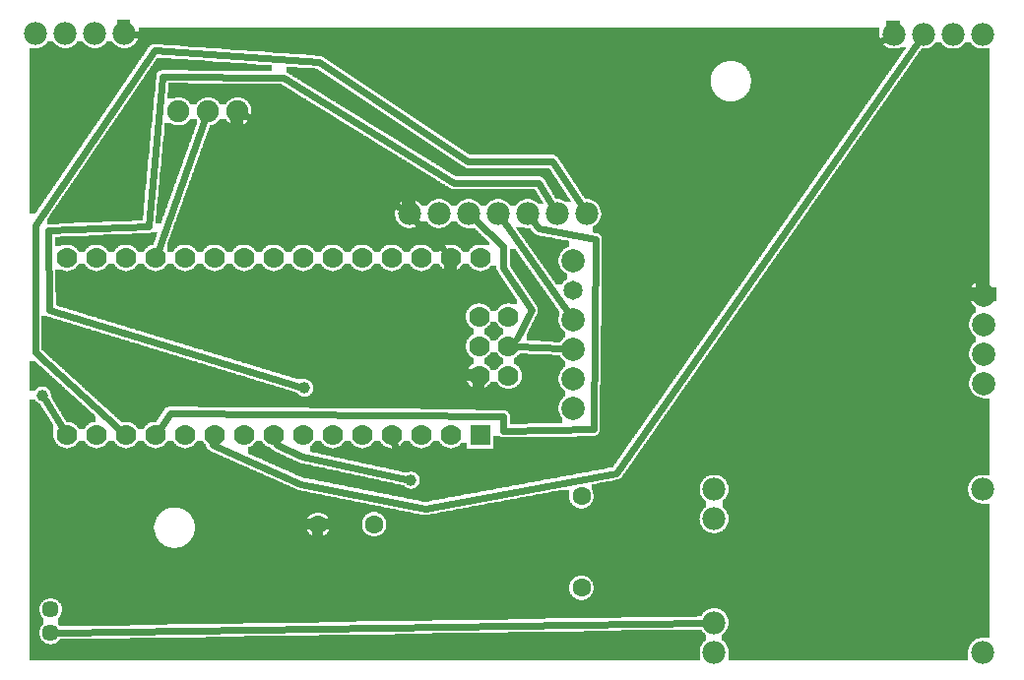
<source format=gbl>
G04 MADE WITH FRITZING*
G04 WWW.FRITZING.ORG*
G04 DOUBLE SIDED*
G04 HOLES PLATED*
G04 CONTOUR ON CENTER OF CONTOUR VECTOR*
%ASAXBY*%
%FSLAX23Y23*%
%MOIN*%
%OFA0B0*%
%SFA1.0B1.0*%
%ADD10C,0.075000*%
%ADD11C,0.062992*%
%ADD12C,0.039370*%
%ADD13C,0.070000*%
%ADD14C,0.078000*%
%ADD15C,0.078861*%
%ADD16C,0.064972*%
%ADD17C,0.078833*%
%ADD18C,0.064944*%
%ADD19C,0.057000*%
%ADD20R,0.070000X0.069958*%
%ADD21C,0.024000*%
%LNCOPPER0*%
G90*
G70*
G54D10*
X411Y1901D03*
X846Y1937D03*
X210Y1304D03*
X3072Y2028D03*
X115Y2034D03*
G54D11*
X1207Y501D03*
X1017Y499D03*
X1909Y286D03*
X1909Y596D03*
G54D12*
X972Y962D03*
X1332Y650D03*
X84Y938D03*
G54D13*
X1567Y804D03*
X1467Y804D03*
X1367Y804D03*
X1267Y804D03*
X1167Y804D03*
X1067Y804D03*
X967Y804D03*
X867Y804D03*
X767Y804D03*
X667Y804D03*
X567Y804D03*
X467Y804D03*
X367Y804D03*
X267Y804D03*
X167Y804D03*
X1567Y1404D03*
X1467Y1404D03*
X1367Y1404D03*
X1267Y1404D03*
X1167Y1404D03*
X1067Y1404D03*
X967Y1404D03*
X867Y1404D03*
X767Y1404D03*
X667Y1404D03*
X567Y1404D03*
X467Y1404D03*
X367Y1404D03*
X267Y1404D03*
X167Y1404D03*
X1662Y1004D03*
X1563Y1004D03*
X1662Y1104D03*
X1563Y1104D03*
X1662Y1204D03*
X1563Y1204D03*
X1567Y804D03*
X1467Y804D03*
X1367Y804D03*
X1267Y804D03*
X1167Y804D03*
X1067Y804D03*
X967Y804D03*
X867Y804D03*
X767Y804D03*
X667Y804D03*
X567Y804D03*
X467Y804D03*
X367Y804D03*
X267Y804D03*
X167Y804D03*
X1567Y1404D03*
X1467Y1404D03*
X1367Y1404D03*
X1267Y1404D03*
X1167Y1404D03*
X1067Y1404D03*
X967Y1404D03*
X867Y1404D03*
X767Y1404D03*
X667Y1404D03*
X567Y1404D03*
X467Y1404D03*
X367Y1404D03*
X267Y1404D03*
X167Y1404D03*
X1662Y1004D03*
X1563Y1004D03*
X1662Y1104D03*
X1563Y1104D03*
X1662Y1204D03*
X1563Y1204D03*
G54D14*
X3267Y620D03*
X3267Y68D03*
X2358Y620D03*
X2358Y519D03*
X2358Y168D03*
X2358Y68D03*
X3267Y620D03*
X3267Y68D03*
X2358Y620D03*
X2358Y519D03*
X2358Y168D03*
X2358Y68D03*
G54D10*
X745Y1899D03*
X645Y1899D03*
X545Y1899D03*
G54D15*
X1881Y1394D03*
G54D16*
X1881Y1294D03*
G54D15*
X1881Y1194D03*
X1881Y1094D03*
X1881Y994D03*
X1881Y894D03*
G54D17*
X3271Y1278D03*
X3271Y1178D03*
X3271Y1078D03*
X3271Y978D03*
G54D16*
X1881Y1394D03*
X1881Y1294D03*
X1881Y1194D03*
X1881Y1094D03*
X1881Y994D03*
X1881Y894D03*
G54D18*
X3271Y1278D03*
X3271Y1178D03*
X3271Y1078D03*
X3271Y978D03*
G54D14*
X1926Y1553D03*
X1826Y1553D03*
X1726Y1553D03*
X1626Y1553D03*
X1526Y1553D03*
X1426Y1553D03*
X1326Y1553D03*
G54D19*
X112Y133D03*
X112Y212D03*
X112Y133D03*
X112Y212D03*
X112Y133D03*
X112Y212D03*
G54D14*
X362Y2162D03*
X262Y2162D03*
X162Y2162D03*
X62Y2162D03*
X362Y2162D03*
X262Y2162D03*
X162Y2162D03*
X62Y2162D03*
X3267Y2160D03*
X3167Y2160D03*
X3067Y2160D03*
X2967Y2160D03*
X3267Y2160D03*
X3167Y2160D03*
X3067Y2160D03*
X2967Y2160D03*
G54D20*
X1567Y804D03*
X1567Y804D03*
G54D21*
X137Y133D02*
X2328Y168D01*
D02*
X477Y1431D02*
X635Y1872D01*
D02*
X1845Y1096D02*
X1692Y1103D01*
D02*
X1548Y1533D02*
X1644Y1442D01*
X1644Y1442D02*
X1644Y1370D01*
X1644Y1370D02*
X1740Y1226D01*
X1740Y1226D02*
X1692Y1130D01*
X1692Y1130D02*
X1684Y1124D01*
D02*
X483Y828D02*
X516Y878D01*
X516Y878D02*
X1644Y866D01*
X1644Y866D02*
X1644Y818D01*
X1644Y818D02*
X1949Y822D01*
D02*
X1949Y822D02*
X1956Y1466D01*
X1956Y1466D02*
X1764Y1502D01*
X1764Y1502D02*
X1744Y1529D01*
D02*
X1811Y1579D02*
X1764Y1658D01*
X1764Y1658D02*
X1476Y1658D01*
X1476Y1658D02*
X900Y2013D01*
D02*
X900Y2013D02*
X492Y2018D01*
X492Y2018D02*
X443Y1510D01*
D02*
X443Y1510D02*
X104Y1496D01*
D02*
X104Y1496D02*
X108Y1226D01*
X108Y1226D02*
X954Y968D01*
D02*
X874Y776D02*
X876Y770D01*
D02*
X964Y730D02*
X1313Y654D01*
D02*
X876Y770D02*
X964Y730D01*
D02*
X345Y824D02*
X60Y1082D01*
X60Y1082D02*
X60Y1514D01*
X60Y1514D02*
X463Y2105D01*
D02*
X463Y2105D02*
X1020Y2066D01*
X1020Y2066D02*
X1524Y1730D01*
X1524Y1730D02*
X1812Y1730D01*
X1812Y1730D02*
X1910Y1579D01*
D02*
X94Y922D02*
X152Y829D01*
D02*
X1347Y1531D02*
X1447Y1425D01*
D02*
X770Y1885D02*
X1301Y1569D01*
D02*
X392Y2160D02*
X1068Y2114D01*
X1068Y2114D02*
X1884Y1754D01*
X1884Y1754D02*
X1944Y1658D01*
X1944Y1658D02*
X2004Y1586D01*
X2004Y1586D02*
X2004Y770D01*
X2004Y770D02*
X1980Y746D01*
X1980Y746D02*
X1284Y746D01*
X1284Y746D02*
X1275Y776D01*
D02*
X2940Y2147D02*
X1944Y1658D01*
D02*
X661Y776D02*
X660Y770D01*
X660Y770D02*
X958Y638D01*
D02*
X958Y638D02*
X1380Y554D01*
X1380Y554D02*
X2028Y674D01*
X2028Y674D02*
X3050Y2136D01*
D02*
X1644Y1529D02*
X1860Y1224D01*
G36*
X472Y2080D02*
X472Y2078D01*
X470Y2078D01*
X470Y2076D01*
X468Y2076D01*
X468Y2072D01*
X466Y2072D01*
X466Y2070D01*
X464Y2070D01*
X464Y2066D01*
X462Y2066D01*
X462Y2064D01*
X460Y2064D01*
X460Y2060D01*
X458Y2060D01*
X458Y2058D01*
X456Y2058D01*
X456Y2054D01*
X454Y2054D01*
X454Y2052D01*
X452Y2052D01*
X452Y2048D01*
X450Y2048D01*
X450Y2046D01*
X448Y2046D01*
X448Y2042D01*
X446Y2042D01*
X446Y2040D01*
X578Y2040D01*
X578Y2038D01*
X750Y2038D01*
X750Y2036D01*
X862Y2036D01*
X862Y2056D01*
X834Y2056D01*
X834Y2058D01*
X806Y2058D01*
X806Y2060D01*
X776Y2060D01*
X776Y2062D01*
X748Y2062D01*
X748Y2064D01*
X720Y2064D01*
X720Y2066D01*
X692Y2066D01*
X692Y2068D01*
X662Y2068D01*
X662Y2070D01*
X634Y2070D01*
X634Y2072D01*
X606Y2072D01*
X606Y2074D01*
X578Y2074D01*
X578Y2076D01*
X548Y2076D01*
X548Y2078D01*
X520Y2078D01*
X520Y2080D01*
X472Y2080D01*
G37*
D02*
G36*
X444Y2040D02*
X444Y2036D01*
X442Y2036D01*
X442Y2034D01*
X440Y2034D01*
X440Y2032D01*
X438Y2032D01*
X438Y2028D01*
X436Y2028D01*
X436Y2026D01*
X434Y2026D01*
X434Y2022D01*
X432Y2022D01*
X432Y2020D01*
X430Y2020D01*
X430Y2016D01*
X428Y2016D01*
X428Y2014D01*
X426Y2014D01*
X426Y2010D01*
X424Y2010D01*
X424Y2008D01*
X422Y2008D01*
X422Y2004D01*
X420Y2004D01*
X420Y2002D01*
X418Y2002D01*
X418Y1998D01*
X416Y1998D01*
X416Y1996D01*
X414Y1996D01*
X414Y1992D01*
X412Y1992D01*
X412Y1990D01*
X410Y1990D01*
X410Y1988D01*
X408Y1988D01*
X408Y1984D01*
X406Y1984D01*
X406Y1982D01*
X404Y1982D01*
X404Y1978D01*
X402Y1978D01*
X402Y1976D01*
X400Y1976D01*
X400Y1972D01*
X398Y1972D01*
X398Y1970D01*
X396Y1970D01*
X396Y1966D01*
X394Y1966D01*
X394Y1964D01*
X392Y1964D01*
X392Y1960D01*
X390Y1960D01*
X390Y1958D01*
X388Y1958D01*
X388Y1954D01*
X386Y1954D01*
X386Y1952D01*
X384Y1952D01*
X384Y1948D01*
X382Y1948D01*
X382Y1946D01*
X380Y1946D01*
X380Y1944D01*
X378Y1944D01*
X378Y1940D01*
X376Y1940D01*
X376Y1938D01*
X374Y1938D01*
X374Y1934D01*
X372Y1934D01*
X372Y1932D01*
X370Y1932D01*
X370Y1928D01*
X368Y1928D01*
X368Y1926D01*
X366Y1926D01*
X366Y1922D01*
X364Y1922D01*
X364Y1920D01*
X362Y1920D01*
X362Y1916D01*
X360Y1916D01*
X360Y1914D01*
X358Y1914D01*
X358Y1910D01*
X356Y1910D01*
X356Y1908D01*
X354Y1908D01*
X354Y1904D01*
X352Y1904D01*
X352Y1902D01*
X350Y1902D01*
X350Y1898D01*
X348Y1898D01*
X348Y1896D01*
X346Y1896D01*
X346Y1894D01*
X344Y1894D01*
X344Y1890D01*
X342Y1890D01*
X342Y1888D01*
X340Y1888D01*
X340Y1884D01*
X338Y1884D01*
X338Y1882D01*
X336Y1882D01*
X336Y1878D01*
X334Y1878D01*
X334Y1876D01*
X332Y1876D01*
X332Y1872D01*
X330Y1872D01*
X330Y1870D01*
X328Y1870D01*
X328Y1866D01*
X326Y1866D01*
X326Y1864D01*
X324Y1864D01*
X324Y1860D01*
X322Y1860D01*
X322Y1858D01*
X320Y1858D01*
X320Y1854D01*
X318Y1854D01*
X318Y1852D01*
X316Y1852D01*
X316Y1850D01*
X314Y1850D01*
X314Y1846D01*
X312Y1846D01*
X312Y1844D01*
X310Y1844D01*
X310Y1840D01*
X308Y1840D01*
X308Y1838D01*
X306Y1838D01*
X306Y1834D01*
X304Y1834D01*
X304Y1832D01*
X302Y1832D01*
X302Y1828D01*
X300Y1828D01*
X300Y1826D01*
X298Y1826D01*
X298Y1822D01*
X296Y1822D01*
X296Y1820D01*
X294Y1820D01*
X294Y1816D01*
X292Y1816D01*
X292Y1814D01*
X290Y1814D01*
X290Y1810D01*
X288Y1810D01*
X288Y1808D01*
X286Y1808D01*
X286Y1806D01*
X284Y1806D01*
X284Y1802D01*
X282Y1802D01*
X282Y1800D01*
X280Y1800D01*
X280Y1796D01*
X278Y1796D01*
X278Y1794D01*
X276Y1794D01*
X276Y1790D01*
X274Y1790D01*
X274Y1788D01*
X272Y1788D01*
X272Y1784D01*
X270Y1784D01*
X270Y1782D01*
X268Y1782D01*
X268Y1778D01*
X266Y1778D01*
X266Y1776D01*
X264Y1776D01*
X264Y1772D01*
X262Y1772D01*
X262Y1770D01*
X260Y1770D01*
X260Y1766D01*
X258Y1766D01*
X258Y1764D01*
X256Y1764D01*
X256Y1762D01*
X254Y1762D01*
X254Y1758D01*
X252Y1758D01*
X252Y1756D01*
X250Y1756D01*
X250Y1752D01*
X248Y1752D01*
X248Y1750D01*
X246Y1750D01*
X246Y1746D01*
X244Y1746D01*
X244Y1744D01*
X242Y1744D01*
X242Y1740D01*
X240Y1740D01*
X240Y1738D01*
X238Y1738D01*
X238Y1734D01*
X236Y1734D01*
X236Y1732D01*
X234Y1732D01*
X234Y1728D01*
X232Y1728D01*
X232Y1726D01*
X230Y1726D01*
X230Y1722D01*
X228Y1722D01*
X228Y1720D01*
X226Y1720D01*
X226Y1718D01*
X224Y1718D01*
X224Y1714D01*
X222Y1714D01*
X222Y1712D01*
X220Y1712D01*
X220Y1708D01*
X218Y1708D01*
X218Y1706D01*
X216Y1706D01*
X216Y1702D01*
X214Y1702D01*
X214Y1700D01*
X212Y1700D01*
X212Y1696D01*
X210Y1696D01*
X210Y1694D01*
X208Y1694D01*
X208Y1690D01*
X206Y1690D01*
X206Y1688D01*
X204Y1688D01*
X204Y1684D01*
X202Y1684D01*
X202Y1682D01*
X200Y1682D01*
X200Y1678D01*
X198Y1678D01*
X198Y1676D01*
X196Y1676D01*
X196Y1674D01*
X194Y1674D01*
X194Y1670D01*
X192Y1670D01*
X192Y1668D01*
X190Y1668D01*
X190Y1664D01*
X188Y1664D01*
X188Y1662D01*
X186Y1662D01*
X186Y1658D01*
X184Y1658D01*
X184Y1656D01*
X182Y1656D01*
X182Y1652D01*
X180Y1652D01*
X180Y1650D01*
X178Y1650D01*
X178Y1646D01*
X176Y1646D01*
X176Y1644D01*
X174Y1644D01*
X174Y1640D01*
X172Y1640D01*
X172Y1638D01*
X170Y1638D01*
X170Y1634D01*
X168Y1634D01*
X168Y1632D01*
X166Y1632D01*
X166Y1630D01*
X164Y1630D01*
X164Y1626D01*
X162Y1626D01*
X162Y1624D01*
X160Y1624D01*
X160Y1620D01*
X158Y1620D01*
X158Y1618D01*
X156Y1618D01*
X156Y1614D01*
X154Y1614D01*
X154Y1612D01*
X152Y1612D01*
X152Y1608D01*
X150Y1608D01*
X150Y1606D01*
X148Y1606D01*
X148Y1602D01*
X146Y1602D01*
X146Y1600D01*
X144Y1600D01*
X144Y1596D01*
X142Y1596D01*
X142Y1594D01*
X140Y1594D01*
X140Y1590D01*
X138Y1590D01*
X138Y1588D01*
X136Y1588D01*
X136Y1584D01*
X134Y1584D01*
X134Y1582D01*
X132Y1582D01*
X132Y1580D01*
X130Y1580D01*
X130Y1576D01*
X128Y1576D01*
X128Y1574D01*
X126Y1574D01*
X126Y1570D01*
X124Y1570D01*
X124Y1568D01*
X122Y1568D01*
X122Y1564D01*
X120Y1564D01*
X120Y1562D01*
X118Y1562D01*
X118Y1558D01*
X116Y1558D01*
X116Y1556D01*
X114Y1556D01*
X114Y1552D01*
X112Y1552D01*
X112Y1550D01*
X110Y1550D01*
X110Y1546D01*
X108Y1546D01*
X108Y1544D01*
X106Y1544D01*
X106Y1540D01*
X104Y1540D01*
X104Y1538D01*
X102Y1538D01*
X102Y1518D01*
X142Y1518D01*
X142Y1520D01*
X190Y1520D01*
X190Y1522D01*
X240Y1522D01*
X240Y1524D01*
X288Y1524D01*
X288Y1526D01*
X338Y1526D01*
X338Y1528D01*
X386Y1528D01*
X386Y1530D01*
X424Y1530D01*
X424Y1548D01*
X426Y1548D01*
X426Y1570D01*
X428Y1570D01*
X428Y1590D01*
X430Y1590D01*
X430Y1612D01*
X432Y1612D01*
X432Y1632D01*
X434Y1632D01*
X434Y1654D01*
X436Y1654D01*
X436Y1674D01*
X438Y1674D01*
X438Y1696D01*
X440Y1696D01*
X440Y1716D01*
X442Y1716D01*
X442Y1736D01*
X444Y1736D01*
X444Y1758D01*
X446Y1758D01*
X446Y1778D01*
X448Y1778D01*
X448Y1800D01*
X450Y1800D01*
X450Y1820D01*
X452Y1820D01*
X452Y1842D01*
X454Y1842D01*
X454Y1862D01*
X456Y1862D01*
X456Y1884D01*
X458Y1884D01*
X458Y1904D01*
X460Y1904D01*
X460Y1926D01*
X462Y1926D01*
X462Y1946D01*
X464Y1946D01*
X464Y1966D01*
X466Y1966D01*
X466Y1988D01*
X468Y1988D01*
X468Y2008D01*
X470Y2008D01*
X470Y2024D01*
X472Y2024D01*
X472Y2030D01*
X474Y2030D01*
X474Y2032D01*
X476Y2032D01*
X476Y2034D01*
X478Y2034D01*
X478Y2036D01*
X482Y2036D01*
X482Y2038D01*
X486Y2038D01*
X486Y2040D01*
X444Y2040D01*
G37*
D02*
G36*
X910Y2050D02*
X910Y2032D01*
X912Y2032D01*
X912Y2030D01*
X916Y2030D01*
X916Y2028D01*
X920Y2028D01*
X920Y2026D01*
X922Y2026D01*
X922Y2024D01*
X926Y2024D01*
X926Y2022D01*
X930Y2022D01*
X930Y2020D01*
X932Y2020D01*
X932Y2018D01*
X936Y2018D01*
X936Y2016D01*
X938Y2016D01*
X938Y2014D01*
X942Y2014D01*
X942Y2012D01*
X946Y2012D01*
X946Y2010D01*
X948Y2010D01*
X948Y2008D01*
X952Y2008D01*
X952Y2006D01*
X956Y2006D01*
X956Y2004D01*
X958Y2004D01*
X958Y2002D01*
X962Y2002D01*
X962Y2000D01*
X964Y2000D01*
X964Y1998D01*
X968Y1998D01*
X968Y1996D01*
X972Y1996D01*
X972Y1994D01*
X974Y1994D01*
X974Y1992D01*
X978Y1992D01*
X978Y1990D01*
X982Y1990D01*
X982Y1988D01*
X984Y1988D01*
X984Y1986D01*
X988Y1986D01*
X988Y1984D01*
X990Y1984D01*
X990Y1982D01*
X994Y1982D01*
X994Y1980D01*
X998Y1980D01*
X998Y1978D01*
X1000Y1978D01*
X1000Y1976D01*
X1004Y1976D01*
X1004Y1974D01*
X1008Y1974D01*
X1008Y1972D01*
X1010Y1972D01*
X1010Y1970D01*
X1014Y1970D01*
X1014Y1968D01*
X1016Y1968D01*
X1016Y1966D01*
X1020Y1966D01*
X1020Y1964D01*
X1024Y1964D01*
X1024Y1962D01*
X1026Y1962D01*
X1026Y1960D01*
X1030Y1960D01*
X1030Y1958D01*
X1032Y1958D01*
X1032Y1956D01*
X1036Y1956D01*
X1036Y1954D01*
X1040Y1954D01*
X1040Y1952D01*
X1042Y1952D01*
X1042Y1950D01*
X1046Y1950D01*
X1046Y1948D01*
X1050Y1948D01*
X1050Y1946D01*
X1052Y1946D01*
X1052Y1944D01*
X1056Y1944D01*
X1056Y1942D01*
X1058Y1942D01*
X1058Y1940D01*
X1062Y1940D01*
X1062Y1938D01*
X1066Y1938D01*
X1066Y1936D01*
X1068Y1936D01*
X1068Y1934D01*
X1072Y1934D01*
X1072Y1932D01*
X1076Y1932D01*
X1076Y1930D01*
X1078Y1930D01*
X1078Y1928D01*
X1082Y1928D01*
X1082Y1926D01*
X1084Y1926D01*
X1084Y1924D01*
X1088Y1924D01*
X1088Y1922D01*
X1092Y1922D01*
X1092Y1920D01*
X1094Y1920D01*
X1094Y1918D01*
X1098Y1918D01*
X1098Y1916D01*
X1102Y1916D01*
X1102Y1914D01*
X1104Y1914D01*
X1104Y1912D01*
X1108Y1912D01*
X1108Y1910D01*
X1110Y1910D01*
X1110Y1908D01*
X1114Y1908D01*
X1114Y1906D01*
X1118Y1906D01*
X1118Y1904D01*
X1120Y1904D01*
X1120Y1902D01*
X1124Y1902D01*
X1124Y1900D01*
X1128Y1900D01*
X1128Y1898D01*
X1130Y1898D01*
X1130Y1896D01*
X1134Y1896D01*
X1134Y1894D01*
X1136Y1894D01*
X1136Y1892D01*
X1140Y1892D01*
X1140Y1890D01*
X1144Y1890D01*
X1144Y1888D01*
X1146Y1888D01*
X1146Y1886D01*
X1150Y1886D01*
X1150Y1884D01*
X1154Y1884D01*
X1154Y1882D01*
X1156Y1882D01*
X1156Y1880D01*
X1160Y1880D01*
X1160Y1878D01*
X1162Y1878D01*
X1162Y1876D01*
X1166Y1876D01*
X1166Y1874D01*
X1170Y1874D01*
X1170Y1872D01*
X1172Y1872D01*
X1172Y1870D01*
X1176Y1870D01*
X1176Y1868D01*
X1178Y1868D01*
X1178Y1866D01*
X1182Y1866D01*
X1182Y1864D01*
X1186Y1864D01*
X1186Y1862D01*
X1188Y1862D01*
X1188Y1860D01*
X1192Y1860D01*
X1192Y1858D01*
X1196Y1858D01*
X1196Y1856D01*
X1198Y1856D01*
X1198Y1854D01*
X1202Y1854D01*
X1202Y1852D01*
X1204Y1852D01*
X1204Y1850D01*
X1208Y1850D01*
X1208Y1848D01*
X1212Y1848D01*
X1212Y1846D01*
X1214Y1846D01*
X1214Y1844D01*
X1218Y1844D01*
X1218Y1842D01*
X1222Y1842D01*
X1222Y1840D01*
X1224Y1840D01*
X1224Y1838D01*
X1228Y1838D01*
X1228Y1836D01*
X1230Y1836D01*
X1230Y1834D01*
X1234Y1834D01*
X1234Y1832D01*
X1238Y1832D01*
X1238Y1830D01*
X1240Y1830D01*
X1240Y1828D01*
X1244Y1828D01*
X1244Y1826D01*
X1248Y1826D01*
X1248Y1824D01*
X1250Y1824D01*
X1250Y1822D01*
X1254Y1822D01*
X1254Y1820D01*
X1256Y1820D01*
X1256Y1818D01*
X1260Y1818D01*
X1260Y1816D01*
X1264Y1816D01*
X1264Y1814D01*
X1266Y1814D01*
X1266Y1812D01*
X1270Y1812D01*
X1270Y1810D01*
X1274Y1810D01*
X1274Y1808D01*
X1276Y1808D01*
X1276Y1806D01*
X1280Y1806D01*
X1280Y1804D01*
X1282Y1804D01*
X1282Y1802D01*
X1286Y1802D01*
X1286Y1800D01*
X1290Y1800D01*
X1290Y1798D01*
X1292Y1798D01*
X1292Y1796D01*
X1296Y1796D01*
X1296Y1794D01*
X1298Y1794D01*
X1298Y1792D01*
X1302Y1792D01*
X1302Y1790D01*
X1306Y1790D01*
X1306Y1788D01*
X1308Y1788D01*
X1308Y1786D01*
X1312Y1786D01*
X1312Y1784D01*
X1316Y1784D01*
X1316Y1782D01*
X1318Y1782D01*
X1318Y1780D01*
X1322Y1780D01*
X1322Y1778D01*
X1324Y1778D01*
X1324Y1776D01*
X1328Y1776D01*
X1328Y1774D01*
X1332Y1774D01*
X1332Y1772D01*
X1334Y1772D01*
X1334Y1770D01*
X1338Y1770D01*
X1338Y1768D01*
X1342Y1768D01*
X1342Y1766D01*
X1344Y1766D01*
X1344Y1764D01*
X1348Y1764D01*
X1348Y1762D01*
X1350Y1762D01*
X1350Y1760D01*
X1354Y1760D01*
X1354Y1758D01*
X1358Y1758D01*
X1358Y1756D01*
X1360Y1756D01*
X1360Y1754D01*
X1364Y1754D01*
X1364Y1752D01*
X1368Y1752D01*
X1368Y1750D01*
X1370Y1750D01*
X1370Y1748D01*
X1374Y1748D01*
X1374Y1746D01*
X1376Y1746D01*
X1376Y1744D01*
X1380Y1744D01*
X1380Y1742D01*
X1384Y1742D01*
X1384Y1740D01*
X1386Y1740D01*
X1386Y1738D01*
X1390Y1738D01*
X1390Y1736D01*
X1394Y1736D01*
X1394Y1734D01*
X1396Y1734D01*
X1396Y1732D01*
X1400Y1732D01*
X1400Y1730D01*
X1402Y1730D01*
X1402Y1728D01*
X1406Y1728D01*
X1406Y1726D01*
X1410Y1726D01*
X1410Y1724D01*
X1412Y1724D01*
X1412Y1722D01*
X1416Y1722D01*
X1416Y1720D01*
X1418Y1720D01*
X1418Y1718D01*
X1422Y1718D01*
X1422Y1716D01*
X1426Y1716D01*
X1426Y1714D01*
X1428Y1714D01*
X1428Y1712D01*
X1432Y1712D01*
X1432Y1710D01*
X1436Y1710D01*
X1436Y1708D01*
X1438Y1708D01*
X1438Y1706D01*
X1442Y1706D01*
X1442Y1704D01*
X1444Y1704D01*
X1444Y1702D01*
X1448Y1702D01*
X1448Y1700D01*
X1452Y1700D01*
X1452Y1698D01*
X1454Y1698D01*
X1454Y1696D01*
X1458Y1696D01*
X1458Y1694D01*
X1462Y1694D01*
X1462Y1692D01*
X1464Y1692D01*
X1464Y1690D01*
X1468Y1690D01*
X1468Y1688D01*
X1470Y1688D01*
X1470Y1686D01*
X1474Y1686D01*
X1474Y1684D01*
X1478Y1684D01*
X1478Y1682D01*
X1480Y1682D01*
X1480Y1680D01*
X1770Y1680D01*
X1770Y1678D01*
X1774Y1678D01*
X1774Y1676D01*
X1778Y1676D01*
X1778Y1674D01*
X1780Y1674D01*
X1780Y1672D01*
X1782Y1672D01*
X1782Y1670D01*
X1784Y1670D01*
X1784Y1666D01*
X1786Y1666D01*
X1786Y1662D01*
X1788Y1662D01*
X1788Y1660D01*
X1790Y1660D01*
X1790Y1656D01*
X1792Y1656D01*
X1792Y1652D01*
X1794Y1652D01*
X1794Y1648D01*
X1796Y1648D01*
X1796Y1646D01*
X1798Y1646D01*
X1798Y1642D01*
X1800Y1642D01*
X1800Y1638D01*
X1802Y1638D01*
X1802Y1636D01*
X1804Y1636D01*
X1804Y1632D01*
X1806Y1632D01*
X1806Y1628D01*
X1808Y1628D01*
X1808Y1626D01*
X1810Y1626D01*
X1810Y1622D01*
X1812Y1622D01*
X1812Y1618D01*
X1814Y1618D01*
X1814Y1616D01*
X1816Y1616D01*
X1816Y1612D01*
X1818Y1612D01*
X1818Y1608D01*
X1820Y1608D01*
X1820Y1606D01*
X1822Y1606D01*
X1822Y1602D01*
X1836Y1602D01*
X1836Y1600D01*
X1844Y1600D01*
X1844Y1598D01*
X1848Y1598D01*
X1848Y1596D01*
X1852Y1596D01*
X1852Y1594D01*
X1854Y1594D01*
X1854Y1592D01*
X1874Y1592D01*
X1874Y1596D01*
X1872Y1596D01*
X1872Y1598D01*
X1870Y1598D01*
X1870Y1602D01*
X1868Y1602D01*
X1868Y1604D01*
X1866Y1604D01*
X1866Y1608D01*
X1864Y1608D01*
X1864Y1610D01*
X1862Y1610D01*
X1862Y1614D01*
X1860Y1614D01*
X1860Y1616D01*
X1858Y1616D01*
X1858Y1620D01*
X1856Y1620D01*
X1856Y1624D01*
X1854Y1624D01*
X1854Y1626D01*
X1852Y1626D01*
X1852Y1630D01*
X1850Y1630D01*
X1850Y1632D01*
X1848Y1632D01*
X1848Y1636D01*
X1846Y1636D01*
X1846Y1638D01*
X1844Y1638D01*
X1844Y1642D01*
X1842Y1642D01*
X1842Y1644D01*
X1840Y1644D01*
X1840Y1648D01*
X1838Y1648D01*
X1838Y1650D01*
X1836Y1650D01*
X1836Y1654D01*
X1834Y1654D01*
X1834Y1658D01*
X1832Y1658D01*
X1832Y1660D01*
X1830Y1660D01*
X1830Y1664D01*
X1828Y1664D01*
X1828Y1666D01*
X1826Y1666D01*
X1826Y1670D01*
X1824Y1670D01*
X1824Y1672D01*
X1822Y1672D01*
X1822Y1676D01*
X1820Y1676D01*
X1820Y1678D01*
X1818Y1678D01*
X1818Y1682D01*
X1816Y1682D01*
X1816Y1684D01*
X1814Y1684D01*
X1814Y1688D01*
X1812Y1688D01*
X1812Y1692D01*
X1810Y1692D01*
X1810Y1694D01*
X1808Y1694D01*
X1808Y1698D01*
X1806Y1698D01*
X1806Y1700D01*
X1804Y1700D01*
X1804Y1704D01*
X1802Y1704D01*
X1802Y1706D01*
X1800Y1706D01*
X1800Y1708D01*
X1518Y1708D01*
X1518Y1710D01*
X1514Y1710D01*
X1514Y1712D01*
X1510Y1712D01*
X1510Y1714D01*
X1506Y1714D01*
X1506Y1716D01*
X1504Y1716D01*
X1504Y1718D01*
X1500Y1718D01*
X1500Y1720D01*
X1498Y1720D01*
X1498Y1722D01*
X1494Y1722D01*
X1494Y1724D01*
X1492Y1724D01*
X1492Y1726D01*
X1488Y1726D01*
X1488Y1728D01*
X1486Y1728D01*
X1486Y1730D01*
X1482Y1730D01*
X1482Y1732D01*
X1480Y1732D01*
X1480Y1734D01*
X1476Y1734D01*
X1476Y1736D01*
X1474Y1736D01*
X1474Y1738D01*
X1470Y1738D01*
X1470Y1740D01*
X1468Y1740D01*
X1468Y1742D01*
X1464Y1742D01*
X1464Y1744D01*
X1462Y1744D01*
X1462Y1746D01*
X1458Y1746D01*
X1458Y1748D01*
X1456Y1748D01*
X1456Y1750D01*
X1452Y1750D01*
X1452Y1752D01*
X1450Y1752D01*
X1450Y1754D01*
X1446Y1754D01*
X1446Y1756D01*
X1444Y1756D01*
X1444Y1758D01*
X1440Y1758D01*
X1440Y1760D01*
X1438Y1760D01*
X1438Y1762D01*
X1434Y1762D01*
X1434Y1764D01*
X1432Y1764D01*
X1432Y1766D01*
X1428Y1766D01*
X1428Y1768D01*
X1426Y1768D01*
X1426Y1770D01*
X1422Y1770D01*
X1422Y1772D01*
X1420Y1772D01*
X1420Y1774D01*
X1416Y1774D01*
X1416Y1776D01*
X1414Y1776D01*
X1414Y1778D01*
X1410Y1778D01*
X1410Y1780D01*
X1408Y1780D01*
X1408Y1782D01*
X1404Y1782D01*
X1404Y1784D01*
X1402Y1784D01*
X1402Y1786D01*
X1398Y1786D01*
X1398Y1788D01*
X1396Y1788D01*
X1396Y1790D01*
X1392Y1790D01*
X1392Y1792D01*
X1390Y1792D01*
X1390Y1794D01*
X1386Y1794D01*
X1386Y1796D01*
X1384Y1796D01*
X1384Y1798D01*
X1380Y1798D01*
X1380Y1800D01*
X1378Y1800D01*
X1378Y1802D01*
X1374Y1802D01*
X1374Y1804D01*
X1372Y1804D01*
X1372Y1806D01*
X1368Y1806D01*
X1368Y1808D01*
X1366Y1808D01*
X1366Y1810D01*
X1362Y1810D01*
X1362Y1812D01*
X1360Y1812D01*
X1360Y1814D01*
X1356Y1814D01*
X1356Y1816D01*
X1354Y1816D01*
X1354Y1818D01*
X1350Y1818D01*
X1350Y1820D01*
X1348Y1820D01*
X1348Y1822D01*
X1344Y1822D01*
X1344Y1824D01*
X1342Y1824D01*
X1342Y1826D01*
X1338Y1826D01*
X1338Y1828D01*
X1336Y1828D01*
X1336Y1830D01*
X1332Y1830D01*
X1332Y1832D01*
X1330Y1832D01*
X1330Y1834D01*
X1326Y1834D01*
X1326Y1836D01*
X1324Y1836D01*
X1324Y1838D01*
X1320Y1838D01*
X1320Y1840D01*
X1318Y1840D01*
X1318Y1842D01*
X1314Y1842D01*
X1314Y1844D01*
X1312Y1844D01*
X1312Y1846D01*
X1308Y1846D01*
X1308Y1848D01*
X1306Y1848D01*
X1306Y1850D01*
X1302Y1850D01*
X1302Y1852D01*
X1300Y1852D01*
X1300Y1854D01*
X1296Y1854D01*
X1296Y1856D01*
X1294Y1856D01*
X1294Y1858D01*
X1290Y1858D01*
X1290Y1860D01*
X1288Y1860D01*
X1288Y1862D01*
X1284Y1862D01*
X1284Y1864D01*
X1282Y1864D01*
X1282Y1866D01*
X1278Y1866D01*
X1278Y1868D01*
X1276Y1868D01*
X1276Y1870D01*
X1272Y1870D01*
X1272Y1872D01*
X1270Y1872D01*
X1270Y1874D01*
X1266Y1874D01*
X1266Y1876D01*
X1264Y1876D01*
X1264Y1878D01*
X1260Y1878D01*
X1260Y1880D01*
X1258Y1880D01*
X1258Y1882D01*
X1254Y1882D01*
X1254Y1884D01*
X1252Y1884D01*
X1252Y1886D01*
X1248Y1886D01*
X1248Y1888D01*
X1246Y1888D01*
X1246Y1890D01*
X1242Y1890D01*
X1242Y1892D01*
X1240Y1892D01*
X1240Y1894D01*
X1236Y1894D01*
X1236Y1896D01*
X1234Y1896D01*
X1234Y1898D01*
X1230Y1898D01*
X1230Y1900D01*
X1228Y1900D01*
X1228Y1902D01*
X1224Y1902D01*
X1224Y1904D01*
X1222Y1904D01*
X1222Y1906D01*
X1218Y1906D01*
X1218Y1908D01*
X1216Y1908D01*
X1216Y1910D01*
X1212Y1910D01*
X1212Y1912D01*
X1210Y1912D01*
X1210Y1914D01*
X1206Y1914D01*
X1206Y1916D01*
X1204Y1916D01*
X1204Y1918D01*
X1200Y1918D01*
X1200Y1920D01*
X1198Y1920D01*
X1198Y1922D01*
X1194Y1922D01*
X1194Y1924D01*
X1192Y1924D01*
X1192Y1926D01*
X1188Y1926D01*
X1188Y1928D01*
X1186Y1928D01*
X1186Y1930D01*
X1182Y1930D01*
X1182Y1932D01*
X1180Y1932D01*
X1180Y1934D01*
X1176Y1934D01*
X1176Y1936D01*
X1174Y1936D01*
X1174Y1938D01*
X1170Y1938D01*
X1170Y1940D01*
X1168Y1940D01*
X1168Y1942D01*
X1164Y1942D01*
X1164Y1944D01*
X1162Y1944D01*
X1162Y1946D01*
X1158Y1946D01*
X1158Y1948D01*
X1156Y1948D01*
X1156Y1950D01*
X1152Y1950D01*
X1152Y1952D01*
X1150Y1952D01*
X1150Y1954D01*
X1146Y1954D01*
X1146Y1956D01*
X1144Y1956D01*
X1144Y1958D01*
X1140Y1958D01*
X1140Y1960D01*
X1138Y1960D01*
X1138Y1962D01*
X1134Y1962D01*
X1134Y1964D01*
X1132Y1964D01*
X1132Y1966D01*
X1128Y1966D01*
X1128Y1968D01*
X1126Y1968D01*
X1126Y1970D01*
X1122Y1970D01*
X1122Y1972D01*
X1120Y1972D01*
X1120Y1974D01*
X1116Y1974D01*
X1116Y1976D01*
X1114Y1976D01*
X1114Y1978D01*
X1110Y1978D01*
X1110Y1980D01*
X1108Y1980D01*
X1108Y1982D01*
X1104Y1982D01*
X1104Y1984D01*
X1102Y1984D01*
X1102Y1986D01*
X1098Y1986D01*
X1098Y1988D01*
X1096Y1988D01*
X1096Y1990D01*
X1092Y1990D01*
X1092Y1992D01*
X1090Y1992D01*
X1090Y1994D01*
X1086Y1994D01*
X1086Y1996D01*
X1084Y1996D01*
X1084Y1998D01*
X1080Y1998D01*
X1080Y2000D01*
X1078Y2000D01*
X1078Y2002D01*
X1074Y2002D01*
X1074Y2004D01*
X1072Y2004D01*
X1072Y2006D01*
X1068Y2006D01*
X1068Y2008D01*
X1066Y2008D01*
X1066Y2010D01*
X1062Y2010D01*
X1062Y2012D01*
X1060Y2012D01*
X1060Y2014D01*
X1056Y2014D01*
X1056Y2016D01*
X1054Y2016D01*
X1054Y2018D01*
X1050Y2018D01*
X1050Y2020D01*
X1048Y2020D01*
X1048Y2022D01*
X1044Y2022D01*
X1044Y2024D01*
X1042Y2024D01*
X1042Y2026D01*
X1038Y2026D01*
X1038Y2028D01*
X1036Y2028D01*
X1036Y2030D01*
X1032Y2030D01*
X1032Y2032D01*
X1030Y2032D01*
X1030Y2034D01*
X1026Y2034D01*
X1026Y2036D01*
X1024Y2036D01*
X1024Y2038D01*
X1020Y2038D01*
X1020Y2040D01*
X1018Y2040D01*
X1018Y2042D01*
X1014Y2042D01*
X1014Y2044D01*
X1006Y2044D01*
X1006Y2046D01*
X976Y2046D01*
X976Y2048D01*
X948Y2048D01*
X948Y2050D01*
X910Y2050D01*
G37*
D02*
G36*
X512Y1996D02*
X512Y1986D01*
X510Y1986D01*
X510Y1964D01*
X508Y1964D01*
X508Y1946D01*
X756Y1946D01*
X756Y1944D01*
X762Y1944D01*
X762Y1942D01*
X766Y1942D01*
X766Y1940D01*
X770Y1940D01*
X770Y1938D01*
X774Y1938D01*
X774Y1936D01*
X776Y1936D01*
X776Y1934D01*
X778Y1934D01*
X778Y1932D01*
X780Y1932D01*
X780Y1930D01*
X782Y1930D01*
X782Y1928D01*
X784Y1928D01*
X784Y1924D01*
X786Y1924D01*
X786Y1920D01*
X788Y1920D01*
X788Y1918D01*
X790Y1918D01*
X790Y1910D01*
X792Y1910D01*
X792Y1888D01*
X790Y1888D01*
X790Y1880D01*
X788Y1880D01*
X788Y1876D01*
X786Y1876D01*
X786Y1874D01*
X784Y1874D01*
X784Y1870D01*
X782Y1870D01*
X782Y1868D01*
X780Y1868D01*
X780Y1866D01*
X778Y1866D01*
X778Y1864D01*
X776Y1864D01*
X776Y1862D01*
X774Y1862D01*
X774Y1860D01*
X770Y1860D01*
X770Y1858D01*
X766Y1858D01*
X766Y1856D01*
X764Y1856D01*
X764Y1854D01*
X756Y1854D01*
X756Y1852D01*
X1118Y1852D01*
X1118Y1854D01*
X1114Y1854D01*
X1114Y1856D01*
X1112Y1856D01*
X1112Y1858D01*
X1108Y1858D01*
X1108Y1860D01*
X1104Y1860D01*
X1104Y1862D01*
X1102Y1862D01*
X1102Y1864D01*
X1098Y1864D01*
X1098Y1866D01*
X1096Y1866D01*
X1096Y1868D01*
X1092Y1868D01*
X1092Y1870D01*
X1088Y1870D01*
X1088Y1872D01*
X1086Y1872D01*
X1086Y1874D01*
X1082Y1874D01*
X1082Y1876D01*
X1078Y1876D01*
X1078Y1878D01*
X1076Y1878D01*
X1076Y1880D01*
X1072Y1880D01*
X1072Y1882D01*
X1070Y1882D01*
X1070Y1884D01*
X1066Y1884D01*
X1066Y1886D01*
X1062Y1886D01*
X1062Y1888D01*
X1060Y1888D01*
X1060Y1890D01*
X1056Y1890D01*
X1056Y1892D01*
X1052Y1892D01*
X1052Y1894D01*
X1050Y1894D01*
X1050Y1896D01*
X1046Y1896D01*
X1046Y1898D01*
X1044Y1898D01*
X1044Y1900D01*
X1040Y1900D01*
X1040Y1902D01*
X1036Y1902D01*
X1036Y1904D01*
X1034Y1904D01*
X1034Y1906D01*
X1030Y1906D01*
X1030Y1908D01*
X1026Y1908D01*
X1026Y1910D01*
X1024Y1910D01*
X1024Y1912D01*
X1020Y1912D01*
X1020Y1914D01*
X1018Y1914D01*
X1018Y1916D01*
X1014Y1916D01*
X1014Y1918D01*
X1010Y1918D01*
X1010Y1920D01*
X1008Y1920D01*
X1008Y1922D01*
X1004Y1922D01*
X1004Y1924D01*
X1002Y1924D01*
X1002Y1926D01*
X998Y1926D01*
X998Y1928D01*
X994Y1928D01*
X994Y1930D01*
X992Y1930D01*
X992Y1932D01*
X988Y1932D01*
X988Y1934D01*
X984Y1934D01*
X984Y1936D01*
X982Y1936D01*
X982Y1938D01*
X978Y1938D01*
X978Y1940D01*
X976Y1940D01*
X976Y1942D01*
X972Y1942D01*
X972Y1944D01*
X968Y1944D01*
X968Y1946D01*
X966Y1946D01*
X966Y1948D01*
X962Y1948D01*
X962Y1950D01*
X958Y1950D01*
X958Y1952D01*
X956Y1952D01*
X956Y1954D01*
X952Y1954D01*
X952Y1956D01*
X950Y1956D01*
X950Y1958D01*
X946Y1958D01*
X946Y1960D01*
X942Y1960D01*
X942Y1962D01*
X940Y1962D01*
X940Y1964D01*
X936Y1964D01*
X936Y1966D01*
X932Y1966D01*
X932Y1968D01*
X930Y1968D01*
X930Y1970D01*
X926Y1970D01*
X926Y1972D01*
X924Y1972D01*
X924Y1974D01*
X920Y1974D01*
X920Y1976D01*
X916Y1976D01*
X916Y1978D01*
X914Y1978D01*
X914Y1980D01*
X910Y1980D01*
X910Y1982D01*
X906Y1982D01*
X906Y1984D01*
X904Y1984D01*
X904Y1986D01*
X900Y1986D01*
X900Y1988D01*
X898Y1988D01*
X898Y1990D01*
X894Y1990D01*
X894Y1992D01*
X748Y1992D01*
X748Y1994D01*
X576Y1994D01*
X576Y1996D01*
X512Y1996D01*
G37*
D02*
G36*
X508Y1946D02*
X508Y1942D01*
X528Y1942D01*
X528Y1944D01*
X534Y1944D01*
X534Y1946D01*
X508Y1946D01*
G37*
D02*
G36*
X556Y1946D02*
X556Y1944D01*
X562Y1944D01*
X562Y1942D01*
X566Y1942D01*
X566Y1940D01*
X570Y1940D01*
X570Y1938D01*
X574Y1938D01*
X574Y1936D01*
X576Y1936D01*
X576Y1934D01*
X578Y1934D01*
X578Y1932D01*
X580Y1932D01*
X580Y1930D01*
X582Y1930D01*
X582Y1928D01*
X584Y1928D01*
X584Y1924D01*
X606Y1924D01*
X606Y1926D01*
X608Y1926D01*
X608Y1930D01*
X610Y1930D01*
X610Y1932D01*
X612Y1932D01*
X612Y1934D01*
X614Y1934D01*
X614Y1936D01*
X618Y1936D01*
X618Y1938D01*
X620Y1938D01*
X620Y1940D01*
X624Y1940D01*
X624Y1942D01*
X628Y1942D01*
X628Y1944D01*
X634Y1944D01*
X634Y1946D01*
X556Y1946D01*
G37*
D02*
G36*
X656Y1946D02*
X656Y1944D01*
X662Y1944D01*
X662Y1942D01*
X666Y1942D01*
X666Y1940D01*
X670Y1940D01*
X670Y1938D01*
X674Y1938D01*
X674Y1936D01*
X676Y1936D01*
X676Y1934D01*
X678Y1934D01*
X678Y1932D01*
X680Y1932D01*
X680Y1930D01*
X682Y1930D01*
X682Y1928D01*
X684Y1928D01*
X684Y1924D01*
X706Y1924D01*
X706Y1926D01*
X708Y1926D01*
X708Y1930D01*
X710Y1930D01*
X710Y1932D01*
X712Y1932D01*
X712Y1934D01*
X714Y1934D01*
X714Y1936D01*
X718Y1936D01*
X718Y1938D01*
X720Y1938D01*
X720Y1940D01*
X724Y1940D01*
X724Y1942D01*
X728Y1942D01*
X728Y1944D01*
X734Y1944D01*
X734Y1946D01*
X656Y1946D01*
G37*
D02*
G36*
X684Y1874D02*
X684Y1870D01*
X682Y1870D01*
X682Y1868D01*
X680Y1868D01*
X680Y1866D01*
X678Y1866D01*
X678Y1864D01*
X676Y1864D01*
X676Y1862D01*
X674Y1862D01*
X674Y1860D01*
X670Y1860D01*
X670Y1858D01*
X666Y1858D01*
X666Y1856D01*
X664Y1856D01*
X664Y1854D01*
X656Y1854D01*
X656Y1852D01*
X734Y1852D01*
X734Y1854D01*
X728Y1854D01*
X728Y1856D01*
X724Y1856D01*
X724Y1858D01*
X720Y1858D01*
X720Y1860D01*
X716Y1860D01*
X716Y1862D01*
X714Y1862D01*
X714Y1864D01*
X712Y1864D01*
X712Y1866D01*
X710Y1866D01*
X710Y1868D01*
X708Y1868D01*
X708Y1870D01*
X706Y1870D01*
X706Y1874D01*
X684Y1874D01*
G37*
D02*
G36*
X652Y1852D02*
X652Y1850D01*
X1122Y1850D01*
X1122Y1852D01*
X652Y1852D01*
G37*
D02*
G36*
X652Y1852D02*
X652Y1850D01*
X1122Y1850D01*
X1122Y1852D01*
X652Y1852D01*
G37*
D02*
G36*
X650Y1850D02*
X650Y1844D01*
X648Y1844D01*
X648Y1840D01*
X646Y1840D01*
X646Y1834D01*
X644Y1834D01*
X644Y1828D01*
X642Y1828D01*
X642Y1822D01*
X640Y1822D01*
X640Y1816D01*
X638Y1816D01*
X638Y1812D01*
X636Y1812D01*
X636Y1806D01*
X634Y1806D01*
X634Y1800D01*
X632Y1800D01*
X632Y1794D01*
X630Y1794D01*
X630Y1790D01*
X628Y1790D01*
X628Y1784D01*
X626Y1784D01*
X626Y1778D01*
X624Y1778D01*
X624Y1772D01*
X622Y1772D01*
X622Y1766D01*
X620Y1766D01*
X620Y1762D01*
X618Y1762D01*
X618Y1756D01*
X616Y1756D01*
X616Y1750D01*
X614Y1750D01*
X614Y1744D01*
X612Y1744D01*
X612Y1740D01*
X610Y1740D01*
X610Y1734D01*
X608Y1734D01*
X608Y1728D01*
X606Y1728D01*
X606Y1722D01*
X604Y1722D01*
X604Y1716D01*
X602Y1716D01*
X602Y1712D01*
X600Y1712D01*
X600Y1706D01*
X598Y1706D01*
X598Y1700D01*
X596Y1700D01*
X596Y1694D01*
X594Y1694D01*
X594Y1690D01*
X592Y1690D01*
X592Y1684D01*
X590Y1684D01*
X590Y1678D01*
X588Y1678D01*
X588Y1672D01*
X586Y1672D01*
X586Y1666D01*
X584Y1666D01*
X584Y1662D01*
X582Y1662D01*
X582Y1656D01*
X580Y1656D01*
X580Y1650D01*
X578Y1650D01*
X578Y1644D01*
X576Y1644D01*
X576Y1640D01*
X574Y1640D01*
X574Y1634D01*
X572Y1634D01*
X572Y1628D01*
X570Y1628D01*
X570Y1622D01*
X568Y1622D01*
X568Y1616D01*
X566Y1616D01*
X566Y1612D01*
X564Y1612D01*
X564Y1606D01*
X562Y1606D01*
X562Y1602D01*
X1736Y1602D01*
X1736Y1600D01*
X1744Y1600D01*
X1744Y1598D01*
X1748Y1598D01*
X1748Y1596D01*
X1752Y1596D01*
X1752Y1594D01*
X1754Y1594D01*
X1754Y1592D01*
X1758Y1592D01*
X1758Y1590D01*
X1760Y1590D01*
X1760Y1588D01*
X1780Y1588D01*
X1780Y1590D01*
X1778Y1590D01*
X1778Y1594D01*
X1776Y1594D01*
X1776Y1596D01*
X1774Y1596D01*
X1774Y1600D01*
X1772Y1600D01*
X1772Y1604D01*
X1770Y1604D01*
X1770Y1606D01*
X1768Y1606D01*
X1768Y1610D01*
X1766Y1610D01*
X1766Y1614D01*
X1764Y1614D01*
X1764Y1616D01*
X1762Y1616D01*
X1762Y1620D01*
X1760Y1620D01*
X1760Y1624D01*
X1758Y1624D01*
X1758Y1626D01*
X1756Y1626D01*
X1756Y1630D01*
X1754Y1630D01*
X1754Y1634D01*
X1752Y1634D01*
X1752Y1636D01*
X1470Y1636D01*
X1470Y1638D01*
X1466Y1638D01*
X1466Y1640D01*
X1462Y1640D01*
X1462Y1642D01*
X1458Y1642D01*
X1458Y1644D01*
X1456Y1644D01*
X1456Y1646D01*
X1452Y1646D01*
X1452Y1648D01*
X1448Y1648D01*
X1448Y1650D01*
X1446Y1650D01*
X1446Y1652D01*
X1442Y1652D01*
X1442Y1654D01*
X1438Y1654D01*
X1438Y1656D01*
X1436Y1656D01*
X1436Y1658D01*
X1432Y1658D01*
X1432Y1660D01*
X1430Y1660D01*
X1430Y1662D01*
X1426Y1662D01*
X1426Y1664D01*
X1422Y1664D01*
X1422Y1666D01*
X1420Y1666D01*
X1420Y1668D01*
X1416Y1668D01*
X1416Y1670D01*
X1414Y1670D01*
X1414Y1672D01*
X1410Y1672D01*
X1410Y1674D01*
X1406Y1674D01*
X1406Y1676D01*
X1404Y1676D01*
X1404Y1678D01*
X1400Y1678D01*
X1400Y1680D01*
X1396Y1680D01*
X1396Y1682D01*
X1394Y1682D01*
X1394Y1684D01*
X1390Y1684D01*
X1390Y1686D01*
X1388Y1686D01*
X1388Y1688D01*
X1384Y1688D01*
X1384Y1690D01*
X1380Y1690D01*
X1380Y1692D01*
X1378Y1692D01*
X1378Y1694D01*
X1374Y1694D01*
X1374Y1696D01*
X1370Y1696D01*
X1370Y1698D01*
X1368Y1698D01*
X1368Y1700D01*
X1364Y1700D01*
X1364Y1702D01*
X1362Y1702D01*
X1362Y1704D01*
X1358Y1704D01*
X1358Y1706D01*
X1354Y1706D01*
X1354Y1708D01*
X1352Y1708D01*
X1352Y1710D01*
X1348Y1710D01*
X1348Y1712D01*
X1344Y1712D01*
X1344Y1714D01*
X1342Y1714D01*
X1342Y1716D01*
X1338Y1716D01*
X1338Y1718D01*
X1336Y1718D01*
X1336Y1720D01*
X1332Y1720D01*
X1332Y1722D01*
X1328Y1722D01*
X1328Y1724D01*
X1326Y1724D01*
X1326Y1726D01*
X1322Y1726D01*
X1322Y1728D01*
X1318Y1728D01*
X1318Y1730D01*
X1316Y1730D01*
X1316Y1732D01*
X1312Y1732D01*
X1312Y1734D01*
X1310Y1734D01*
X1310Y1736D01*
X1306Y1736D01*
X1306Y1738D01*
X1302Y1738D01*
X1302Y1740D01*
X1300Y1740D01*
X1300Y1742D01*
X1296Y1742D01*
X1296Y1744D01*
X1292Y1744D01*
X1292Y1746D01*
X1290Y1746D01*
X1290Y1748D01*
X1286Y1748D01*
X1286Y1750D01*
X1284Y1750D01*
X1284Y1752D01*
X1280Y1752D01*
X1280Y1754D01*
X1276Y1754D01*
X1276Y1756D01*
X1274Y1756D01*
X1274Y1758D01*
X1270Y1758D01*
X1270Y1760D01*
X1268Y1760D01*
X1268Y1762D01*
X1264Y1762D01*
X1264Y1764D01*
X1260Y1764D01*
X1260Y1766D01*
X1258Y1766D01*
X1258Y1768D01*
X1254Y1768D01*
X1254Y1770D01*
X1250Y1770D01*
X1250Y1772D01*
X1248Y1772D01*
X1248Y1774D01*
X1244Y1774D01*
X1244Y1776D01*
X1242Y1776D01*
X1242Y1778D01*
X1238Y1778D01*
X1238Y1780D01*
X1234Y1780D01*
X1234Y1782D01*
X1232Y1782D01*
X1232Y1784D01*
X1228Y1784D01*
X1228Y1786D01*
X1224Y1786D01*
X1224Y1788D01*
X1222Y1788D01*
X1222Y1790D01*
X1218Y1790D01*
X1218Y1792D01*
X1216Y1792D01*
X1216Y1794D01*
X1212Y1794D01*
X1212Y1796D01*
X1208Y1796D01*
X1208Y1798D01*
X1206Y1798D01*
X1206Y1800D01*
X1202Y1800D01*
X1202Y1802D01*
X1198Y1802D01*
X1198Y1804D01*
X1196Y1804D01*
X1196Y1806D01*
X1192Y1806D01*
X1192Y1808D01*
X1190Y1808D01*
X1190Y1810D01*
X1186Y1810D01*
X1186Y1812D01*
X1182Y1812D01*
X1182Y1814D01*
X1180Y1814D01*
X1180Y1816D01*
X1176Y1816D01*
X1176Y1818D01*
X1172Y1818D01*
X1172Y1820D01*
X1170Y1820D01*
X1170Y1822D01*
X1166Y1822D01*
X1166Y1824D01*
X1164Y1824D01*
X1164Y1826D01*
X1160Y1826D01*
X1160Y1828D01*
X1156Y1828D01*
X1156Y1830D01*
X1154Y1830D01*
X1154Y1832D01*
X1150Y1832D01*
X1150Y1834D01*
X1148Y1834D01*
X1148Y1836D01*
X1144Y1836D01*
X1144Y1838D01*
X1140Y1838D01*
X1140Y1840D01*
X1138Y1840D01*
X1138Y1842D01*
X1134Y1842D01*
X1134Y1844D01*
X1130Y1844D01*
X1130Y1846D01*
X1128Y1846D01*
X1128Y1848D01*
X1124Y1848D01*
X1124Y1850D01*
X650Y1850D01*
G37*
D02*
G36*
X562Y1602D02*
X562Y1600D01*
X560Y1600D01*
X560Y1594D01*
X558Y1594D01*
X558Y1590D01*
X556Y1590D01*
X556Y1584D01*
X554Y1584D01*
X554Y1578D01*
X552Y1578D01*
X552Y1572D01*
X550Y1572D01*
X550Y1566D01*
X548Y1566D01*
X548Y1562D01*
X546Y1562D01*
X546Y1556D01*
X544Y1556D01*
X544Y1550D01*
X542Y1550D01*
X542Y1544D01*
X540Y1544D01*
X540Y1540D01*
X538Y1540D01*
X538Y1534D01*
X536Y1534D01*
X536Y1528D01*
X534Y1528D01*
X534Y1522D01*
X532Y1522D01*
X532Y1516D01*
X530Y1516D01*
X530Y1512D01*
X528Y1512D01*
X528Y1506D01*
X526Y1506D01*
X526Y1504D01*
X1318Y1504D01*
X1318Y1506D01*
X1310Y1506D01*
X1310Y1508D01*
X1306Y1508D01*
X1306Y1510D01*
X1302Y1510D01*
X1302Y1512D01*
X1298Y1512D01*
X1298Y1514D01*
X1296Y1514D01*
X1296Y1516D01*
X1294Y1516D01*
X1294Y1518D01*
X1292Y1518D01*
X1292Y1520D01*
X1290Y1520D01*
X1290Y1522D01*
X1288Y1522D01*
X1288Y1524D01*
X1286Y1524D01*
X1286Y1528D01*
X1284Y1528D01*
X1284Y1530D01*
X1282Y1530D01*
X1282Y1534D01*
X1280Y1534D01*
X1280Y1542D01*
X1278Y1542D01*
X1278Y1564D01*
X1280Y1564D01*
X1280Y1572D01*
X1282Y1572D01*
X1282Y1576D01*
X1284Y1576D01*
X1284Y1578D01*
X1286Y1578D01*
X1286Y1582D01*
X1288Y1582D01*
X1288Y1584D01*
X1290Y1584D01*
X1290Y1586D01*
X1292Y1586D01*
X1292Y1588D01*
X1294Y1588D01*
X1294Y1590D01*
X1296Y1590D01*
X1296Y1592D01*
X1298Y1592D01*
X1298Y1594D01*
X1302Y1594D01*
X1302Y1596D01*
X1306Y1596D01*
X1306Y1598D01*
X1310Y1598D01*
X1310Y1600D01*
X1316Y1600D01*
X1316Y1602D01*
X562Y1602D01*
G37*
D02*
G36*
X1336Y1602D02*
X1336Y1600D01*
X1344Y1600D01*
X1344Y1598D01*
X1348Y1598D01*
X1348Y1596D01*
X1352Y1596D01*
X1352Y1594D01*
X1354Y1594D01*
X1354Y1592D01*
X1358Y1592D01*
X1358Y1590D01*
X1360Y1590D01*
X1360Y1588D01*
X1362Y1588D01*
X1362Y1586D01*
X1364Y1586D01*
X1364Y1582D01*
X1366Y1582D01*
X1366Y1580D01*
X1386Y1580D01*
X1386Y1582D01*
X1388Y1582D01*
X1388Y1584D01*
X1390Y1584D01*
X1390Y1586D01*
X1392Y1586D01*
X1392Y1588D01*
X1394Y1588D01*
X1394Y1590D01*
X1396Y1590D01*
X1396Y1592D01*
X1398Y1592D01*
X1398Y1594D01*
X1402Y1594D01*
X1402Y1596D01*
X1406Y1596D01*
X1406Y1598D01*
X1410Y1598D01*
X1410Y1600D01*
X1416Y1600D01*
X1416Y1602D01*
X1336Y1602D01*
G37*
D02*
G36*
X1436Y1602D02*
X1436Y1600D01*
X1444Y1600D01*
X1444Y1598D01*
X1448Y1598D01*
X1448Y1596D01*
X1452Y1596D01*
X1452Y1594D01*
X1454Y1594D01*
X1454Y1592D01*
X1458Y1592D01*
X1458Y1590D01*
X1460Y1590D01*
X1460Y1588D01*
X1462Y1588D01*
X1462Y1586D01*
X1464Y1586D01*
X1464Y1582D01*
X1466Y1582D01*
X1466Y1580D01*
X1486Y1580D01*
X1486Y1582D01*
X1488Y1582D01*
X1488Y1584D01*
X1490Y1584D01*
X1490Y1586D01*
X1492Y1586D01*
X1492Y1588D01*
X1494Y1588D01*
X1494Y1590D01*
X1496Y1590D01*
X1496Y1592D01*
X1498Y1592D01*
X1498Y1594D01*
X1502Y1594D01*
X1502Y1596D01*
X1506Y1596D01*
X1506Y1598D01*
X1510Y1598D01*
X1510Y1600D01*
X1516Y1600D01*
X1516Y1602D01*
X1436Y1602D01*
G37*
D02*
G36*
X1536Y1602D02*
X1536Y1600D01*
X1544Y1600D01*
X1544Y1598D01*
X1548Y1598D01*
X1548Y1596D01*
X1552Y1596D01*
X1552Y1594D01*
X1554Y1594D01*
X1554Y1592D01*
X1558Y1592D01*
X1558Y1590D01*
X1560Y1590D01*
X1560Y1588D01*
X1562Y1588D01*
X1562Y1586D01*
X1564Y1586D01*
X1564Y1582D01*
X1566Y1582D01*
X1566Y1580D01*
X1586Y1580D01*
X1586Y1582D01*
X1588Y1582D01*
X1588Y1584D01*
X1590Y1584D01*
X1590Y1586D01*
X1592Y1586D01*
X1592Y1588D01*
X1594Y1588D01*
X1594Y1590D01*
X1596Y1590D01*
X1596Y1592D01*
X1598Y1592D01*
X1598Y1594D01*
X1602Y1594D01*
X1602Y1596D01*
X1606Y1596D01*
X1606Y1598D01*
X1610Y1598D01*
X1610Y1600D01*
X1616Y1600D01*
X1616Y1602D01*
X1536Y1602D01*
G37*
D02*
G36*
X1636Y1602D02*
X1636Y1600D01*
X1644Y1600D01*
X1644Y1598D01*
X1648Y1598D01*
X1648Y1596D01*
X1652Y1596D01*
X1652Y1594D01*
X1654Y1594D01*
X1654Y1592D01*
X1658Y1592D01*
X1658Y1590D01*
X1660Y1590D01*
X1660Y1588D01*
X1662Y1588D01*
X1662Y1586D01*
X1664Y1586D01*
X1664Y1582D01*
X1666Y1582D01*
X1666Y1580D01*
X1686Y1580D01*
X1686Y1582D01*
X1688Y1582D01*
X1688Y1584D01*
X1690Y1584D01*
X1690Y1586D01*
X1692Y1586D01*
X1692Y1588D01*
X1694Y1588D01*
X1694Y1590D01*
X1696Y1590D01*
X1696Y1592D01*
X1698Y1592D01*
X1698Y1594D01*
X1702Y1594D01*
X1702Y1596D01*
X1706Y1596D01*
X1706Y1598D01*
X1710Y1598D01*
X1710Y1600D01*
X1716Y1600D01*
X1716Y1602D01*
X1636Y1602D01*
G37*
D02*
G36*
X1366Y1526D02*
X1366Y1524D01*
X1364Y1524D01*
X1364Y1520D01*
X1362Y1520D01*
X1362Y1518D01*
X1360Y1518D01*
X1360Y1516D01*
X1356Y1516D01*
X1356Y1514D01*
X1354Y1514D01*
X1354Y1512D01*
X1350Y1512D01*
X1350Y1510D01*
X1348Y1510D01*
X1348Y1508D01*
X1342Y1508D01*
X1342Y1506D01*
X1334Y1506D01*
X1334Y1504D01*
X1418Y1504D01*
X1418Y1506D01*
X1410Y1506D01*
X1410Y1508D01*
X1406Y1508D01*
X1406Y1510D01*
X1402Y1510D01*
X1402Y1512D01*
X1398Y1512D01*
X1398Y1514D01*
X1396Y1514D01*
X1396Y1516D01*
X1394Y1516D01*
X1394Y1518D01*
X1392Y1518D01*
X1392Y1520D01*
X1390Y1520D01*
X1390Y1522D01*
X1388Y1522D01*
X1388Y1524D01*
X1386Y1524D01*
X1386Y1526D01*
X1366Y1526D01*
G37*
D02*
G36*
X1466Y1526D02*
X1466Y1524D01*
X1464Y1524D01*
X1464Y1520D01*
X1462Y1520D01*
X1462Y1518D01*
X1460Y1518D01*
X1460Y1516D01*
X1456Y1516D01*
X1456Y1514D01*
X1454Y1514D01*
X1454Y1512D01*
X1450Y1512D01*
X1450Y1510D01*
X1448Y1510D01*
X1448Y1508D01*
X1442Y1508D01*
X1442Y1506D01*
X1434Y1506D01*
X1434Y1504D01*
X1518Y1504D01*
X1518Y1506D01*
X1510Y1506D01*
X1510Y1508D01*
X1506Y1508D01*
X1506Y1510D01*
X1502Y1510D01*
X1502Y1512D01*
X1498Y1512D01*
X1498Y1514D01*
X1496Y1514D01*
X1496Y1516D01*
X1494Y1516D01*
X1494Y1518D01*
X1492Y1518D01*
X1492Y1520D01*
X1490Y1520D01*
X1490Y1522D01*
X1488Y1522D01*
X1488Y1524D01*
X1486Y1524D01*
X1486Y1526D01*
X1466Y1526D01*
G37*
D02*
G36*
X526Y1504D02*
X526Y1502D01*
X1548Y1502D01*
X1548Y1504D01*
X526Y1504D01*
G37*
D02*
G36*
X526Y1504D02*
X526Y1502D01*
X1548Y1502D01*
X1548Y1504D01*
X526Y1504D01*
G37*
D02*
G36*
X526Y1504D02*
X526Y1502D01*
X1548Y1502D01*
X1548Y1504D01*
X526Y1504D01*
G37*
D02*
G36*
X526Y1502D02*
X526Y1500D01*
X524Y1500D01*
X524Y1494D01*
X522Y1494D01*
X522Y1490D01*
X520Y1490D01*
X520Y1484D01*
X518Y1484D01*
X518Y1478D01*
X516Y1478D01*
X516Y1472D01*
X514Y1472D01*
X514Y1466D01*
X512Y1466D01*
X512Y1462D01*
X510Y1462D01*
X510Y1456D01*
X508Y1456D01*
X508Y1450D01*
X506Y1450D01*
X506Y1448D01*
X1478Y1448D01*
X1478Y1446D01*
X1484Y1446D01*
X1484Y1444D01*
X1488Y1444D01*
X1488Y1442D01*
X1492Y1442D01*
X1492Y1440D01*
X1494Y1440D01*
X1494Y1438D01*
X1498Y1438D01*
X1498Y1436D01*
X1500Y1436D01*
X1500Y1432D01*
X1502Y1432D01*
X1502Y1430D01*
X1504Y1430D01*
X1504Y1428D01*
X1506Y1428D01*
X1506Y1424D01*
X1528Y1424D01*
X1528Y1428D01*
X1530Y1428D01*
X1530Y1430D01*
X1532Y1430D01*
X1532Y1434D01*
X1534Y1434D01*
X1534Y1436D01*
X1536Y1436D01*
X1536Y1438D01*
X1540Y1438D01*
X1540Y1440D01*
X1542Y1440D01*
X1542Y1442D01*
X1546Y1442D01*
X1546Y1444D01*
X1548Y1444D01*
X1548Y1446D01*
X1556Y1446D01*
X1556Y1448D01*
X1596Y1448D01*
X1596Y1458D01*
X1594Y1458D01*
X1594Y1460D01*
X1592Y1460D01*
X1592Y1462D01*
X1590Y1462D01*
X1590Y1464D01*
X1588Y1464D01*
X1588Y1466D01*
X1586Y1466D01*
X1586Y1468D01*
X1584Y1468D01*
X1584Y1470D01*
X1582Y1470D01*
X1582Y1472D01*
X1580Y1472D01*
X1580Y1474D01*
X1578Y1474D01*
X1578Y1476D01*
X1574Y1476D01*
X1574Y1478D01*
X1572Y1478D01*
X1572Y1480D01*
X1570Y1480D01*
X1570Y1482D01*
X1568Y1482D01*
X1568Y1484D01*
X1566Y1484D01*
X1566Y1486D01*
X1564Y1486D01*
X1564Y1488D01*
X1562Y1488D01*
X1562Y1490D01*
X1560Y1490D01*
X1560Y1492D01*
X1558Y1492D01*
X1558Y1494D01*
X1556Y1494D01*
X1556Y1496D01*
X1554Y1496D01*
X1554Y1498D01*
X1552Y1498D01*
X1552Y1500D01*
X1550Y1500D01*
X1550Y1502D01*
X526Y1502D01*
G37*
D02*
G36*
X506Y1448D02*
X506Y1424D01*
X528Y1424D01*
X528Y1428D01*
X530Y1428D01*
X530Y1430D01*
X532Y1430D01*
X532Y1434D01*
X534Y1434D01*
X534Y1436D01*
X536Y1436D01*
X536Y1438D01*
X540Y1438D01*
X540Y1440D01*
X542Y1440D01*
X542Y1442D01*
X546Y1442D01*
X546Y1444D01*
X548Y1444D01*
X548Y1446D01*
X556Y1446D01*
X556Y1448D01*
X506Y1448D01*
G37*
D02*
G36*
X578Y1448D02*
X578Y1446D01*
X584Y1446D01*
X584Y1444D01*
X588Y1444D01*
X588Y1442D01*
X592Y1442D01*
X592Y1440D01*
X594Y1440D01*
X594Y1438D01*
X598Y1438D01*
X598Y1436D01*
X600Y1436D01*
X600Y1432D01*
X602Y1432D01*
X602Y1430D01*
X604Y1430D01*
X604Y1428D01*
X606Y1428D01*
X606Y1424D01*
X628Y1424D01*
X628Y1428D01*
X630Y1428D01*
X630Y1430D01*
X632Y1430D01*
X632Y1434D01*
X634Y1434D01*
X634Y1436D01*
X636Y1436D01*
X636Y1438D01*
X640Y1438D01*
X640Y1440D01*
X642Y1440D01*
X642Y1442D01*
X646Y1442D01*
X646Y1444D01*
X648Y1444D01*
X648Y1446D01*
X656Y1446D01*
X656Y1448D01*
X578Y1448D01*
G37*
D02*
G36*
X678Y1448D02*
X678Y1446D01*
X684Y1446D01*
X684Y1444D01*
X688Y1444D01*
X688Y1442D01*
X692Y1442D01*
X692Y1440D01*
X694Y1440D01*
X694Y1438D01*
X698Y1438D01*
X698Y1436D01*
X700Y1436D01*
X700Y1432D01*
X702Y1432D01*
X702Y1430D01*
X704Y1430D01*
X704Y1428D01*
X706Y1428D01*
X706Y1424D01*
X728Y1424D01*
X728Y1428D01*
X730Y1428D01*
X730Y1430D01*
X732Y1430D01*
X732Y1434D01*
X734Y1434D01*
X734Y1436D01*
X736Y1436D01*
X736Y1438D01*
X740Y1438D01*
X740Y1440D01*
X742Y1440D01*
X742Y1442D01*
X746Y1442D01*
X746Y1444D01*
X748Y1444D01*
X748Y1446D01*
X756Y1446D01*
X756Y1448D01*
X678Y1448D01*
G37*
D02*
G36*
X778Y1448D02*
X778Y1446D01*
X784Y1446D01*
X784Y1444D01*
X788Y1444D01*
X788Y1442D01*
X792Y1442D01*
X792Y1440D01*
X794Y1440D01*
X794Y1438D01*
X798Y1438D01*
X798Y1436D01*
X800Y1436D01*
X800Y1432D01*
X802Y1432D01*
X802Y1430D01*
X804Y1430D01*
X804Y1428D01*
X806Y1428D01*
X806Y1424D01*
X828Y1424D01*
X828Y1428D01*
X830Y1428D01*
X830Y1430D01*
X832Y1430D01*
X832Y1434D01*
X834Y1434D01*
X834Y1436D01*
X836Y1436D01*
X836Y1438D01*
X840Y1438D01*
X840Y1440D01*
X842Y1440D01*
X842Y1442D01*
X846Y1442D01*
X846Y1444D01*
X848Y1444D01*
X848Y1446D01*
X856Y1446D01*
X856Y1448D01*
X778Y1448D01*
G37*
D02*
G36*
X878Y1448D02*
X878Y1446D01*
X884Y1446D01*
X884Y1444D01*
X888Y1444D01*
X888Y1442D01*
X892Y1442D01*
X892Y1440D01*
X894Y1440D01*
X894Y1438D01*
X898Y1438D01*
X898Y1436D01*
X900Y1436D01*
X900Y1432D01*
X902Y1432D01*
X902Y1430D01*
X904Y1430D01*
X904Y1428D01*
X906Y1428D01*
X906Y1424D01*
X928Y1424D01*
X928Y1428D01*
X930Y1428D01*
X930Y1430D01*
X932Y1430D01*
X932Y1434D01*
X934Y1434D01*
X934Y1436D01*
X936Y1436D01*
X936Y1438D01*
X940Y1438D01*
X940Y1440D01*
X942Y1440D01*
X942Y1442D01*
X946Y1442D01*
X946Y1444D01*
X948Y1444D01*
X948Y1446D01*
X956Y1446D01*
X956Y1448D01*
X878Y1448D01*
G37*
D02*
G36*
X978Y1448D02*
X978Y1446D01*
X984Y1446D01*
X984Y1444D01*
X988Y1444D01*
X988Y1442D01*
X992Y1442D01*
X992Y1440D01*
X994Y1440D01*
X994Y1438D01*
X998Y1438D01*
X998Y1436D01*
X1000Y1436D01*
X1000Y1432D01*
X1002Y1432D01*
X1002Y1430D01*
X1004Y1430D01*
X1004Y1428D01*
X1006Y1428D01*
X1006Y1424D01*
X1028Y1424D01*
X1028Y1428D01*
X1030Y1428D01*
X1030Y1430D01*
X1032Y1430D01*
X1032Y1434D01*
X1034Y1434D01*
X1034Y1436D01*
X1036Y1436D01*
X1036Y1438D01*
X1040Y1438D01*
X1040Y1440D01*
X1042Y1440D01*
X1042Y1442D01*
X1046Y1442D01*
X1046Y1444D01*
X1048Y1444D01*
X1048Y1446D01*
X1056Y1446D01*
X1056Y1448D01*
X978Y1448D01*
G37*
D02*
G36*
X1078Y1448D02*
X1078Y1446D01*
X1084Y1446D01*
X1084Y1444D01*
X1088Y1444D01*
X1088Y1442D01*
X1092Y1442D01*
X1092Y1440D01*
X1094Y1440D01*
X1094Y1438D01*
X1098Y1438D01*
X1098Y1436D01*
X1100Y1436D01*
X1100Y1432D01*
X1102Y1432D01*
X1102Y1430D01*
X1104Y1430D01*
X1104Y1428D01*
X1106Y1428D01*
X1106Y1424D01*
X1128Y1424D01*
X1128Y1428D01*
X1130Y1428D01*
X1130Y1430D01*
X1132Y1430D01*
X1132Y1434D01*
X1134Y1434D01*
X1134Y1436D01*
X1136Y1436D01*
X1136Y1438D01*
X1140Y1438D01*
X1140Y1440D01*
X1142Y1440D01*
X1142Y1442D01*
X1146Y1442D01*
X1146Y1444D01*
X1148Y1444D01*
X1148Y1446D01*
X1156Y1446D01*
X1156Y1448D01*
X1078Y1448D01*
G37*
D02*
G36*
X1178Y1448D02*
X1178Y1446D01*
X1184Y1446D01*
X1184Y1444D01*
X1188Y1444D01*
X1188Y1442D01*
X1192Y1442D01*
X1192Y1440D01*
X1194Y1440D01*
X1194Y1438D01*
X1198Y1438D01*
X1198Y1436D01*
X1200Y1436D01*
X1200Y1432D01*
X1202Y1432D01*
X1202Y1430D01*
X1204Y1430D01*
X1204Y1428D01*
X1206Y1428D01*
X1206Y1424D01*
X1228Y1424D01*
X1228Y1428D01*
X1230Y1428D01*
X1230Y1430D01*
X1232Y1430D01*
X1232Y1434D01*
X1234Y1434D01*
X1234Y1436D01*
X1236Y1436D01*
X1236Y1438D01*
X1240Y1438D01*
X1240Y1440D01*
X1242Y1440D01*
X1242Y1442D01*
X1246Y1442D01*
X1246Y1444D01*
X1248Y1444D01*
X1248Y1446D01*
X1256Y1446D01*
X1256Y1448D01*
X1178Y1448D01*
G37*
D02*
G36*
X1278Y1448D02*
X1278Y1446D01*
X1284Y1446D01*
X1284Y1444D01*
X1288Y1444D01*
X1288Y1442D01*
X1292Y1442D01*
X1292Y1440D01*
X1294Y1440D01*
X1294Y1438D01*
X1298Y1438D01*
X1298Y1436D01*
X1300Y1436D01*
X1300Y1432D01*
X1302Y1432D01*
X1302Y1430D01*
X1304Y1430D01*
X1304Y1428D01*
X1306Y1428D01*
X1306Y1424D01*
X1328Y1424D01*
X1328Y1428D01*
X1330Y1428D01*
X1330Y1430D01*
X1332Y1430D01*
X1332Y1434D01*
X1334Y1434D01*
X1334Y1436D01*
X1336Y1436D01*
X1336Y1438D01*
X1340Y1438D01*
X1340Y1440D01*
X1342Y1440D01*
X1342Y1442D01*
X1346Y1442D01*
X1346Y1444D01*
X1348Y1444D01*
X1348Y1446D01*
X1356Y1446D01*
X1356Y1448D01*
X1278Y1448D01*
G37*
D02*
G36*
X1378Y1448D02*
X1378Y1446D01*
X1384Y1446D01*
X1384Y1444D01*
X1388Y1444D01*
X1388Y1442D01*
X1392Y1442D01*
X1392Y1440D01*
X1394Y1440D01*
X1394Y1438D01*
X1398Y1438D01*
X1398Y1436D01*
X1400Y1436D01*
X1400Y1432D01*
X1402Y1432D01*
X1402Y1430D01*
X1404Y1430D01*
X1404Y1428D01*
X1406Y1428D01*
X1406Y1424D01*
X1428Y1424D01*
X1428Y1428D01*
X1430Y1428D01*
X1430Y1430D01*
X1432Y1430D01*
X1432Y1434D01*
X1434Y1434D01*
X1434Y1436D01*
X1436Y1436D01*
X1436Y1438D01*
X1440Y1438D01*
X1440Y1440D01*
X1442Y1440D01*
X1442Y1442D01*
X1446Y1442D01*
X1446Y1444D01*
X1448Y1444D01*
X1448Y1446D01*
X1456Y1446D01*
X1456Y1448D01*
X1378Y1448D01*
G37*
D02*
G36*
X584Y1874D02*
X584Y1870D01*
X582Y1870D01*
X582Y1868D01*
X580Y1868D01*
X580Y1866D01*
X578Y1866D01*
X578Y1864D01*
X576Y1864D01*
X576Y1862D01*
X574Y1862D01*
X574Y1860D01*
X570Y1860D01*
X570Y1858D01*
X566Y1858D01*
X566Y1856D01*
X564Y1856D01*
X564Y1854D01*
X556Y1854D01*
X556Y1852D01*
X606Y1852D01*
X606Y1874D01*
X584Y1874D01*
G37*
D02*
G36*
X498Y1860D02*
X498Y1852D01*
X534Y1852D01*
X534Y1854D01*
X528Y1854D01*
X528Y1856D01*
X524Y1856D01*
X524Y1858D01*
X520Y1858D01*
X520Y1860D01*
X498Y1860D01*
G37*
D02*
G36*
X498Y1852D02*
X498Y1850D01*
X604Y1850D01*
X604Y1852D01*
X498Y1852D01*
G37*
D02*
G36*
X498Y1852D02*
X498Y1850D01*
X604Y1850D01*
X604Y1852D01*
X498Y1852D01*
G37*
D02*
G36*
X498Y1850D02*
X498Y1840D01*
X496Y1840D01*
X496Y1818D01*
X494Y1818D01*
X494Y1798D01*
X492Y1798D01*
X492Y1776D01*
X490Y1776D01*
X490Y1756D01*
X488Y1756D01*
X488Y1734D01*
X486Y1734D01*
X486Y1714D01*
X484Y1714D01*
X484Y1692D01*
X482Y1692D01*
X482Y1672D01*
X480Y1672D01*
X480Y1650D01*
X478Y1650D01*
X478Y1630D01*
X476Y1630D01*
X476Y1610D01*
X474Y1610D01*
X474Y1588D01*
X472Y1588D01*
X472Y1568D01*
X470Y1568D01*
X470Y1546D01*
X468Y1546D01*
X468Y1526D01*
X466Y1526D01*
X466Y1520D01*
X486Y1520D01*
X486Y1524D01*
X488Y1524D01*
X488Y1530D01*
X490Y1530D01*
X490Y1536D01*
X492Y1536D01*
X492Y1542D01*
X494Y1542D01*
X494Y1546D01*
X496Y1546D01*
X496Y1552D01*
X498Y1552D01*
X498Y1558D01*
X500Y1558D01*
X500Y1564D01*
X502Y1564D01*
X502Y1570D01*
X504Y1570D01*
X504Y1574D01*
X506Y1574D01*
X506Y1580D01*
X508Y1580D01*
X508Y1586D01*
X510Y1586D01*
X510Y1592D01*
X512Y1592D01*
X512Y1596D01*
X514Y1596D01*
X514Y1602D01*
X516Y1602D01*
X516Y1608D01*
X518Y1608D01*
X518Y1614D01*
X520Y1614D01*
X520Y1620D01*
X522Y1620D01*
X522Y1624D01*
X524Y1624D01*
X524Y1630D01*
X526Y1630D01*
X526Y1636D01*
X528Y1636D01*
X528Y1642D01*
X530Y1642D01*
X530Y1646D01*
X532Y1646D01*
X532Y1652D01*
X534Y1652D01*
X534Y1658D01*
X536Y1658D01*
X536Y1664D01*
X538Y1664D01*
X538Y1670D01*
X540Y1670D01*
X540Y1674D01*
X542Y1674D01*
X542Y1680D01*
X544Y1680D01*
X544Y1686D01*
X546Y1686D01*
X546Y1692D01*
X548Y1692D01*
X548Y1696D01*
X550Y1696D01*
X550Y1702D01*
X552Y1702D01*
X552Y1708D01*
X554Y1708D01*
X554Y1714D01*
X556Y1714D01*
X556Y1720D01*
X558Y1720D01*
X558Y1724D01*
X560Y1724D01*
X560Y1730D01*
X562Y1730D01*
X562Y1736D01*
X564Y1736D01*
X564Y1742D01*
X566Y1742D01*
X566Y1746D01*
X568Y1746D01*
X568Y1752D01*
X570Y1752D01*
X570Y1758D01*
X572Y1758D01*
X572Y1764D01*
X574Y1764D01*
X574Y1770D01*
X576Y1770D01*
X576Y1774D01*
X578Y1774D01*
X578Y1780D01*
X580Y1780D01*
X580Y1786D01*
X582Y1786D01*
X582Y1792D01*
X584Y1792D01*
X584Y1796D01*
X586Y1796D01*
X586Y1802D01*
X588Y1802D01*
X588Y1808D01*
X590Y1808D01*
X590Y1814D01*
X592Y1814D01*
X592Y1820D01*
X594Y1820D01*
X594Y1824D01*
X596Y1824D01*
X596Y1830D01*
X598Y1830D01*
X598Y1836D01*
X600Y1836D01*
X600Y1842D01*
X602Y1842D01*
X602Y1846D01*
X604Y1846D01*
X604Y1850D01*
X498Y1850D01*
G37*
D02*
G36*
X1688Y1508D02*
X1688Y1502D01*
X1690Y1502D01*
X1690Y1500D01*
X1692Y1500D01*
X1692Y1498D01*
X1694Y1498D01*
X1694Y1494D01*
X1696Y1494D01*
X1696Y1492D01*
X1698Y1492D01*
X1698Y1488D01*
X1700Y1488D01*
X1700Y1486D01*
X1702Y1486D01*
X1702Y1484D01*
X1704Y1484D01*
X1704Y1480D01*
X1706Y1480D01*
X1706Y1478D01*
X1708Y1478D01*
X1708Y1474D01*
X1710Y1474D01*
X1710Y1472D01*
X1712Y1472D01*
X1712Y1470D01*
X1714Y1470D01*
X1714Y1466D01*
X1716Y1466D01*
X1716Y1464D01*
X1718Y1464D01*
X1718Y1460D01*
X1720Y1460D01*
X1720Y1458D01*
X1722Y1458D01*
X1722Y1454D01*
X1724Y1454D01*
X1724Y1452D01*
X1726Y1452D01*
X1726Y1450D01*
X1728Y1450D01*
X1728Y1446D01*
X1730Y1446D01*
X1730Y1444D01*
X1732Y1444D01*
X1732Y1440D01*
X1734Y1440D01*
X1734Y1438D01*
X1736Y1438D01*
X1736Y1436D01*
X1738Y1436D01*
X1738Y1432D01*
X1740Y1432D01*
X1740Y1430D01*
X1742Y1430D01*
X1742Y1426D01*
X1744Y1426D01*
X1744Y1424D01*
X1746Y1424D01*
X1746Y1422D01*
X1748Y1422D01*
X1748Y1418D01*
X1750Y1418D01*
X1750Y1416D01*
X1752Y1416D01*
X1752Y1412D01*
X1754Y1412D01*
X1754Y1410D01*
X1756Y1410D01*
X1756Y1408D01*
X1758Y1408D01*
X1758Y1404D01*
X1760Y1404D01*
X1760Y1402D01*
X1762Y1402D01*
X1762Y1398D01*
X1764Y1398D01*
X1764Y1396D01*
X1766Y1396D01*
X1766Y1392D01*
X1768Y1392D01*
X1768Y1390D01*
X1770Y1390D01*
X1770Y1388D01*
X1772Y1388D01*
X1772Y1384D01*
X1774Y1384D01*
X1774Y1382D01*
X1776Y1382D01*
X1776Y1378D01*
X1778Y1378D01*
X1778Y1376D01*
X1780Y1376D01*
X1780Y1374D01*
X1782Y1374D01*
X1782Y1370D01*
X1784Y1370D01*
X1784Y1368D01*
X1786Y1368D01*
X1786Y1364D01*
X1788Y1364D01*
X1788Y1362D01*
X1790Y1362D01*
X1790Y1360D01*
X1792Y1360D01*
X1792Y1356D01*
X1794Y1356D01*
X1794Y1354D01*
X1796Y1354D01*
X1796Y1350D01*
X1798Y1350D01*
X1798Y1348D01*
X1800Y1348D01*
X1800Y1344D01*
X1802Y1344D01*
X1802Y1342D01*
X1804Y1342D01*
X1804Y1340D01*
X1806Y1340D01*
X1806Y1336D01*
X1808Y1336D01*
X1808Y1334D01*
X1810Y1334D01*
X1810Y1330D01*
X1812Y1330D01*
X1812Y1328D01*
X1814Y1328D01*
X1814Y1326D01*
X1816Y1326D01*
X1816Y1322D01*
X1818Y1322D01*
X1818Y1320D01*
X1820Y1320D01*
X1820Y1316D01*
X1822Y1316D01*
X1822Y1314D01*
X1824Y1314D01*
X1824Y1312D01*
X1844Y1312D01*
X1844Y1316D01*
X1846Y1316D01*
X1846Y1318D01*
X1848Y1318D01*
X1848Y1322D01*
X1850Y1322D01*
X1850Y1324D01*
X1852Y1324D01*
X1852Y1326D01*
X1856Y1326D01*
X1856Y1328D01*
X1858Y1328D01*
X1858Y1330D01*
X1860Y1330D01*
X1860Y1350D01*
X1858Y1350D01*
X1858Y1352D01*
X1854Y1352D01*
X1854Y1354D01*
X1850Y1354D01*
X1850Y1356D01*
X1848Y1356D01*
X1848Y1358D01*
X1846Y1358D01*
X1846Y1360D01*
X1844Y1360D01*
X1844Y1362D01*
X1842Y1362D01*
X1842Y1366D01*
X1840Y1366D01*
X1840Y1368D01*
X1838Y1368D01*
X1838Y1372D01*
X1836Y1372D01*
X1836Y1376D01*
X1834Y1376D01*
X1834Y1384D01*
X1832Y1384D01*
X1832Y1404D01*
X1834Y1404D01*
X1834Y1410D01*
X1836Y1410D01*
X1836Y1416D01*
X1838Y1416D01*
X1838Y1420D01*
X1840Y1420D01*
X1840Y1422D01*
X1842Y1422D01*
X1842Y1424D01*
X1844Y1424D01*
X1844Y1428D01*
X1846Y1428D01*
X1846Y1430D01*
X1848Y1430D01*
X1848Y1432D01*
X1852Y1432D01*
X1852Y1434D01*
X1854Y1434D01*
X1854Y1436D01*
X1858Y1436D01*
X1858Y1438D01*
X1862Y1438D01*
X1862Y1440D01*
X1868Y1440D01*
X1868Y1460D01*
X1864Y1460D01*
X1864Y1462D01*
X1852Y1462D01*
X1852Y1464D01*
X1842Y1464D01*
X1842Y1466D01*
X1832Y1466D01*
X1832Y1468D01*
X1820Y1468D01*
X1820Y1470D01*
X1810Y1470D01*
X1810Y1472D01*
X1800Y1472D01*
X1800Y1474D01*
X1788Y1474D01*
X1788Y1476D01*
X1778Y1476D01*
X1778Y1478D01*
X1768Y1478D01*
X1768Y1480D01*
X1758Y1480D01*
X1758Y1482D01*
X1754Y1482D01*
X1754Y1484D01*
X1750Y1484D01*
X1750Y1486D01*
X1748Y1486D01*
X1748Y1488D01*
X1746Y1488D01*
X1746Y1490D01*
X1744Y1490D01*
X1744Y1494D01*
X1742Y1494D01*
X1742Y1496D01*
X1740Y1496D01*
X1740Y1498D01*
X1738Y1498D01*
X1738Y1502D01*
X1736Y1502D01*
X1736Y1504D01*
X1718Y1504D01*
X1718Y1506D01*
X1710Y1506D01*
X1710Y1508D01*
X1688Y1508D01*
G37*
D02*
G36*
X452Y1490D02*
X452Y1488D01*
X436Y1488D01*
X436Y1486D01*
X388Y1486D01*
X388Y1484D01*
X338Y1484D01*
X338Y1482D01*
X290Y1482D01*
X290Y1480D01*
X240Y1480D01*
X240Y1478D01*
X192Y1478D01*
X192Y1476D01*
X144Y1476D01*
X144Y1474D01*
X126Y1474D01*
X126Y1448D01*
X378Y1448D01*
X378Y1446D01*
X384Y1446D01*
X384Y1444D01*
X388Y1444D01*
X388Y1442D01*
X392Y1442D01*
X392Y1440D01*
X394Y1440D01*
X394Y1438D01*
X398Y1438D01*
X398Y1436D01*
X400Y1436D01*
X400Y1432D01*
X402Y1432D01*
X402Y1430D01*
X404Y1430D01*
X404Y1428D01*
X406Y1428D01*
X406Y1424D01*
X428Y1424D01*
X428Y1428D01*
X430Y1428D01*
X430Y1430D01*
X432Y1430D01*
X432Y1434D01*
X434Y1434D01*
X434Y1436D01*
X436Y1436D01*
X436Y1438D01*
X440Y1438D01*
X440Y1440D01*
X442Y1440D01*
X442Y1442D01*
X446Y1442D01*
X446Y1444D01*
X448Y1444D01*
X448Y1446D01*
X456Y1446D01*
X456Y1448D01*
X460Y1448D01*
X460Y1452D01*
X462Y1452D01*
X462Y1458D01*
X464Y1458D01*
X464Y1464D01*
X466Y1464D01*
X466Y1470D01*
X468Y1470D01*
X468Y1474D01*
X470Y1474D01*
X470Y1480D01*
X472Y1480D01*
X472Y1486D01*
X474Y1486D01*
X474Y1490D01*
X452Y1490D01*
G37*
D02*
G36*
X126Y1448D02*
X126Y1442D01*
X146Y1442D01*
X146Y1444D01*
X148Y1444D01*
X148Y1446D01*
X156Y1446D01*
X156Y1448D01*
X126Y1448D01*
G37*
D02*
G36*
X178Y1448D02*
X178Y1446D01*
X184Y1446D01*
X184Y1444D01*
X188Y1444D01*
X188Y1442D01*
X192Y1442D01*
X192Y1440D01*
X194Y1440D01*
X194Y1438D01*
X198Y1438D01*
X198Y1436D01*
X200Y1436D01*
X200Y1432D01*
X202Y1432D01*
X202Y1430D01*
X204Y1430D01*
X204Y1428D01*
X206Y1428D01*
X206Y1424D01*
X228Y1424D01*
X228Y1428D01*
X230Y1428D01*
X230Y1430D01*
X232Y1430D01*
X232Y1434D01*
X234Y1434D01*
X234Y1436D01*
X236Y1436D01*
X236Y1438D01*
X240Y1438D01*
X240Y1440D01*
X242Y1440D01*
X242Y1442D01*
X246Y1442D01*
X246Y1444D01*
X248Y1444D01*
X248Y1446D01*
X256Y1446D01*
X256Y1448D01*
X178Y1448D01*
G37*
D02*
G36*
X278Y1448D02*
X278Y1446D01*
X284Y1446D01*
X284Y1444D01*
X288Y1444D01*
X288Y1442D01*
X292Y1442D01*
X292Y1440D01*
X294Y1440D01*
X294Y1438D01*
X298Y1438D01*
X298Y1436D01*
X300Y1436D01*
X300Y1432D01*
X302Y1432D01*
X302Y1430D01*
X304Y1430D01*
X304Y1428D01*
X306Y1428D01*
X306Y1424D01*
X328Y1424D01*
X328Y1428D01*
X330Y1428D01*
X330Y1430D01*
X332Y1430D01*
X332Y1434D01*
X334Y1434D01*
X334Y1436D01*
X336Y1436D01*
X336Y1438D01*
X340Y1438D01*
X340Y1440D01*
X342Y1440D01*
X342Y1442D01*
X346Y1442D01*
X346Y1444D01*
X348Y1444D01*
X348Y1446D01*
X356Y1446D01*
X356Y1448D01*
X278Y1448D01*
G37*
D02*
G36*
X1666Y1432D02*
X1666Y1376D01*
X1668Y1376D01*
X1668Y1372D01*
X1670Y1372D01*
X1670Y1370D01*
X1672Y1370D01*
X1672Y1366D01*
X1674Y1366D01*
X1674Y1364D01*
X1676Y1364D01*
X1676Y1360D01*
X1678Y1360D01*
X1678Y1358D01*
X1680Y1358D01*
X1680Y1354D01*
X1682Y1354D01*
X1682Y1352D01*
X1684Y1352D01*
X1684Y1348D01*
X1686Y1348D01*
X1686Y1346D01*
X1688Y1346D01*
X1688Y1342D01*
X1690Y1342D01*
X1690Y1340D01*
X1692Y1340D01*
X1692Y1336D01*
X1694Y1336D01*
X1694Y1334D01*
X1696Y1334D01*
X1696Y1330D01*
X1698Y1330D01*
X1698Y1328D01*
X1700Y1328D01*
X1700Y1324D01*
X1702Y1324D01*
X1702Y1322D01*
X1704Y1322D01*
X1704Y1318D01*
X1706Y1318D01*
X1706Y1316D01*
X1708Y1316D01*
X1708Y1312D01*
X1710Y1312D01*
X1710Y1310D01*
X1712Y1310D01*
X1712Y1306D01*
X1714Y1306D01*
X1714Y1304D01*
X1716Y1304D01*
X1716Y1300D01*
X1718Y1300D01*
X1718Y1298D01*
X1720Y1298D01*
X1720Y1294D01*
X1722Y1294D01*
X1722Y1292D01*
X1724Y1292D01*
X1724Y1288D01*
X1726Y1288D01*
X1726Y1286D01*
X1728Y1286D01*
X1728Y1282D01*
X1730Y1282D01*
X1730Y1280D01*
X1732Y1280D01*
X1732Y1276D01*
X1734Y1276D01*
X1734Y1274D01*
X1736Y1274D01*
X1736Y1270D01*
X1738Y1270D01*
X1738Y1268D01*
X1740Y1268D01*
X1740Y1264D01*
X1742Y1264D01*
X1742Y1262D01*
X1744Y1262D01*
X1744Y1258D01*
X1746Y1258D01*
X1746Y1256D01*
X1748Y1256D01*
X1748Y1252D01*
X1750Y1252D01*
X1750Y1250D01*
X1752Y1250D01*
X1752Y1246D01*
X1754Y1246D01*
X1754Y1244D01*
X1756Y1244D01*
X1756Y1240D01*
X1758Y1240D01*
X1758Y1236D01*
X1760Y1236D01*
X1760Y1232D01*
X1762Y1232D01*
X1762Y1220D01*
X1760Y1220D01*
X1760Y1214D01*
X1758Y1214D01*
X1758Y1210D01*
X1756Y1210D01*
X1756Y1206D01*
X1754Y1206D01*
X1754Y1202D01*
X1752Y1202D01*
X1752Y1198D01*
X1750Y1198D01*
X1750Y1194D01*
X1748Y1194D01*
X1748Y1190D01*
X1746Y1190D01*
X1746Y1186D01*
X1744Y1186D01*
X1744Y1182D01*
X1742Y1182D01*
X1742Y1178D01*
X1740Y1178D01*
X1740Y1174D01*
X1738Y1174D01*
X1738Y1170D01*
X1736Y1170D01*
X1736Y1166D01*
X1734Y1166D01*
X1734Y1162D01*
X1732Y1162D01*
X1732Y1158D01*
X1730Y1158D01*
X1730Y1154D01*
X1728Y1154D01*
X1728Y1150D01*
X1726Y1150D01*
X1726Y1146D01*
X1724Y1146D01*
X1724Y1124D01*
X1728Y1124D01*
X1728Y1122D01*
X1772Y1122D01*
X1772Y1120D01*
X1814Y1120D01*
X1814Y1118D01*
X1838Y1118D01*
X1838Y1120D01*
X1840Y1120D01*
X1840Y1122D01*
X1842Y1122D01*
X1842Y1124D01*
X1844Y1124D01*
X1844Y1128D01*
X1846Y1128D01*
X1846Y1130D01*
X1848Y1130D01*
X1848Y1132D01*
X1852Y1132D01*
X1852Y1134D01*
X1854Y1134D01*
X1854Y1154D01*
X1850Y1154D01*
X1850Y1156D01*
X1848Y1156D01*
X1848Y1158D01*
X1846Y1158D01*
X1846Y1160D01*
X1844Y1160D01*
X1844Y1162D01*
X1842Y1162D01*
X1842Y1166D01*
X1840Y1166D01*
X1840Y1168D01*
X1838Y1168D01*
X1838Y1172D01*
X1836Y1172D01*
X1836Y1176D01*
X1834Y1176D01*
X1834Y1184D01*
X1832Y1184D01*
X1832Y1204D01*
X1834Y1204D01*
X1834Y1224D01*
X1832Y1224D01*
X1832Y1226D01*
X1830Y1226D01*
X1830Y1230D01*
X1828Y1230D01*
X1828Y1232D01*
X1826Y1232D01*
X1826Y1234D01*
X1824Y1234D01*
X1824Y1238D01*
X1822Y1238D01*
X1822Y1240D01*
X1820Y1240D01*
X1820Y1244D01*
X1818Y1244D01*
X1818Y1246D01*
X1816Y1246D01*
X1816Y1250D01*
X1814Y1250D01*
X1814Y1252D01*
X1812Y1252D01*
X1812Y1254D01*
X1810Y1254D01*
X1810Y1258D01*
X1808Y1258D01*
X1808Y1260D01*
X1806Y1260D01*
X1806Y1264D01*
X1804Y1264D01*
X1804Y1266D01*
X1802Y1266D01*
X1802Y1268D01*
X1800Y1268D01*
X1800Y1272D01*
X1798Y1272D01*
X1798Y1274D01*
X1796Y1274D01*
X1796Y1278D01*
X1794Y1278D01*
X1794Y1280D01*
X1792Y1280D01*
X1792Y1282D01*
X1790Y1282D01*
X1790Y1286D01*
X1788Y1286D01*
X1788Y1288D01*
X1786Y1288D01*
X1786Y1292D01*
X1784Y1292D01*
X1784Y1294D01*
X1782Y1294D01*
X1782Y1298D01*
X1780Y1298D01*
X1780Y1300D01*
X1778Y1300D01*
X1778Y1302D01*
X1776Y1302D01*
X1776Y1306D01*
X1774Y1306D01*
X1774Y1308D01*
X1772Y1308D01*
X1772Y1312D01*
X1770Y1312D01*
X1770Y1314D01*
X1768Y1314D01*
X1768Y1316D01*
X1766Y1316D01*
X1766Y1320D01*
X1764Y1320D01*
X1764Y1322D01*
X1762Y1322D01*
X1762Y1326D01*
X1760Y1326D01*
X1760Y1328D01*
X1758Y1328D01*
X1758Y1330D01*
X1756Y1330D01*
X1756Y1334D01*
X1754Y1334D01*
X1754Y1336D01*
X1752Y1336D01*
X1752Y1340D01*
X1750Y1340D01*
X1750Y1342D01*
X1748Y1342D01*
X1748Y1344D01*
X1746Y1344D01*
X1746Y1348D01*
X1744Y1348D01*
X1744Y1350D01*
X1742Y1350D01*
X1742Y1354D01*
X1740Y1354D01*
X1740Y1356D01*
X1738Y1356D01*
X1738Y1360D01*
X1736Y1360D01*
X1736Y1362D01*
X1734Y1362D01*
X1734Y1364D01*
X1732Y1364D01*
X1732Y1368D01*
X1730Y1368D01*
X1730Y1370D01*
X1728Y1370D01*
X1728Y1374D01*
X1726Y1374D01*
X1726Y1376D01*
X1724Y1376D01*
X1724Y1378D01*
X1722Y1378D01*
X1722Y1382D01*
X1720Y1382D01*
X1720Y1384D01*
X1718Y1384D01*
X1718Y1388D01*
X1716Y1388D01*
X1716Y1390D01*
X1714Y1390D01*
X1714Y1392D01*
X1712Y1392D01*
X1712Y1396D01*
X1710Y1396D01*
X1710Y1398D01*
X1708Y1398D01*
X1708Y1402D01*
X1706Y1402D01*
X1706Y1404D01*
X1704Y1404D01*
X1704Y1408D01*
X1702Y1408D01*
X1702Y1410D01*
X1700Y1410D01*
X1700Y1412D01*
X1698Y1412D01*
X1698Y1416D01*
X1696Y1416D01*
X1696Y1418D01*
X1694Y1418D01*
X1694Y1422D01*
X1692Y1422D01*
X1692Y1424D01*
X1690Y1424D01*
X1690Y1426D01*
X1688Y1426D01*
X1688Y1430D01*
X1686Y1430D01*
X1686Y1432D01*
X1666Y1432D01*
G37*
D02*
G36*
X206Y1384D02*
X206Y1380D01*
X204Y1380D01*
X204Y1378D01*
X202Y1378D01*
X202Y1374D01*
X200Y1374D01*
X200Y1372D01*
X198Y1372D01*
X198Y1370D01*
X196Y1370D01*
X196Y1368D01*
X192Y1368D01*
X192Y1366D01*
X190Y1366D01*
X190Y1364D01*
X186Y1364D01*
X186Y1362D01*
X180Y1362D01*
X180Y1360D01*
X170Y1360D01*
X170Y1358D01*
X264Y1358D01*
X264Y1360D01*
X254Y1360D01*
X254Y1362D01*
X248Y1362D01*
X248Y1364D01*
X244Y1364D01*
X244Y1366D01*
X242Y1366D01*
X242Y1368D01*
X238Y1368D01*
X238Y1370D01*
X236Y1370D01*
X236Y1372D01*
X234Y1372D01*
X234Y1374D01*
X232Y1374D01*
X232Y1378D01*
X230Y1378D01*
X230Y1380D01*
X228Y1380D01*
X228Y1384D01*
X206Y1384D01*
G37*
D02*
G36*
X306Y1384D02*
X306Y1380D01*
X304Y1380D01*
X304Y1378D01*
X302Y1378D01*
X302Y1374D01*
X300Y1374D01*
X300Y1372D01*
X298Y1372D01*
X298Y1370D01*
X296Y1370D01*
X296Y1368D01*
X292Y1368D01*
X292Y1366D01*
X290Y1366D01*
X290Y1364D01*
X286Y1364D01*
X286Y1362D01*
X280Y1362D01*
X280Y1360D01*
X270Y1360D01*
X270Y1358D01*
X364Y1358D01*
X364Y1360D01*
X354Y1360D01*
X354Y1362D01*
X348Y1362D01*
X348Y1364D01*
X344Y1364D01*
X344Y1366D01*
X342Y1366D01*
X342Y1368D01*
X338Y1368D01*
X338Y1370D01*
X336Y1370D01*
X336Y1372D01*
X334Y1372D01*
X334Y1374D01*
X332Y1374D01*
X332Y1378D01*
X330Y1378D01*
X330Y1380D01*
X328Y1380D01*
X328Y1384D01*
X306Y1384D01*
G37*
D02*
G36*
X406Y1384D02*
X406Y1380D01*
X404Y1380D01*
X404Y1378D01*
X402Y1378D01*
X402Y1374D01*
X400Y1374D01*
X400Y1372D01*
X398Y1372D01*
X398Y1370D01*
X396Y1370D01*
X396Y1368D01*
X392Y1368D01*
X392Y1366D01*
X390Y1366D01*
X390Y1364D01*
X386Y1364D01*
X386Y1362D01*
X380Y1362D01*
X380Y1360D01*
X370Y1360D01*
X370Y1358D01*
X464Y1358D01*
X464Y1360D01*
X454Y1360D01*
X454Y1362D01*
X448Y1362D01*
X448Y1364D01*
X444Y1364D01*
X444Y1366D01*
X442Y1366D01*
X442Y1368D01*
X438Y1368D01*
X438Y1370D01*
X436Y1370D01*
X436Y1372D01*
X434Y1372D01*
X434Y1374D01*
X432Y1374D01*
X432Y1378D01*
X430Y1378D01*
X430Y1380D01*
X428Y1380D01*
X428Y1384D01*
X406Y1384D01*
G37*
D02*
G36*
X506Y1384D02*
X506Y1380D01*
X504Y1380D01*
X504Y1378D01*
X502Y1378D01*
X502Y1374D01*
X500Y1374D01*
X500Y1372D01*
X498Y1372D01*
X498Y1370D01*
X496Y1370D01*
X496Y1368D01*
X492Y1368D01*
X492Y1366D01*
X490Y1366D01*
X490Y1364D01*
X486Y1364D01*
X486Y1362D01*
X480Y1362D01*
X480Y1360D01*
X470Y1360D01*
X470Y1358D01*
X564Y1358D01*
X564Y1360D01*
X554Y1360D01*
X554Y1362D01*
X548Y1362D01*
X548Y1364D01*
X544Y1364D01*
X544Y1366D01*
X542Y1366D01*
X542Y1368D01*
X538Y1368D01*
X538Y1370D01*
X536Y1370D01*
X536Y1372D01*
X534Y1372D01*
X534Y1374D01*
X532Y1374D01*
X532Y1378D01*
X530Y1378D01*
X530Y1380D01*
X528Y1380D01*
X528Y1384D01*
X506Y1384D01*
G37*
D02*
G36*
X606Y1384D02*
X606Y1380D01*
X604Y1380D01*
X604Y1378D01*
X602Y1378D01*
X602Y1374D01*
X600Y1374D01*
X600Y1372D01*
X598Y1372D01*
X598Y1370D01*
X596Y1370D01*
X596Y1368D01*
X592Y1368D01*
X592Y1366D01*
X590Y1366D01*
X590Y1364D01*
X586Y1364D01*
X586Y1362D01*
X580Y1362D01*
X580Y1360D01*
X570Y1360D01*
X570Y1358D01*
X664Y1358D01*
X664Y1360D01*
X654Y1360D01*
X654Y1362D01*
X648Y1362D01*
X648Y1364D01*
X644Y1364D01*
X644Y1366D01*
X642Y1366D01*
X642Y1368D01*
X638Y1368D01*
X638Y1370D01*
X636Y1370D01*
X636Y1372D01*
X634Y1372D01*
X634Y1374D01*
X632Y1374D01*
X632Y1378D01*
X630Y1378D01*
X630Y1380D01*
X628Y1380D01*
X628Y1384D01*
X606Y1384D01*
G37*
D02*
G36*
X706Y1384D02*
X706Y1380D01*
X704Y1380D01*
X704Y1378D01*
X702Y1378D01*
X702Y1374D01*
X700Y1374D01*
X700Y1372D01*
X698Y1372D01*
X698Y1370D01*
X696Y1370D01*
X696Y1368D01*
X692Y1368D01*
X692Y1366D01*
X690Y1366D01*
X690Y1364D01*
X686Y1364D01*
X686Y1362D01*
X680Y1362D01*
X680Y1360D01*
X670Y1360D01*
X670Y1358D01*
X764Y1358D01*
X764Y1360D01*
X754Y1360D01*
X754Y1362D01*
X748Y1362D01*
X748Y1364D01*
X744Y1364D01*
X744Y1366D01*
X742Y1366D01*
X742Y1368D01*
X738Y1368D01*
X738Y1370D01*
X736Y1370D01*
X736Y1372D01*
X734Y1372D01*
X734Y1374D01*
X732Y1374D01*
X732Y1378D01*
X730Y1378D01*
X730Y1380D01*
X728Y1380D01*
X728Y1384D01*
X706Y1384D01*
G37*
D02*
G36*
X806Y1384D02*
X806Y1380D01*
X804Y1380D01*
X804Y1378D01*
X802Y1378D01*
X802Y1374D01*
X800Y1374D01*
X800Y1372D01*
X798Y1372D01*
X798Y1370D01*
X796Y1370D01*
X796Y1368D01*
X792Y1368D01*
X792Y1366D01*
X790Y1366D01*
X790Y1364D01*
X786Y1364D01*
X786Y1362D01*
X780Y1362D01*
X780Y1360D01*
X770Y1360D01*
X770Y1358D01*
X864Y1358D01*
X864Y1360D01*
X854Y1360D01*
X854Y1362D01*
X848Y1362D01*
X848Y1364D01*
X844Y1364D01*
X844Y1366D01*
X842Y1366D01*
X842Y1368D01*
X838Y1368D01*
X838Y1370D01*
X836Y1370D01*
X836Y1372D01*
X834Y1372D01*
X834Y1374D01*
X832Y1374D01*
X832Y1378D01*
X830Y1378D01*
X830Y1380D01*
X828Y1380D01*
X828Y1384D01*
X806Y1384D01*
G37*
D02*
G36*
X906Y1384D02*
X906Y1380D01*
X904Y1380D01*
X904Y1378D01*
X902Y1378D01*
X902Y1374D01*
X900Y1374D01*
X900Y1372D01*
X898Y1372D01*
X898Y1370D01*
X896Y1370D01*
X896Y1368D01*
X892Y1368D01*
X892Y1366D01*
X890Y1366D01*
X890Y1364D01*
X886Y1364D01*
X886Y1362D01*
X880Y1362D01*
X880Y1360D01*
X870Y1360D01*
X870Y1358D01*
X964Y1358D01*
X964Y1360D01*
X954Y1360D01*
X954Y1362D01*
X948Y1362D01*
X948Y1364D01*
X944Y1364D01*
X944Y1366D01*
X942Y1366D01*
X942Y1368D01*
X938Y1368D01*
X938Y1370D01*
X936Y1370D01*
X936Y1372D01*
X934Y1372D01*
X934Y1374D01*
X932Y1374D01*
X932Y1378D01*
X930Y1378D01*
X930Y1380D01*
X928Y1380D01*
X928Y1384D01*
X906Y1384D01*
G37*
D02*
G36*
X1006Y1384D02*
X1006Y1380D01*
X1004Y1380D01*
X1004Y1378D01*
X1002Y1378D01*
X1002Y1374D01*
X1000Y1374D01*
X1000Y1372D01*
X998Y1372D01*
X998Y1370D01*
X996Y1370D01*
X996Y1368D01*
X992Y1368D01*
X992Y1366D01*
X990Y1366D01*
X990Y1364D01*
X986Y1364D01*
X986Y1362D01*
X980Y1362D01*
X980Y1360D01*
X970Y1360D01*
X970Y1358D01*
X1064Y1358D01*
X1064Y1360D01*
X1054Y1360D01*
X1054Y1362D01*
X1048Y1362D01*
X1048Y1364D01*
X1044Y1364D01*
X1044Y1366D01*
X1042Y1366D01*
X1042Y1368D01*
X1038Y1368D01*
X1038Y1370D01*
X1036Y1370D01*
X1036Y1372D01*
X1034Y1372D01*
X1034Y1374D01*
X1032Y1374D01*
X1032Y1378D01*
X1030Y1378D01*
X1030Y1380D01*
X1028Y1380D01*
X1028Y1384D01*
X1006Y1384D01*
G37*
D02*
G36*
X1106Y1384D02*
X1106Y1380D01*
X1104Y1380D01*
X1104Y1378D01*
X1102Y1378D01*
X1102Y1374D01*
X1100Y1374D01*
X1100Y1372D01*
X1098Y1372D01*
X1098Y1370D01*
X1096Y1370D01*
X1096Y1368D01*
X1092Y1368D01*
X1092Y1366D01*
X1090Y1366D01*
X1090Y1364D01*
X1086Y1364D01*
X1086Y1362D01*
X1080Y1362D01*
X1080Y1360D01*
X1070Y1360D01*
X1070Y1358D01*
X1164Y1358D01*
X1164Y1360D01*
X1154Y1360D01*
X1154Y1362D01*
X1148Y1362D01*
X1148Y1364D01*
X1144Y1364D01*
X1144Y1366D01*
X1142Y1366D01*
X1142Y1368D01*
X1138Y1368D01*
X1138Y1370D01*
X1136Y1370D01*
X1136Y1372D01*
X1134Y1372D01*
X1134Y1374D01*
X1132Y1374D01*
X1132Y1378D01*
X1130Y1378D01*
X1130Y1380D01*
X1128Y1380D01*
X1128Y1384D01*
X1106Y1384D01*
G37*
D02*
G36*
X1206Y1384D02*
X1206Y1380D01*
X1204Y1380D01*
X1204Y1378D01*
X1202Y1378D01*
X1202Y1374D01*
X1200Y1374D01*
X1200Y1372D01*
X1198Y1372D01*
X1198Y1370D01*
X1196Y1370D01*
X1196Y1368D01*
X1192Y1368D01*
X1192Y1366D01*
X1190Y1366D01*
X1190Y1364D01*
X1186Y1364D01*
X1186Y1362D01*
X1180Y1362D01*
X1180Y1360D01*
X1170Y1360D01*
X1170Y1358D01*
X1264Y1358D01*
X1264Y1360D01*
X1254Y1360D01*
X1254Y1362D01*
X1248Y1362D01*
X1248Y1364D01*
X1244Y1364D01*
X1244Y1366D01*
X1242Y1366D01*
X1242Y1368D01*
X1238Y1368D01*
X1238Y1370D01*
X1236Y1370D01*
X1236Y1372D01*
X1234Y1372D01*
X1234Y1374D01*
X1232Y1374D01*
X1232Y1378D01*
X1230Y1378D01*
X1230Y1380D01*
X1228Y1380D01*
X1228Y1384D01*
X1206Y1384D01*
G37*
D02*
G36*
X1306Y1384D02*
X1306Y1380D01*
X1304Y1380D01*
X1304Y1378D01*
X1302Y1378D01*
X1302Y1374D01*
X1300Y1374D01*
X1300Y1372D01*
X1298Y1372D01*
X1298Y1370D01*
X1296Y1370D01*
X1296Y1368D01*
X1292Y1368D01*
X1292Y1366D01*
X1290Y1366D01*
X1290Y1364D01*
X1286Y1364D01*
X1286Y1362D01*
X1280Y1362D01*
X1280Y1360D01*
X1270Y1360D01*
X1270Y1358D01*
X1364Y1358D01*
X1364Y1360D01*
X1354Y1360D01*
X1354Y1362D01*
X1348Y1362D01*
X1348Y1364D01*
X1344Y1364D01*
X1344Y1366D01*
X1342Y1366D01*
X1342Y1368D01*
X1338Y1368D01*
X1338Y1370D01*
X1336Y1370D01*
X1336Y1372D01*
X1334Y1372D01*
X1334Y1374D01*
X1332Y1374D01*
X1332Y1378D01*
X1330Y1378D01*
X1330Y1380D01*
X1328Y1380D01*
X1328Y1384D01*
X1306Y1384D01*
G37*
D02*
G36*
X1406Y1384D02*
X1406Y1380D01*
X1404Y1380D01*
X1404Y1378D01*
X1402Y1378D01*
X1402Y1374D01*
X1400Y1374D01*
X1400Y1372D01*
X1398Y1372D01*
X1398Y1370D01*
X1396Y1370D01*
X1396Y1368D01*
X1392Y1368D01*
X1392Y1366D01*
X1390Y1366D01*
X1390Y1364D01*
X1386Y1364D01*
X1386Y1362D01*
X1380Y1362D01*
X1380Y1360D01*
X1370Y1360D01*
X1370Y1358D01*
X1464Y1358D01*
X1464Y1360D01*
X1454Y1360D01*
X1454Y1362D01*
X1448Y1362D01*
X1448Y1364D01*
X1444Y1364D01*
X1444Y1366D01*
X1442Y1366D01*
X1442Y1368D01*
X1438Y1368D01*
X1438Y1370D01*
X1436Y1370D01*
X1436Y1372D01*
X1434Y1372D01*
X1434Y1374D01*
X1432Y1374D01*
X1432Y1378D01*
X1430Y1378D01*
X1430Y1380D01*
X1428Y1380D01*
X1428Y1384D01*
X1406Y1384D01*
G37*
D02*
G36*
X1506Y1384D02*
X1506Y1380D01*
X1504Y1380D01*
X1504Y1378D01*
X1502Y1378D01*
X1502Y1374D01*
X1500Y1374D01*
X1500Y1372D01*
X1498Y1372D01*
X1498Y1370D01*
X1496Y1370D01*
X1496Y1368D01*
X1492Y1368D01*
X1492Y1366D01*
X1490Y1366D01*
X1490Y1364D01*
X1486Y1364D01*
X1486Y1362D01*
X1480Y1362D01*
X1480Y1360D01*
X1470Y1360D01*
X1470Y1358D01*
X1564Y1358D01*
X1564Y1360D01*
X1554Y1360D01*
X1554Y1362D01*
X1548Y1362D01*
X1548Y1364D01*
X1544Y1364D01*
X1544Y1366D01*
X1542Y1366D01*
X1542Y1368D01*
X1538Y1368D01*
X1538Y1370D01*
X1536Y1370D01*
X1536Y1372D01*
X1534Y1372D01*
X1534Y1374D01*
X1532Y1374D01*
X1532Y1378D01*
X1530Y1378D01*
X1530Y1380D01*
X1528Y1380D01*
X1528Y1384D01*
X1506Y1384D01*
G37*
D02*
G36*
X1602Y1378D02*
X1602Y1374D01*
X1600Y1374D01*
X1600Y1372D01*
X1598Y1372D01*
X1598Y1370D01*
X1596Y1370D01*
X1596Y1368D01*
X1592Y1368D01*
X1592Y1366D01*
X1590Y1366D01*
X1590Y1364D01*
X1586Y1364D01*
X1586Y1362D01*
X1580Y1362D01*
X1580Y1360D01*
X1570Y1360D01*
X1570Y1358D01*
X1626Y1358D01*
X1626Y1360D01*
X1624Y1360D01*
X1624Y1364D01*
X1622Y1364D01*
X1622Y1378D01*
X1602Y1378D01*
G37*
D02*
G36*
X128Y1364D02*
X128Y1358D01*
X164Y1358D01*
X164Y1360D01*
X154Y1360D01*
X154Y1362D01*
X148Y1362D01*
X148Y1364D01*
X128Y1364D01*
G37*
D02*
G36*
X128Y1358D02*
X128Y1356D01*
X1626Y1356D01*
X1626Y1358D01*
X128Y1358D01*
G37*
D02*
G36*
X128Y1358D02*
X128Y1356D01*
X1626Y1356D01*
X1626Y1358D01*
X128Y1358D01*
G37*
D02*
G36*
X128Y1358D02*
X128Y1356D01*
X1626Y1356D01*
X1626Y1358D01*
X128Y1358D01*
G37*
D02*
G36*
X128Y1358D02*
X128Y1356D01*
X1626Y1356D01*
X1626Y1358D01*
X128Y1358D01*
G37*
D02*
G36*
X128Y1358D02*
X128Y1356D01*
X1626Y1356D01*
X1626Y1358D01*
X128Y1358D01*
G37*
D02*
G36*
X128Y1358D02*
X128Y1356D01*
X1626Y1356D01*
X1626Y1358D01*
X128Y1358D01*
G37*
D02*
G36*
X128Y1358D02*
X128Y1356D01*
X1626Y1356D01*
X1626Y1358D01*
X128Y1358D01*
G37*
D02*
G36*
X128Y1358D02*
X128Y1356D01*
X1626Y1356D01*
X1626Y1358D01*
X128Y1358D01*
G37*
D02*
G36*
X128Y1358D02*
X128Y1356D01*
X1626Y1356D01*
X1626Y1358D01*
X128Y1358D01*
G37*
D02*
G36*
X128Y1358D02*
X128Y1356D01*
X1626Y1356D01*
X1626Y1358D01*
X128Y1358D01*
G37*
D02*
G36*
X128Y1358D02*
X128Y1356D01*
X1626Y1356D01*
X1626Y1358D01*
X128Y1358D01*
G37*
D02*
G36*
X128Y1358D02*
X128Y1356D01*
X1626Y1356D01*
X1626Y1358D01*
X128Y1358D01*
G37*
D02*
G36*
X128Y1358D02*
X128Y1356D01*
X1626Y1356D01*
X1626Y1358D01*
X128Y1358D01*
G37*
D02*
G36*
X128Y1358D02*
X128Y1356D01*
X1626Y1356D01*
X1626Y1358D01*
X128Y1358D01*
G37*
D02*
G36*
X128Y1358D02*
X128Y1356D01*
X1626Y1356D01*
X1626Y1358D01*
X128Y1358D01*
G37*
D02*
G36*
X128Y1358D02*
X128Y1356D01*
X1626Y1356D01*
X1626Y1358D01*
X128Y1358D01*
G37*
D02*
G36*
X128Y1356D02*
X128Y1288D01*
X130Y1288D01*
X130Y1250D01*
X1666Y1250D01*
X1666Y1248D01*
X1692Y1248D01*
X1692Y1260D01*
X1690Y1260D01*
X1690Y1262D01*
X1688Y1262D01*
X1688Y1266D01*
X1686Y1266D01*
X1686Y1268D01*
X1684Y1268D01*
X1684Y1272D01*
X1682Y1272D01*
X1682Y1274D01*
X1680Y1274D01*
X1680Y1278D01*
X1678Y1278D01*
X1678Y1280D01*
X1676Y1280D01*
X1676Y1284D01*
X1674Y1284D01*
X1674Y1286D01*
X1672Y1286D01*
X1672Y1290D01*
X1670Y1290D01*
X1670Y1292D01*
X1668Y1292D01*
X1668Y1296D01*
X1666Y1296D01*
X1666Y1298D01*
X1664Y1298D01*
X1664Y1302D01*
X1662Y1302D01*
X1662Y1304D01*
X1660Y1304D01*
X1660Y1308D01*
X1658Y1308D01*
X1658Y1310D01*
X1656Y1310D01*
X1656Y1314D01*
X1654Y1314D01*
X1654Y1316D01*
X1652Y1316D01*
X1652Y1320D01*
X1650Y1320D01*
X1650Y1322D01*
X1648Y1322D01*
X1648Y1326D01*
X1646Y1326D01*
X1646Y1328D01*
X1644Y1328D01*
X1644Y1332D01*
X1642Y1332D01*
X1642Y1334D01*
X1640Y1334D01*
X1640Y1338D01*
X1638Y1338D01*
X1638Y1340D01*
X1636Y1340D01*
X1636Y1344D01*
X1634Y1344D01*
X1634Y1346D01*
X1632Y1346D01*
X1632Y1350D01*
X1630Y1350D01*
X1630Y1352D01*
X1628Y1352D01*
X1628Y1356D01*
X128Y1356D01*
G37*
D02*
G36*
X130Y1250D02*
X130Y1242D01*
X134Y1242D01*
X134Y1240D01*
X140Y1240D01*
X140Y1238D01*
X148Y1238D01*
X148Y1236D01*
X154Y1236D01*
X154Y1234D01*
X160Y1234D01*
X160Y1232D01*
X166Y1232D01*
X166Y1230D01*
X174Y1230D01*
X174Y1228D01*
X180Y1228D01*
X180Y1226D01*
X186Y1226D01*
X186Y1224D01*
X194Y1224D01*
X194Y1222D01*
X200Y1222D01*
X200Y1220D01*
X206Y1220D01*
X206Y1218D01*
X212Y1218D01*
X212Y1216D01*
X220Y1216D01*
X220Y1214D01*
X226Y1214D01*
X226Y1212D01*
X232Y1212D01*
X232Y1210D01*
X238Y1210D01*
X238Y1208D01*
X246Y1208D01*
X246Y1206D01*
X252Y1206D01*
X252Y1204D01*
X258Y1204D01*
X258Y1202D01*
X266Y1202D01*
X266Y1200D01*
X272Y1200D01*
X272Y1198D01*
X278Y1198D01*
X278Y1196D01*
X284Y1196D01*
X284Y1194D01*
X292Y1194D01*
X292Y1192D01*
X298Y1192D01*
X298Y1190D01*
X304Y1190D01*
X304Y1188D01*
X310Y1188D01*
X310Y1186D01*
X318Y1186D01*
X318Y1184D01*
X324Y1184D01*
X324Y1182D01*
X330Y1182D01*
X330Y1180D01*
X338Y1180D01*
X338Y1178D01*
X344Y1178D01*
X344Y1176D01*
X350Y1176D01*
X350Y1174D01*
X356Y1174D01*
X356Y1172D01*
X364Y1172D01*
X364Y1170D01*
X370Y1170D01*
X370Y1168D01*
X376Y1168D01*
X376Y1166D01*
X382Y1166D01*
X382Y1164D01*
X390Y1164D01*
X390Y1162D01*
X396Y1162D01*
X396Y1160D01*
X402Y1160D01*
X402Y1158D01*
X410Y1158D01*
X410Y1156D01*
X416Y1156D01*
X416Y1154D01*
X422Y1154D01*
X422Y1152D01*
X428Y1152D01*
X428Y1150D01*
X436Y1150D01*
X436Y1148D01*
X442Y1148D01*
X442Y1146D01*
X448Y1146D01*
X448Y1144D01*
X454Y1144D01*
X454Y1142D01*
X462Y1142D01*
X462Y1140D01*
X468Y1140D01*
X468Y1138D01*
X474Y1138D01*
X474Y1136D01*
X482Y1136D01*
X482Y1134D01*
X488Y1134D01*
X488Y1132D01*
X494Y1132D01*
X494Y1130D01*
X500Y1130D01*
X500Y1128D01*
X508Y1128D01*
X508Y1126D01*
X514Y1126D01*
X514Y1124D01*
X520Y1124D01*
X520Y1122D01*
X526Y1122D01*
X526Y1120D01*
X534Y1120D01*
X534Y1118D01*
X540Y1118D01*
X540Y1116D01*
X546Y1116D01*
X546Y1114D01*
X554Y1114D01*
X554Y1112D01*
X560Y1112D01*
X560Y1110D01*
X566Y1110D01*
X566Y1108D01*
X572Y1108D01*
X572Y1106D01*
X580Y1106D01*
X580Y1104D01*
X586Y1104D01*
X586Y1102D01*
X592Y1102D01*
X592Y1100D01*
X598Y1100D01*
X598Y1098D01*
X606Y1098D01*
X606Y1096D01*
X612Y1096D01*
X612Y1094D01*
X618Y1094D01*
X618Y1092D01*
X626Y1092D01*
X626Y1090D01*
X632Y1090D01*
X632Y1088D01*
X638Y1088D01*
X638Y1086D01*
X644Y1086D01*
X644Y1084D01*
X652Y1084D01*
X652Y1082D01*
X658Y1082D01*
X658Y1080D01*
X664Y1080D01*
X664Y1078D01*
X670Y1078D01*
X670Y1076D01*
X678Y1076D01*
X678Y1074D01*
X684Y1074D01*
X684Y1072D01*
X690Y1072D01*
X690Y1070D01*
X698Y1070D01*
X698Y1068D01*
X704Y1068D01*
X704Y1066D01*
X710Y1066D01*
X710Y1064D01*
X716Y1064D01*
X716Y1062D01*
X724Y1062D01*
X724Y1060D01*
X730Y1060D01*
X730Y1058D01*
X736Y1058D01*
X736Y1056D01*
X742Y1056D01*
X742Y1054D01*
X750Y1054D01*
X750Y1052D01*
X756Y1052D01*
X756Y1050D01*
X762Y1050D01*
X762Y1048D01*
X770Y1048D01*
X770Y1046D01*
X776Y1046D01*
X776Y1044D01*
X782Y1044D01*
X782Y1042D01*
X788Y1042D01*
X788Y1040D01*
X796Y1040D01*
X796Y1038D01*
X802Y1038D01*
X802Y1036D01*
X808Y1036D01*
X808Y1034D01*
X814Y1034D01*
X814Y1032D01*
X822Y1032D01*
X822Y1030D01*
X828Y1030D01*
X828Y1028D01*
X834Y1028D01*
X834Y1026D01*
X842Y1026D01*
X842Y1024D01*
X848Y1024D01*
X848Y1022D01*
X854Y1022D01*
X854Y1020D01*
X860Y1020D01*
X860Y1018D01*
X868Y1018D01*
X868Y1016D01*
X874Y1016D01*
X874Y1014D01*
X880Y1014D01*
X880Y1012D01*
X886Y1012D01*
X886Y1010D01*
X894Y1010D01*
X894Y1008D01*
X900Y1008D01*
X900Y1006D01*
X906Y1006D01*
X906Y1004D01*
X914Y1004D01*
X914Y1002D01*
X920Y1002D01*
X920Y1000D01*
X926Y1000D01*
X926Y998D01*
X932Y998D01*
X932Y996D01*
X940Y996D01*
X940Y994D01*
X946Y994D01*
X946Y992D01*
X978Y992D01*
X978Y990D01*
X984Y990D01*
X984Y988D01*
X988Y988D01*
X988Y986D01*
X990Y986D01*
X990Y984D01*
X992Y984D01*
X992Y982D01*
X994Y982D01*
X994Y980D01*
X996Y980D01*
X996Y978D01*
X998Y978D01*
X998Y974D01*
X1000Y974D01*
X1000Y968D01*
X1002Y968D01*
X1002Y960D01*
X1550Y960D01*
X1550Y962D01*
X1544Y962D01*
X1544Y964D01*
X1540Y964D01*
X1540Y966D01*
X1538Y966D01*
X1538Y968D01*
X1534Y968D01*
X1534Y970D01*
X1532Y970D01*
X1532Y972D01*
X1530Y972D01*
X1530Y974D01*
X1528Y974D01*
X1528Y976D01*
X1526Y976D01*
X1526Y980D01*
X1524Y980D01*
X1524Y984D01*
X1522Y984D01*
X1522Y986D01*
X1520Y986D01*
X1520Y994D01*
X1518Y994D01*
X1518Y1014D01*
X1520Y1014D01*
X1520Y1022D01*
X1522Y1022D01*
X1522Y1026D01*
X1524Y1026D01*
X1524Y1028D01*
X1526Y1028D01*
X1526Y1032D01*
X1528Y1032D01*
X1528Y1034D01*
X1530Y1034D01*
X1530Y1036D01*
X1532Y1036D01*
X1532Y1038D01*
X1534Y1038D01*
X1534Y1040D01*
X1538Y1040D01*
X1538Y1042D01*
X1540Y1042D01*
X1540Y1044D01*
X1544Y1044D01*
X1544Y1064D01*
X1540Y1064D01*
X1540Y1066D01*
X1538Y1066D01*
X1538Y1068D01*
X1534Y1068D01*
X1534Y1070D01*
X1532Y1070D01*
X1532Y1072D01*
X1530Y1072D01*
X1530Y1074D01*
X1528Y1074D01*
X1528Y1076D01*
X1526Y1076D01*
X1526Y1080D01*
X1524Y1080D01*
X1524Y1084D01*
X1522Y1084D01*
X1522Y1086D01*
X1520Y1086D01*
X1520Y1094D01*
X1518Y1094D01*
X1518Y1114D01*
X1520Y1114D01*
X1520Y1122D01*
X1522Y1122D01*
X1522Y1126D01*
X1524Y1126D01*
X1524Y1128D01*
X1526Y1128D01*
X1526Y1132D01*
X1528Y1132D01*
X1528Y1134D01*
X1530Y1134D01*
X1530Y1136D01*
X1532Y1136D01*
X1532Y1138D01*
X1534Y1138D01*
X1534Y1140D01*
X1538Y1140D01*
X1538Y1142D01*
X1540Y1142D01*
X1540Y1144D01*
X1544Y1144D01*
X1544Y1164D01*
X1542Y1164D01*
X1542Y1166D01*
X1538Y1166D01*
X1538Y1168D01*
X1534Y1168D01*
X1534Y1170D01*
X1532Y1170D01*
X1532Y1172D01*
X1530Y1172D01*
X1530Y1174D01*
X1528Y1174D01*
X1528Y1178D01*
X1526Y1178D01*
X1526Y1180D01*
X1524Y1180D01*
X1524Y1184D01*
X1522Y1184D01*
X1522Y1188D01*
X1520Y1188D01*
X1520Y1194D01*
X1518Y1194D01*
X1518Y1216D01*
X1520Y1216D01*
X1520Y1222D01*
X1522Y1222D01*
X1522Y1226D01*
X1524Y1226D01*
X1524Y1228D01*
X1526Y1228D01*
X1526Y1232D01*
X1528Y1232D01*
X1528Y1234D01*
X1530Y1234D01*
X1530Y1236D01*
X1532Y1236D01*
X1532Y1238D01*
X1534Y1238D01*
X1534Y1240D01*
X1536Y1240D01*
X1536Y1242D01*
X1540Y1242D01*
X1540Y1244D01*
X1544Y1244D01*
X1544Y1246D01*
X1550Y1246D01*
X1550Y1248D01*
X1558Y1248D01*
X1558Y1250D01*
X130Y1250D01*
G37*
D02*
G36*
X1566Y1250D02*
X1566Y1248D01*
X1576Y1248D01*
X1576Y1246D01*
X1582Y1246D01*
X1582Y1244D01*
X1584Y1244D01*
X1584Y1242D01*
X1588Y1242D01*
X1588Y1240D01*
X1590Y1240D01*
X1590Y1238D01*
X1594Y1238D01*
X1594Y1236D01*
X1596Y1236D01*
X1596Y1232D01*
X1598Y1232D01*
X1598Y1230D01*
X1600Y1230D01*
X1600Y1228D01*
X1602Y1228D01*
X1602Y1224D01*
X1622Y1224D01*
X1622Y1226D01*
X1624Y1226D01*
X1624Y1228D01*
X1626Y1228D01*
X1626Y1232D01*
X1628Y1232D01*
X1628Y1234D01*
X1630Y1234D01*
X1630Y1236D01*
X1632Y1236D01*
X1632Y1238D01*
X1634Y1238D01*
X1634Y1240D01*
X1636Y1240D01*
X1636Y1242D01*
X1640Y1242D01*
X1640Y1244D01*
X1644Y1244D01*
X1644Y1246D01*
X1650Y1246D01*
X1650Y1248D01*
X1658Y1248D01*
X1658Y1250D01*
X1566Y1250D01*
G37*
D02*
G36*
X82Y1206D02*
X82Y1090D01*
X86Y1090D01*
X86Y1088D01*
X88Y1088D01*
X88Y1086D01*
X90Y1086D01*
X90Y1084D01*
X92Y1084D01*
X92Y1082D01*
X94Y1082D01*
X94Y1080D01*
X96Y1080D01*
X96Y1078D01*
X98Y1078D01*
X98Y1076D01*
X100Y1076D01*
X100Y1074D01*
X102Y1074D01*
X102Y1072D01*
X104Y1072D01*
X104Y1070D01*
X108Y1070D01*
X108Y1068D01*
X110Y1068D01*
X110Y1066D01*
X112Y1066D01*
X112Y1064D01*
X114Y1064D01*
X114Y1062D01*
X116Y1062D01*
X116Y1060D01*
X118Y1060D01*
X118Y1058D01*
X120Y1058D01*
X120Y1056D01*
X122Y1056D01*
X122Y1054D01*
X124Y1054D01*
X124Y1052D01*
X126Y1052D01*
X126Y1050D01*
X130Y1050D01*
X130Y1048D01*
X132Y1048D01*
X132Y1046D01*
X134Y1046D01*
X134Y1044D01*
X136Y1044D01*
X136Y1042D01*
X138Y1042D01*
X138Y1040D01*
X140Y1040D01*
X140Y1038D01*
X142Y1038D01*
X142Y1036D01*
X144Y1036D01*
X144Y1034D01*
X146Y1034D01*
X146Y1032D01*
X150Y1032D01*
X150Y1030D01*
X152Y1030D01*
X152Y1028D01*
X154Y1028D01*
X154Y1026D01*
X156Y1026D01*
X156Y1024D01*
X158Y1024D01*
X158Y1022D01*
X160Y1022D01*
X160Y1020D01*
X162Y1020D01*
X162Y1018D01*
X164Y1018D01*
X164Y1016D01*
X166Y1016D01*
X166Y1014D01*
X168Y1014D01*
X168Y1012D01*
X172Y1012D01*
X172Y1010D01*
X174Y1010D01*
X174Y1008D01*
X176Y1008D01*
X176Y1006D01*
X178Y1006D01*
X178Y1004D01*
X180Y1004D01*
X180Y1002D01*
X182Y1002D01*
X182Y1000D01*
X184Y1000D01*
X184Y998D01*
X186Y998D01*
X186Y996D01*
X188Y996D01*
X188Y994D01*
X190Y994D01*
X190Y992D01*
X194Y992D01*
X194Y990D01*
X196Y990D01*
X196Y988D01*
X198Y988D01*
X198Y986D01*
X200Y986D01*
X200Y984D01*
X202Y984D01*
X202Y982D01*
X204Y982D01*
X204Y980D01*
X206Y980D01*
X206Y978D01*
X208Y978D01*
X208Y976D01*
X210Y976D01*
X210Y974D01*
X214Y974D01*
X214Y972D01*
X216Y972D01*
X216Y970D01*
X218Y970D01*
X218Y968D01*
X220Y968D01*
X220Y966D01*
X222Y966D01*
X222Y964D01*
X224Y964D01*
X224Y962D01*
X226Y962D01*
X226Y960D01*
X228Y960D01*
X228Y958D01*
X230Y958D01*
X230Y956D01*
X232Y956D01*
X232Y954D01*
X236Y954D01*
X236Y952D01*
X238Y952D01*
X238Y950D01*
X240Y950D01*
X240Y948D01*
X242Y948D01*
X242Y946D01*
X244Y946D01*
X244Y944D01*
X246Y944D01*
X246Y942D01*
X248Y942D01*
X248Y940D01*
X250Y940D01*
X250Y938D01*
X252Y938D01*
X252Y936D01*
X254Y936D01*
X254Y934D01*
X258Y934D01*
X258Y932D01*
X966Y932D01*
X966Y934D01*
X960Y934D01*
X960Y936D01*
X956Y936D01*
X956Y938D01*
X954Y938D01*
X954Y940D01*
X952Y940D01*
X952Y942D01*
X950Y942D01*
X950Y944D01*
X948Y944D01*
X948Y946D01*
X946Y946D01*
X946Y948D01*
X940Y948D01*
X940Y950D01*
X932Y950D01*
X932Y952D01*
X926Y952D01*
X926Y954D01*
X920Y954D01*
X920Y956D01*
X914Y956D01*
X914Y958D01*
X906Y958D01*
X906Y960D01*
X900Y960D01*
X900Y962D01*
X894Y962D01*
X894Y964D01*
X886Y964D01*
X886Y966D01*
X880Y966D01*
X880Y968D01*
X874Y968D01*
X874Y970D01*
X868Y970D01*
X868Y972D01*
X860Y972D01*
X860Y974D01*
X854Y974D01*
X854Y976D01*
X848Y976D01*
X848Y978D01*
X842Y978D01*
X842Y980D01*
X834Y980D01*
X834Y982D01*
X828Y982D01*
X828Y984D01*
X822Y984D01*
X822Y986D01*
X814Y986D01*
X814Y988D01*
X808Y988D01*
X808Y990D01*
X802Y990D01*
X802Y992D01*
X796Y992D01*
X796Y994D01*
X788Y994D01*
X788Y996D01*
X782Y996D01*
X782Y998D01*
X776Y998D01*
X776Y1000D01*
X770Y1000D01*
X770Y1002D01*
X762Y1002D01*
X762Y1004D01*
X756Y1004D01*
X756Y1006D01*
X750Y1006D01*
X750Y1008D01*
X742Y1008D01*
X742Y1010D01*
X736Y1010D01*
X736Y1012D01*
X730Y1012D01*
X730Y1014D01*
X724Y1014D01*
X724Y1016D01*
X716Y1016D01*
X716Y1018D01*
X710Y1018D01*
X710Y1020D01*
X704Y1020D01*
X704Y1022D01*
X698Y1022D01*
X698Y1024D01*
X690Y1024D01*
X690Y1026D01*
X684Y1026D01*
X684Y1028D01*
X678Y1028D01*
X678Y1030D01*
X670Y1030D01*
X670Y1032D01*
X664Y1032D01*
X664Y1034D01*
X658Y1034D01*
X658Y1036D01*
X652Y1036D01*
X652Y1038D01*
X644Y1038D01*
X644Y1040D01*
X638Y1040D01*
X638Y1042D01*
X632Y1042D01*
X632Y1044D01*
X626Y1044D01*
X626Y1046D01*
X618Y1046D01*
X618Y1048D01*
X612Y1048D01*
X612Y1050D01*
X606Y1050D01*
X606Y1052D01*
X598Y1052D01*
X598Y1054D01*
X592Y1054D01*
X592Y1056D01*
X586Y1056D01*
X586Y1058D01*
X580Y1058D01*
X580Y1060D01*
X572Y1060D01*
X572Y1062D01*
X566Y1062D01*
X566Y1064D01*
X560Y1064D01*
X560Y1066D01*
X554Y1066D01*
X554Y1068D01*
X546Y1068D01*
X546Y1070D01*
X540Y1070D01*
X540Y1072D01*
X534Y1072D01*
X534Y1074D01*
X526Y1074D01*
X526Y1076D01*
X520Y1076D01*
X520Y1078D01*
X514Y1078D01*
X514Y1080D01*
X508Y1080D01*
X508Y1082D01*
X500Y1082D01*
X500Y1084D01*
X494Y1084D01*
X494Y1086D01*
X488Y1086D01*
X488Y1088D01*
X482Y1088D01*
X482Y1090D01*
X474Y1090D01*
X474Y1092D01*
X468Y1092D01*
X468Y1094D01*
X462Y1094D01*
X462Y1096D01*
X454Y1096D01*
X454Y1098D01*
X448Y1098D01*
X448Y1100D01*
X442Y1100D01*
X442Y1102D01*
X436Y1102D01*
X436Y1104D01*
X428Y1104D01*
X428Y1106D01*
X422Y1106D01*
X422Y1108D01*
X416Y1108D01*
X416Y1110D01*
X410Y1110D01*
X410Y1112D01*
X402Y1112D01*
X402Y1114D01*
X396Y1114D01*
X396Y1116D01*
X390Y1116D01*
X390Y1118D01*
X382Y1118D01*
X382Y1120D01*
X376Y1120D01*
X376Y1122D01*
X370Y1122D01*
X370Y1124D01*
X364Y1124D01*
X364Y1126D01*
X356Y1126D01*
X356Y1128D01*
X350Y1128D01*
X350Y1130D01*
X344Y1130D01*
X344Y1132D01*
X338Y1132D01*
X338Y1134D01*
X330Y1134D01*
X330Y1136D01*
X324Y1136D01*
X324Y1138D01*
X318Y1138D01*
X318Y1140D01*
X310Y1140D01*
X310Y1142D01*
X304Y1142D01*
X304Y1144D01*
X298Y1144D01*
X298Y1146D01*
X292Y1146D01*
X292Y1148D01*
X284Y1148D01*
X284Y1150D01*
X278Y1150D01*
X278Y1152D01*
X272Y1152D01*
X272Y1154D01*
X266Y1154D01*
X266Y1156D01*
X258Y1156D01*
X258Y1158D01*
X252Y1158D01*
X252Y1160D01*
X246Y1160D01*
X246Y1162D01*
X238Y1162D01*
X238Y1164D01*
X232Y1164D01*
X232Y1166D01*
X226Y1166D01*
X226Y1168D01*
X220Y1168D01*
X220Y1170D01*
X212Y1170D01*
X212Y1172D01*
X206Y1172D01*
X206Y1174D01*
X200Y1174D01*
X200Y1176D01*
X194Y1176D01*
X194Y1178D01*
X186Y1178D01*
X186Y1180D01*
X180Y1180D01*
X180Y1182D01*
X174Y1182D01*
X174Y1184D01*
X166Y1184D01*
X166Y1186D01*
X160Y1186D01*
X160Y1188D01*
X154Y1188D01*
X154Y1190D01*
X148Y1190D01*
X148Y1192D01*
X140Y1192D01*
X140Y1194D01*
X134Y1194D01*
X134Y1196D01*
X128Y1196D01*
X128Y1198D01*
X122Y1198D01*
X122Y1200D01*
X114Y1200D01*
X114Y1202D01*
X108Y1202D01*
X108Y1204D01*
X102Y1204D01*
X102Y1206D01*
X82Y1206D01*
G37*
D02*
G36*
X1700Y1080D02*
X1700Y1078D01*
X1698Y1078D01*
X1698Y1076D01*
X1696Y1076D01*
X1696Y1074D01*
X1694Y1074D01*
X1694Y1072D01*
X1692Y1072D01*
X1692Y1070D01*
X1690Y1070D01*
X1690Y1068D01*
X1688Y1068D01*
X1688Y1066D01*
X1684Y1066D01*
X1684Y1064D01*
X1680Y1064D01*
X1680Y1044D01*
X1684Y1044D01*
X1684Y1042D01*
X1688Y1042D01*
X1688Y1040D01*
X1690Y1040D01*
X1690Y1038D01*
X1692Y1038D01*
X1692Y1036D01*
X1696Y1036D01*
X1696Y1032D01*
X1698Y1032D01*
X1698Y1030D01*
X1700Y1030D01*
X1700Y1026D01*
X1702Y1026D01*
X1702Y1024D01*
X1704Y1024D01*
X1704Y1018D01*
X1706Y1018D01*
X1706Y1010D01*
X1708Y1010D01*
X1708Y998D01*
X1706Y998D01*
X1706Y990D01*
X1704Y990D01*
X1704Y984D01*
X1702Y984D01*
X1702Y982D01*
X1700Y982D01*
X1700Y978D01*
X1698Y978D01*
X1698Y976D01*
X1696Y976D01*
X1696Y974D01*
X1694Y974D01*
X1694Y972D01*
X1692Y972D01*
X1692Y970D01*
X1690Y970D01*
X1690Y968D01*
X1688Y968D01*
X1688Y966D01*
X1684Y966D01*
X1684Y964D01*
X1680Y964D01*
X1680Y962D01*
X1674Y962D01*
X1674Y960D01*
X1844Y960D01*
X1844Y962D01*
X1842Y962D01*
X1842Y966D01*
X1840Y966D01*
X1840Y968D01*
X1838Y968D01*
X1838Y972D01*
X1836Y972D01*
X1836Y976D01*
X1834Y976D01*
X1834Y984D01*
X1832Y984D01*
X1832Y1004D01*
X1834Y1004D01*
X1834Y1010D01*
X1836Y1010D01*
X1836Y1016D01*
X1838Y1016D01*
X1838Y1020D01*
X1840Y1020D01*
X1840Y1022D01*
X1842Y1022D01*
X1842Y1024D01*
X1844Y1024D01*
X1844Y1028D01*
X1846Y1028D01*
X1846Y1030D01*
X1848Y1030D01*
X1848Y1032D01*
X1852Y1032D01*
X1852Y1034D01*
X1854Y1034D01*
X1854Y1054D01*
X1850Y1054D01*
X1850Y1056D01*
X1848Y1056D01*
X1848Y1058D01*
X1846Y1058D01*
X1846Y1060D01*
X1844Y1060D01*
X1844Y1062D01*
X1842Y1062D01*
X1842Y1066D01*
X1840Y1066D01*
X1840Y1068D01*
X1838Y1068D01*
X1838Y1072D01*
X1836Y1072D01*
X1836Y1074D01*
X1812Y1074D01*
X1812Y1076D01*
X1770Y1076D01*
X1770Y1078D01*
X1728Y1078D01*
X1728Y1080D01*
X1700Y1080D01*
G37*
D02*
G36*
X1602Y984D02*
X1602Y982D01*
X1600Y982D01*
X1600Y978D01*
X1598Y978D01*
X1598Y976D01*
X1596Y976D01*
X1596Y974D01*
X1594Y974D01*
X1594Y972D01*
X1592Y972D01*
X1592Y970D01*
X1590Y970D01*
X1590Y968D01*
X1588Y968D01*
X1588Y966D01*
X1584Y966D01*
X1584Y964D01*
X1580Y964D01*
X1580Y962D01*
X1574Y962D01*
X1574Y960D01*
X1650Y960D01*
X1650Y962D01*
X1644Y962D01*
X1644Y964D01*
X1640Y964D01*
X1640Y966D01*
X1638Y966D01*
X1638Y968D01*
X1634Y968D01*
X1634Y970D01*
X1632Y970D01*
X1632Y972D01*
X1630Y972D01*
X1630Y974D01*
X1628Y974D01*
X1628Y976D01*
X1626Y976D01*
X1626Y980D01*
X1624Y980D01*
X1624Y982D01*
X1622Y982D01*
X1622Y984D01*
X1602Y984D01*
G37*
D02*
G36*
X1002Y960D02*
X1002Y958D01*
X1846Y958D01*
X1846Y960D01*
X1002Y960D01*
G37*
D02*
G36*
X1002Y960D02*
X1002Y958D01*
X1846Y958D01*
X1846Y960D01*
X1002Y960D01*
G37*
D02*
G36*
X1002Y960D02*
X1002Y958D01*
X1846Y958D01*
X1846Y960D01*
X1002Y960D01*
G37*
D02*
G36*
X1002Y958D02*
X1002Y956D01*
X1000Y956D01*
X1000Y950D01*
X998Y950D01*
X998Y946D01*
X996Y946D01*
X996Y944D01*
X994Y944D01*
X994Y942D01*
X992Y942D01*
X992Y940D01*
X990Y940D01*
X990Y938D01*
X988Y938D01*
X988Y936D01*
X984Y936D01*
X984Y934D01*
X978Y934D01*
X978Y932D01*
X1852Y932D01*
X1852Y934D01*
X1854Y934D01*
X1854Y954D01*
X1850Y954D01*
X1850Y956D01*
X1848Y956D01*
X1848Y958D01*
X1002Y958D01*
G37*
D02*
G36*
X260Y932D02*
X260Y930D01*
X1848Y930D01*
X1848Y932D01*
X260Y932D01*
G37*
D02*
G36*
X260Y932D02*
X260Y930D01*
X1848Y930D01*
X1848Y932D01*
X260Y932D01*
G37*
D02*
G36*
X262Y930D02*
X262Y928D01*
X264Y928D01*
X264Y926D01*
X266Y926D01*
X266Y924D01*
X268Y924D01*
X268Y922D01*
X270Y922D01*
X270Y920D01*
X272Y920D01*
X272Y918D01*
X274Y918D01*
X274Y916D01*
X276Y916D01*
X276Y914D01*
X280Y914D01*
X280Y912D01*
X282Y912D01*
X282Y910D01*
X284Y910D01*
X284Y908D01*
X286Y908D01*
X286Y906D01*
X288Y906D01*
X288Y904D01*
X290Y904D01*
X290Y902D01*
X292Y902D01*
X292Y900D01*
X612Y900D01*
X612Y898D01*
X800Y898D01*
X800Y896D01*
X988Y896D01*
X988Y894D01*
X1176Y894D01*
X1176Y892D01*
X1364Y892D01*
X1364Y890D01*
X1552Y890D01*
X1552Y888D01*
X1650Y888D01*
X1650Y886D01*
X1654Y886D01*
X1654Y884D01*
X1658Y884D01*
X1658Y882D01*
X1660Y882D01*
X1660Y880D01*
X1662Y880D01*
X1662Y876D01*
X1664Y876D01*
X1664Y872D01*
X1666Y872D01*
X1666Y840D01*
X1726Y840D01*
X1726Y842D01*
X1844Y842D01*
X1844Y862D01*
X1842Y862D01*
X1842Y866D01*
X1840Y866D01*
X1840Y868D01*
X1838Y868D01*
X1838Y872D01*
X1836Y872D01*
X1836Y876D01*
X1834Y876D01*
X1834Y884D01*
X1832Y884D01*
X1832Y904D01*
X1834Y904D01*
X1834Y912D01*
X1836Y912D01*
X1836Y916D01*
X1838Y916D01*
X1838Y920D01*
X1840Y920D01*
X1840Y922D01*
X1842Y922D01*
X1842Y924D01*
X1844Y924D01*
X1844Y928D01*
X1846Y928D01*
X1846Y930D01*
X262Y930D01*
G37*
D02*
G36*
X294Y900D02*
X294Y898D01*
X296Y898D01*
X296Y896D01*
X300Y896D01*
X300Y894D01*
X302Y894D01*
X302Y892D01*
X304Y892D01*
X304Y890D01*
X306Y890D01*
X306Y888D01*
X308Y888D01*
X308Y886D01*
X310Y886D01*
X310Y884D01*
X312Y884D01*
X312Y882D01*
X314Y882D01*
X314Y880D01*
X316Y880D01*
X316Y878D01*
X318Y878D01*
X318Y876D01*
X322Y876D01*
X322Y874D01*
X324Y874D01*
X324Y872D01*
X326Y872D01*
X326Y870D01*
X328Y870D01*
X328Y868D01*
X330Y868D01*
X330Y866D01*
X332Y866D01*
X332Y864D01*
X334Y864D01*
X334Y862D01*
X336Y862D01*
X336Y860D01*
X338Y860D01*
X338Y858D01*
X340Y858D01*
X340Y856D01*
X344Y856D01*
X344Y854D01*
X346Y854D01*
X346Y852D01*
X348Y852D01*
X348Y850D01*
X350Y850D01*
X350Y848D01*
X378Y848D01*
X378Y846D01*
X384Y846D01*
X384Y844D01*
X388Y844D01*
X388Y842D01*
X392Y842D01*
X392Y840D01*
X394Y840D01*
X394Y838D01*
X398Y838D01*
X398Y836D01*
X400Y836D01*
X400Y832D01*
X402Y832D01*
X402Y830D01*
X404Y830D01*
X404Y828D01*
X406Y828D01*
X406Y824D01*
X428Y824D01*
X428Y828D01*
X430Y828D01*
X430Y830D01*
X432Y830D01*
X432Y834D01*
X434Y834D01*
X434Y836D01*
X436Y836D01*
X436Y838D01*
X440Y838D01*
X440Y840D01*
X442Y840D01*
X442Y842D01*
X446Y842D01*
X446Y844D01*
X448Y844D01*
X448Y846D01*
X456Y846D01*
X456Y848D01*
X470Y848D01*
X470Y850D01*
X472Y850D01*
X472Y852D01*
X474Y852D01*
X474Y856D01*
X476Y856D01*
X476Y858D01*
X478Y858D01*
X478Y862D01*
X480Y862D01*
X480Y864D01*
X482Y864D01*
X482Y868D01*
X484Y868D01*
X484Y872D01*
X486Y872D01*
X486Y874D01*
X488Y874D01*
X488Y878D01*
X490Y878D01*
X490Y880D01*
X492Y880D01*
X492Y884D01*
X494Y884D01*
X494Y886D01*
X496Y886D01*
X496Y890D01*
X498Y890D01*
X498Y892D01*
X500Y892D01*
X500Y894D01*
X502Y894D01*
X502Y896D01*
X506Y896D01*
X506Y898D01*
X510Y898D01*
X510Y900D01*
X294Y900D01*
G37*
D02*
G36*
X1602Y1186D02*
X1602Y1182D01*
X1600Y1182D01*
X1600Y1178D01*
X1598Y1178D01*
X1598Y1176D01*
X1596Y1176D01*
X1596Y1174D01*
X1594Y1174D01*
X1594Y1172D01*
X1592Y1172D01*
X1592Y1170D01*
X1590Y1170D01*
X1590Y1168D01*
X1588Y1168D01*
X1588Y1166D01*
X1584Y1166D01*
X1584Y1164D01*
X1580Y1164D01*
X1580Y1144D01*
X1584Y1144D01*
X1584Y1142D01*
X1588Y1142D01*
X1588Y1140D01*
X1590Y1140D01*
X1590Y1138D01*
X1592Y1138D01*
X1592Y1136D01*
X1596Y1136D01*
X1596Y1132D01*
X1598Y1132D01*
X1598Y1130D01*
X1600Y1130D01*
X1600Y1126D01*
X1602Y1126D01*
X1602Y1124D01*
X1622Y1124D01*
X1622Y1126D01*
X1624Y1126D01*
X1624Y1128D01*
X1626Y1128D01*
X1626Y1132D01*
X1628Y1132D01*
X1628Y1134D01*
X1630Y1134D01*
X1630Y1136D01*
X1632Y1136D01*
X1632Y1138D01*
X1634Y1138D01*
X1634Y1140D01*
X1638Y1140D01*
X1638Y1142D01*
X1640Y1142D01*
X1640Y1144D01*
X1644Y1144D01*
X1644Y1164D01*
X1642Y1164D01*
X1642Y1166D01*
X1638Y1166D01*
X1638Y1168D01*
X1634Y1168D01*
X1634Y1170D01*
X1632Y1170D01*
X1632Y1172D01*
X1630Y1172D01*
X1630Y1174D01*
X1628Y1174D01*
X1628Y1176D01*
X1626Y1176D01*
X1626Y1180D01*
X1624Y1180D01*
X1624Y1184D01*
X1622Y1184D01*
X1622Y1186D01*
X1602Y1186D01*
G37*
D02*
G36*
X1602Y1084D02*
X1602Y1082D01*
X1600Y1082D01*
X1600Y1078D01*
X1598Y1078D01*
X1598Y1076D01*
X1596Y1076D01*
X1596Y1074D01*
X1594Y1074D01*
X1594Y1072D01*
X1592Y1072D01*
X1592Y1070D01*
X1590Y1070D01*
X1590Y1068D01*
X1588Y1068D01*
X1588Y1066D01*
X1584Y1066D01*
X1584Y1064D01*
X1580Y1064D01*
X1580Y1044D01*
X1584Y1044D01*
X1584Y1042D01*
X1588Y1042D01*
X1588Y1040D01*
X1590Y1040D01*
X1590Y1038D01*
X1592Y1038D01*
X1592Y1036D01*
X1596Y1036D01*
X1596Y1032D01*
X1598Y1032D01*
X1598Y1030D01*
X1600Y1030D01*
X1600Y1026D01*
X1602Y1026D01*
X1602Y1024D01*
X1622Y1024D01*
X1622Y1026D01*
X1624Y1026D01*
X1624Y1028D01*
X1626Y1028D01*
X1626Y1032D01*
X1628Y1032D01*
X1628Y1034D01*
X1630Y1034D01*
X1630Y1036D01*
X1632Y1036D01*
X1632Y1038D01*
X1634Y1038D01*
X1634Y1040D01*
X1638Y1040D01*
X1638Y1042D01*
X1640Y1042D01*
X1640Y1044D01*
X1644Y1044D01*
X1644Y1064D01*
X1640Y1064D01*
X1640Y1066D01*
X1638Y1066D01*
X1638Y1068D01*
X1634Y1068D01*
X1634Y1070D01*
X1632Y1070D01*
X1632Y1072D01*
X1630Y1072D01*
X1630Y1074D01*
X1628Y1074D01*
X1628Y1076D01*
X1626Y1076D01*
X1626Y1080D01*
X1624Y1080D01*
X1624Y1084D01*
X1602Y1084D01*
G37*
D02*
G36*
X40Y1054D02*
X40Y968D01*
X90Y968D01*
X90Y966D01*
X96Y966D01*
X96Y964D01*
X100Y964D01*
X100Y962D01*
X102Y962D01*
X102Y960D01*
X104Y960D01*
X104Y958D01*
X106Y958D01*
X106Y956D01*
X108Y956D01*
X108Y954D01*
X110Y954D01*
X110Y950D01*
X112Y950D01*
X112Y944D01*
X114Y944D01*
X114Y930D01*
X116Y930D01*
X116Y926D01*
X118Y926D01*
X118Y924D01*
X120Y924D01*
X120Y920D01*
X122Y920D01*
X122Y916D01*
X124Y916D01*
X124Y914D01*
X126Y914D01*
X126Y910D01*
X128Y910D01*
X128Y908D01*
X130Y908D01*
X130Y904D01*
X132Y904D01*
X132Y900D01*
X134Y900D01*
X134Y898D01*
X136Y898D01*
X136Y894D01*
X138Y894D01*
X138Y890D01*
X140Y890D01*
X140Y888D01*
X142Y888D01*
X142Y884D01*
X144Y884D01*
X144Y882D01*
X146Y882D01*
X146Y878D01*
X148Y878D01*
X148Y874D01*
X150Y874D01*
X150Y872D01*
X152Y872D01*
X152Y868D01*
X154Y868D01*
X154Y864D01*
X156Y864D01*
X156Y862D01*
X158Y862D01*
X158Y858D01*
X160Y858D01*
X160Y856D01*
X162Y856D01*
X162Y852D01*
X164Y852D01*
X164Y848D01*
X178Y848D01*
X178Y846D01*
X184Y846D01*
X184Y844D01*
X188Y844D01*
X188Y842D01*
X192Y842D01*
X192Y840D01*
X194Y840D01*
X194Y838D01*
X198Y838D01*
X198Y836D01*
X200Y836D01*
X200Y832D01*
X202Y832D01*
X202Y830D01*
X204Y830D01*
X204Y828D01*
X206Y828D01*
X206Y824D01*
X228Y824D01*
X228Y828D01*
X230Y828D01*
X230Y830D01*
X232Y830D01*
X232Y834D01*
X234Y834D01*
X234Y836D01*
X236Y836D01*
X236Y838D01*
X240Y838D01*
X240Y840D01*
X242Y840D01*
X242Y842D01*
X246Y842D01*
X246Y844D01*
X248Y844D01*
X248Y846D01*
X256Y846D01*
X256Y848D01*
X264Y848D01*
X264Y868D01*
X262Y868D01*
X262Y870D01*
X260Y870D01*
X260Y872D01*
X258Y872D01*
X258Y874D01*
X256Y874D01*
X256Y876D01*
X254Y876D01*
X254Y878D01*
X252Y878D01*
X252Y880D01*
X248Y880D01*
X248Y882D01*
X246Y882D01*
X246Y884D01*
X244Y884D01*
X244Y886D01*
X242Y886D01*
X242Y888D01*
X240Y888D01*
X240Y890D01*
X238Y890D01*
X238Y892D01*
X236Y892D01*
X236Y894D01*
X234Y894D01*
X234Y896D01*
X232Y896D01*
X232Y898D01*
X230Y898D01*
X230Y900D01*
X226Y900D01*
X226Y902D01*
X224Y902D01*
X224Y904D01*
X222Y904D01*
X222Y906D01*
X220Y906D01*
X220Y908D01*
X218Y908D01*
X218Y910D01*
X216Y910D01*
X216Y912D01*
X214Y912D01*
X214Y914D01*
X212Y914D01*
X212Y916D01*
X210Y916D01*
X210Y918D01*
X208Y918D01*
X208Y920D01*
X204Y920D01*
X204Y922D01*
X202Y922D01*
X202Y924D01*
X200Y924D01*
X200Y926D01*
X198Y926D01*
X198Y928D01*
X196Y928D01*
X196Y930D01*
X194Y930D01*
X194Y932D01*
X192Y932D01*
X192Y934D01*
X190Y934D01*
X190Y936D01*
X188Y936D01*
X188Y938D01*
X184Y938D01*
X184Y940D01*
X182Y940D01*
X182Y942D01*
X180Y942D01*
X180Y944D01*
X178Y944D01*
X178Y946D01*
X176Y946D01*
X176Y948D01*
X174Y948D01*
X174Y950D01*
X172Y950D01*
X172Y952D01*
X170Y952D01*
X170Y954D01*
X168Y954D01*
X168Y956D01*
X166Y956D01*
X166Y958D01*
X162Y958D01*
X162Y960D01*
X160Y960D01*
X160Y962D01*
X158Y962D01*
X158Y964D01*
X156Y964D01*
X156Y966D01*
X154Y966D01*
X154Y968D01*
X152Y968D01*
X152Y970D01*
X150Y970D01*
X150Y972D01*
X148Y972D01*
X148Y974D01*
X146Y974D01*
X146Y976D01*
X144Y976D01*
X144Y978D01*
X140Y978D01*
X140Y980D01*
X138Y980D01*
X138Y982D01*
X136Y982D01*
X136Y984D01*
X134Y984D01*
X134Y986D01*
X132Y986D01*
X132Y988D01*
X130Y988D01*
X130Y990D01*
X128Y990D01*
X128Y992D01*
X126Y992D01*
X126Y994D01*
X124Y994D01*
X124Y996D01*
X120Y996D01*
X120Y998D01*
X118Y998D01*
X118Y1000D01*
X116Y1000D01*
X116Y1002D01*
X114Y1002D01*
X114Y1004D01*
X112Y1004D01*
X112Y1006D01*
X110Y1006D01*
X110Y1008D01*
X108Y1008D01*
X108Y1010D01*
X106Y1010D01*
X106Y1012D01*
X104Y1012D01*
X104Y1014D01*
X102Y1014D01*
X102Y1016D01*
X98Y1016D01*
X98Y1018D01*
X96Y1018D01*
X96Y1020D01*
X94Y1020D01*
X94Y1022D01*
X92Y1022D01*
X92Y1024D01*
X90Y1024D01*
X90Y1026D01*
X88Y1026D01*
X88Y1028D01*
X86Y1028D01*
X86Y1030D01*
X84Y1030D01*
X84Y1032D01*
X82Y1032D01*
X82Y1034D01*
X80Y1034D01*
X80Y1036D01*
X76Y1036D01*
X76Y1038D01*
X74Y1038D01*
X74Y1040D01*
X72Y1040D01*
X72Y1042D01*
X70Y1042D01*
X70Y1044D01*
X68Y1044D01*
X68Y1046D01*
X66Y1046D01*
X66Y1048D01*
X64Y1048D01*
X64Y1050D01*
X62Y1050D01*
X62Y1052D01*
X60Y1052D01*
X60Y1054D01*
X40Y1054D01*
G37*
D02*
G36*
X40Y968D02*
X40Y954D01*
X60Y954D01*
X60Y956D01*
X62Y956D01*
X62Y958D01*
X64Y958D01*
X64Y960D01*
X66Y960D01*
X66Y962D01*
X68Y962D01*
X68Y964D01*
X72Y964D01*
X72Y966D01*
X78Y966D01*
X78Y968D01*
X40Y968D01*
G37*
D02*
G36*
X3106Y2132D02*
X3106Y2130D01*
X3104Y2130D01*
X3104Y2128D01*
X3102Y2128D01*
X3102Y2124D01*
X3098Y2124D01*
X3098Y2122D01*
X3096Y2122D01*
X3096Y2120D01*
X3094Y2120D01*
X3094Y2118D01*
X3090Y2118D01*
X3090Y2116D01*
X3086Y2116D01*
X3086Y2114D01*
X3080Y2114D01*
X3080Y2112D01*
X3154Y2112D01*
X3154Y2114D01*
X3148Y2114D01*
X3148Y2116D01*
X3144Y2116D01*
X3144Y2118D01*
X3140Y2118D01*
X3140Y2120D01*
X3138Y2120D01*
X3138Y2122D01*
X3136Y2122D01*
X3136Y2124D01*
X3132Y2124D01*
X3132Y2128D01*
X3130Y2128D01*
X3130Y2130D01*
X3128Y2130D01*
X3128Y2132D01*
X3106Y2132D01*
G37*
D02*
G36*
X3206Y2132D02*
X3206Y2130D01*
X3204Y2130D01*
X3204Y2128D01*
X3202Y2128D01*
X3202Y2124D01*
X3198Y2124D01*
X3198Y2122D01*
X3196Y2122D01*
X3196Y2120D01*
X3194Y2120D01*
X3194Y2118D01*
X3190Y2118D01*
X3190Y2116D01*
X3186Y2116D01*
X3186Y2114D01*
X3180Y2114D01*
X3180Y2112D01*
X3254Y2112D01*
X3254Y2114D01*
X3248Y2114D01*
X3248Y2116D01*
X3244Y2116D01*
X3244Y2118D01*
X3240Y2118D01*
X3240Y2120D01*
X3238Y2120D01*
X3238Y2122D01*
X3236Y2122D01*
X3236Y2124D01*
X3232Y2124D01*
X3232Y2128D01*
X3230Y2128D01*
X3230Y2130D01*
X3228Y2130D01*
X3228Y2132D01*
X3206Y2132D01*
G37*
D02*
G36*
X3060Y2112D02*
X3060Y2110D01*
X3292Y2110D01*
X3292Y2112D01*
X3060Y2112D01*
G37*
D02*
G36*
X3060Y2112D02*
X3060Y2110D01*
X3292Y2110D01*
X3292Y2112D01*
X3060Y2112D01*
G37*
D02*
G36*
X3058Y2110D02*
X3058Y2108D01*
X3056Y2108D01*
X3056Y2104D01*
X3054Y2104D01*
X3054Y2102D01*
X3052Y2102D01*
X3052Y2098D01*
X3050Y2098D01*
X3050Y2096D01*
X3048Y2096D01*
X3048Y2094D01*
X3046Y2094D01*
X3046Y2090D01*
X3044Y2090D01*
X3044Y2088D01*
X3042Y2088D01*
X3042Y2084D01*
X3040Y2084D01*
X3040Y2082D01*
X3038Y2082D01*
X3038Y2078D01*
X3036Y2078D01*
X3036Y2076D01*
X3034Y2076D01*
X3034Y2074D01*
X3032Y2074D01*
X3032Y2070D01*
X3030Y2070D01*
X3030Y2068D01*
X3028Y2068D01*
X3028Y2064D01*
X3026Y2064D01*
X3026Y2062D01*
X3024Y2062D01*
X3024Y2058D01*
X3022Y2058D01*
X3022Y2056D01*
X3020Y2056D01*
X3020Y2054D01*
X3018Y2054D01*
X3018Y2050D01*
X3016Y2050D01*
X3016Y2048D01*
X3014Y2048D01*
X3014Y2044D01*
X3012Y2044D01*
X3012Y2042D01*
X3010Y2042D01*
X3010Y2038D01*
X3008Y2038D01*
X3008Y2036D01*
X3006Y2036D01*
X3006Y2032D01*
X3004Y2032D01*
X3004Y2030D01*
X3002Y2030D01*
X3002Y2028D01*
X3000Y2028D01*
X3000Y2024D01*
X2998Y2024D01*
X2998Y2022D01*
X2996Y2022D01*
X2996Y2018D01*
X2994Y2018D01*
X2994Y2016D01*
X2992Y2016D01*
X2992Y2012D01*
X2990Y2012D01*
X2990Y2010D01*
X2988Y2010D01*
X2988Y2008D01*
X2986Y2008D01*
X2986Y2004D01*
X2984Y2004D01*
X2984Y2002D01*
X2982Y2002D01*
X2982Y1998D01*
X2980Y1998D01*
X2980Y1996D01*
X2978Y1996D01*
X2978Y1992D01*
X2976Y1992D01*
X2976Y1990D01*
X2974Y1990D01*
X2974Y1988D01*
X2972Y1988D01*
X2972Y1984D01*
X2970Y1984D01*
X2970Y1982D01*
X2968Y1982D01*
X2968Y1978D01*
X2966Y1978D01*
X2966Y1976D01*
X2964Y1976D01*
X2964Y1972D01*
X2962Y1972D01*
X2962Y1970D01*
X2960Y1970D01*
X2960Y1968D01*
X2958Y1968D01*
X2958Y1964D01*
X2956Y1964D01*
X2956Y1962D01*
X2954Y1962D01*
X2954Y1958D01*
X2952Y1958D01*
X2952Y1956D01*
X2950Y1956D01*
X2950Y1952D01*
X2948Y1952D01*
X2948Y1950D01*
X2946Y1950D01*
X2946Y1948D01*
X2944Y1948D01*
X2944Y1944D01*
X2942Y1944D01*
X2942Y1942D01*
X2940Y1942D01*
X2940Y1938D01*
X2938Y1938D01*
X2938Y1936D01*
X2936Y1936D01*
X2936Y1932D01*
X2934Y1932D01*
X2934Y1930D01*
X2932Y1930D01*
X2932Y1928D01*
X2930Y1928D01*
X2930Y1924D01*
X2928Y1924D01*
X2928Y1922D01*
X2926Y1922D01*
X2926Y1918D01*
X2924Y1918D01*
X2924Y1916D01*
X2922Y1916D01*
X2922Y1912D01*
X2920Y1912D01*
X2920Y1910D01*
X2918Y1910D01*
X2918Y1908D01*
X2916Y1908D01*
X2916Y1904D01*
X2914Y1904D01*
X2914Y1902D01*
X2912Y1902D01*
X2912Y1898D01*
X2910Y1898D01*
X2910Y1896D01*
X2908Y1896D01*
X2908Y1892D01*
X2906Y1892D01*
X2906Y1890D01*
X2904Y1890D01*
X2904Y1888D01*
X2902Y1888D01*
X2902Y1884D01*
X2900Y1884D01*
X2900Y1882D01*
X2898Y1882D01*
X2898Y1878D01*
X2896Y1878D01*
X2896Y1876D01*
X2894Y1876D01*
X2894Y1872D01*
X2892Y1872D01*
X2892Y1870D01*
X2890Y1870D01*
X2890Y1868D01*
X2888Y1868D01*
X2888Y1864D01*
X2886Y1864D01*
X2886Y1862D01*
X2884Y1862D01*
X2884Y1858D01*
X2882Y1858D01*
X2882Y1856D01*
X2880Y1856D01*
X2880Y1852D01*
X2878Y1852D01*
X2878Y1850D01*
X2876Y1850D01*
X2876Y1848D01*
X2874Y1848D01*
X2874Y1844D01*
X2872Y1844D01*
X2872Y1842D01*
X2870Y1842D01*
X2870Y1838D01*
X2868Y1838D01*
X2868Y1836D01*
X2866Y1836D01*
X2866Y1832D01*
X2864Y1832D01*
X2864Y1830D01*
X2862Y1830D01*
X2862Y1828D01*
X2860Y1828D01*
X2860Y1824D01*
X2858Y1824D01*
X2858Y1822D01*
X2856Y1822D01*
X2856Y1818D01*
X2854Y1818D01*
X2854Y1816D01*
X2852Y1816D01*
X2852Y1812D01*
X2850Y1812D01*
X2850Y1810D01*
X2848Y1810D01*
X2848Y1806D01*
X2846Y1806D01*
X2846Y1804D01*
X2844Y1804D01*
X2844Y1802D01*
X2842Y1802D01*
X2842Y1798D01*
X2840Y1798D01*
X2840Y1796D01*
X2838Y1796D01*
X2838Y1792D01*
X2836Y1792D01*
X2836Y1790D01*
X2834Y1790D01*
X2834Y1786D01*
X2832Y1786D01*
X2832Y1784D01*
X2830Y1784D01*
X2830Y1782D01*
X2828Y1782D01*
X2828Y1778D01*
X2826Y1778D01*
X2826Y1776D01*
X2824Y1776D01*
X2824Y1772D01*
X2822Y1772D01*
X2822Y1770D01*
X2820Y1770D01*
X2820Y1766D01*
X2818Y1766D01*
X2818Y1764D01*
X2816Y1764D01*
X2816Y1762D01*
X2814Y1762D01*
X2814Y1758D01*
X2812Y1758D01*
X2812Y1756D01*
X2810Y1756D01*
X2810Y1752D01*
X2808Y1752D01*
X2808Y1750D01*
X2806Y1750D01*
X2806Y1746D01*
X2804Y1746D01*
X2804Y1744D01*
X2802Y1744D01*
X2802Y1742D01*
X2800Y1742D01*
X2800Y1738D01*
X2798Y1738D01*
X2798Y1736D01*
X2796Y1736D01*
X2796Y1732D01*
X2794Y1732D01*
X2794Y1730D01*
X2792Y1730D01*
X2792Y1726D01*
X2790Y1726D01*
X2790Y1724D01*
X2788Y1724D01*
X2788Y1722D01*
X2786Y1722D01*
X2786Y1718D01*
X2784Y1718D01*
X2784Y1716D01*
X2782Y1716D01*
X2782Y1712D01*
X2780Y1712D01*
X2780Y1710D01*
X2778Y1710D01*
X2778Y1706D01*
X2776Y1706D01*
X2776Y1704D01*
X2774Y1704D01*
X2774Y1702D01*
X2772Y1702D01*
X2772Y1698D01*
X2770Y1698D01*
X2770Y1696D01*
X2768Y1696D01*
X2768Y1692D01*
X2766Y1692D01*
X2766Y1690D01*
X2764Y1690D01*
X2764Y1686D01*
X2762Y1686D01*
X2762Y1684D01*
X2760Y1684D01*
X2760Y1682D01*
X2758Y1682D01*
X2758Y1678D01*
X2756Y1678D01*
X2756Y1676D01*
X2754Y1676D01*
X2754Y1672D01*
X2752Y1672D01*
X2752Y1670D01*
X2750Y1670D01*
X2750Y1666D01*
X2748Y1666D01*
X2748Y1664D01*
X2746Y1664D01*
X2746Y1662D01*
X2744Y1662D01*
X2744Y1658D01*
X2742Y1658D01*
X2742Y1656D01*
X2740Y1656D01*
X2740Y1652D01*
X2738Y1652D01*
X2738Y1650D01*
X2736Y1650D01*
X2736Y1646D01*
X2734Y1646D01*
X2734Y1644D01*
X2732Y1644D01*
X2732Y1642D01*
X2730Y1642D01*
X2730Y1638D01*
X2728Y1638D01*
X2728Y1636D01*
X2726Y1636D01*
X2726Y1632D01*
X2724Y1632D01*
X2724Y1630D01*
X2722Y1630D01*
X2722Y1626D01*
X2720Y1626D01*
X2720Y1624D01*
X2718Y1624D01*
X2718Y1622D01*
X2716Y1622D01*
X2716Y1618D01*
X2714Y1618D01*
X2714Y1616D01*
X2712Y1616D01*
X2712Y1612D01*
X2710Y1612D01*
X2710Y1610D01*
X2708Y1610D01*
X2708Y1606D01*
X2706Y1606D01*
X2706Y1604D01*
X2704Y1604D01*
X2704Y1602D01*
X2702Y1602D01*
X2702Y1598D01*
X2700Y1598D01*
X2700Y1596D01*
X2698Y1596D01*
X2698Y1592D01*
X2696Y1592D01*
X2696Y1590D01*
X2694Y1590D01*
X2694Y1586D01*
X2692Y1586D01*
X2692Y1584D01*
X2690Y1584D01*
X2690Y1582D01*
X2688Y1582D01*
X2688Y1578D01*
X2686Y1578D01*
X2686Y1576D01*
X2684Y1576D01*
X2684Y1572D01*
X2682Y1572D01*
X2682Y1570D01*
X2680Y1570D01*
X2680Y1566D01*
X2678Y1566D01*
X2678Y1564D01*
X2676Y1564D01*
X2676Y1560D01*
X2674Y1560D01*
X2674Y1558D01*
X2672Y1558D01*
X2672Y1556D01*
X2670Y1556D01*
X2670Y1552D01*
X2668Y1552D01*
X2668Y1550D01*
X2666Y1550D01*
X2666Y1546D01*
X2664Y1546D01*
X2664Y1544D01*
X2662Y1544D01*
X2662Y1540D01*
X2660Y1540D01*
X2660Y1538D01*
X2658Y1538D01*
X2658Y1536D01*
X2656Y1536D01*
X2656Y1532D01*
X2654Y1532D01*
X2654Y1530D01*
X2652Y1530D01*
X2652Y1526D01*
X2650Y1526D01*
X2650Y1524D01*
X2648Y1524D01*
X2648Y1520D01*
X2646Y1520D01*
X2646Y1518D01*
X2644Y1518D01*
X2644Y1516D01*
X2642Y1516D01*
X2642Y1512D01*
X2640Y1512D01*
X2640Y1510D01*
X2638Y1510D01*
X2638Y1506D01*
X2636Y1506D01*
X2636Y1504D01*
X2634Y1504D01*
X2634Y1500D01*
X2632Y1500D01*
X2632Y1498D01*
X2630Y1498D01*
X2630Y1496D01*
X2628Y1496D01*
X2628Y1492D01*
X2626Y1492D01*
X2626Y1490D01*
X2624Y1490D01*
X2624Y1486D01*
X2622Y1486D01*
X2622Y1484D01*
X2620Y1484D01*
X2620Y1480D01*
X2618Y1480D01*
X2618Y1478D01*
X2616Y1478D01*
X2616Y1476D01*
X2614Y1476D01*
X2614Y1472D01*
X2612Y1472D01*
X2612Y1470D01*
X2610Y1470D01*
X2610Y1466D01*
X2608Y1466D01*
X2608Y1464D01*
X2606Y1464D01*
X2606Y1460D01*
X2604Y1460D01*
X2604Y1458D01*
X2602Y1458D01*
X2602Y1456D01*
X2600Y1456D01*
X2600Y1452D01*
X2598Y1452D01*
X2598Y1450D01*
X2596Y1450D01*
X2596Y1446D01*
X2594Y1446D01*
X2594Y1444D01*
X2592Y1444D01*
X2592Y1440D01*
X2590Y1440D01*
X2590Y1438D01*
X2588Y1438D01*
X2588Y1436D01*
X2586Y1436D01*
X2586Y1432D01*
X2584Y1432D01*
X2584Y1430D01*
X2582Y1430D01*
X2582Y1426D01*
X2580Y1426D01*
X2580Y1424D01*
X2578Y1424D01*
X2578Y1420D01*
X2576Y1420D01*
X2576Y1418D01*
X2574Y1418D01*
X2574Y1416D01*
X2572Y1416D01*
X2572Y1412D01*
X2570Y1412D01*
X2570Y1410D01*
X2568Y1410D01*
X2568Y1406D01*
X2566Y1406D01*
X2566Y1404D01*
X2564Y1404D01*
X2564Y1400D01*
X2562Y1400D01*
X2562Y1398D01*
X2560Y1398D01*
X2560Y1396D01*
X2558Y1396D01*
X2558Y1392D01*
X2556Y1392D01*
X2556Y1390D01*
X2554Y1390D01*
X2554Y1386D01*
X2552Y1386D01*
X2552Y1384D01*
X2550Y1384D01*
X2550Y1380D01*
X2548Y1380D01*
X2548Y1378D01*
X2546Y1378D01*
X2546Y1376D01*
X2544Y1376D01*
X2544Y1372D01*
X2542Y1372D01*
X2542Y1370D01*
X2540Y1370D01*
X2540Y1366D01*
X2538Y1366D01*
X2538Y1364D01*
X2536Y1364D01*
X2536Y1360D01*
X2534Y1360D01*
X2534Y1358D01*
X2532Y1358D01*
X2532Y1356D01*
X2530Y1356D01*
X2530Y1352D01*
X2528Y1352D01*
X2528Y1350D01*
X2526Y1350D01*
X2526Y1346D01*
X2524Y1346D01*
X2524Y1344D01*
X2522Y1344D01*
X2522Y1340D01*
X2520Y1340D01*
X2520Y1338D01*
X2518Y1338D01*
X2518Y1336D01*
X2516Y1336D01*
X2516Y1332D01*
X2514Y1332D01*
X2514Y1330D01*
X2512Y1330D01*
X2512Y1326D01*
X2510Y1326D01*
X2510Y1324D01*
X2508Y1324D01*
X2508Y1320D01*
X2506Y1320D01*
X2506Y1318D01*
X2504Y1318D01*
X2504Y1314D01*
X2502Y1314D01*
X2502Y1312D01*
X2500Y1312D01*
X2500Y1310D01*
X2498Y1310D01*
X2498Y1306D01*
X2496Y1306D01*
X2496Y1304D01*
X2494Y1304D01*
X2494Y1300D01*
X2492Y1300D01*
X2492Y1298D01*
X2490Y1298D01*
X2490Y1294D01*
X2488Y1294D01*
X2488Y1292D01*
X2486Y1292D01*
X2486Y1290D01*
X2484Y1290D01*
X2484Y1286D01*
X2482Y1286D01*
X2482Y1284D01*
X2480Y1284D01*
X2480Y1280D01*
X2478Y1280D01*
X2478Y1278D01*
X2476Y1278D01*
X2476Y1274D01*
X2474Y1274D01*
X2474Y1272D01*
X2472Y1272D01*
X2472Y1270D01*
X2470Y1270D01*
X2470Y1266D01*
X2468Y1266D01*
X2468Y1264D01*
X2466Y1264D01*
X2466Y1260D01*
X2464Y1260D01*
X2464Y1258D01*
X2462Y1258D01*
X2462Y1254D01*
X2460Y1254D01*
X2460Y1252D01*
X2458Y1252D01*
X2458Y1250D01*
X2456Y1250D01*
X2456Y1246D01*
X2454Y1246D01*
X2454Y1244D01*
X2452Y1244D01*
X2452Y1240D01*
X2450Y1240D01*
X2450Y1238D01*
X2448Y1238D01*
X2448Y1234D01*
X2446Y1234D01*
X2446Y1232D01*
X2444Y1232D01*
X2444Y1230D01*
X2442Y1230D01*
X2442Y1226D01*
X2440Y1226D01*
X2440Y1224D01*
X2438Y1224D01*
X2438Y1220D01*
X2436Y1220D01*
X2436Y1218D01*
X2434Y1218D01*
X2434Y1214D01*
X2432Y1214D01*
X2432Y1212D01*
X2430Y1212D01*
X2430Y1210D01*
X2428Y1210D01*
X2428Y1206D01*
X2426Y1206D01*
X2426Y1204D01*
X2424Y1204D01*
X2424Y1200D01*
X2422Y1200D01*
X2422Y1198D01*
X2420Y1198D01*
X2420Y1194D01*
X2418Y1194D01*
X2418Y1192D01*
X2416Y1192D01*
X2416Y1190D01*
X2414Y1190D01*
X2414Y1186D01*
X2412Y1186D01*
X2412Y1184D01*
X2410Y1184D01*
X2410Y1180D01*
X2408Y1180D01*
X2408Y1178D01*
X2406Y1178D01*
X2406Y1174D01*
X2404Y1174D01*
X2404Y1172D01*
X2402Y1172D01*
X2402Y1170D01*
X2400Y1170D01*
X2400Y1166D01*
X2398Y1166D01*
X2398Y1164D01*
X2396Y1164D01*
X2396Y1160D01*
X2394Y1160D01*
X2394Y1158D01*
X2392Y1158D01*
X2392Y1154D01*
X2390Y1154D01*
X2390Y1152D01*
X2388Y1152D01*
X2388Y1150D01*
X2386Y1150D01*
X2386Y1146D01*
X2384Y1146D01*
X2384Y1144D01*
X2382Y1144D01*
X2382Y1140D01*
X2380Y1140D01*
X2380Y1138D01*
X2378Y1138D01*
X2378Y1134D01*
X2376Y1134D01*
X2376Y1132D01*
X2374Y1132D01*
X2374Y1130D01*
X2372Y1130D01*
X2372Y1126D01*
X2370Y1126D01*
X2370Y1124D01*
X2368Y1124D01*
X2368Y1120D01*
X2366Y1120D01*
X2366Y1118D01*
X2364Y1118D01*
X2364Y1114D01*
X2362Y1114D01*
X2362Y1112D01*
X2360Y1112D01*
X2360Y1110D01*
X2358Y1110D01*
X2358Y1106D01*
X2356Y1106D01*
X2356Y1104D01*
X2354Y1104D01*
X2354Y1100D01*
X2352Y1100D01*
X2352Y1098D01*
X2350Y1098D01*
X2350Y1094D01*
X2348Y1094D01*
X2348Y1092D01*
X2346Y1092D01*
X2346Y1090D01*
X2344Y1090D01*
X2344Y1086D01*
X2342Y1086D01*
X2342Y1084D01*
X2340Y1084D01*
X2340Y1080D01*
X2338Y1080D01*
X2338Y1078D01*
X2336Y1078D01*
X2336Y1074D01*
X2334Y1074D01*
X2334Y1072D01*
X2332Y1072D01*
X2332Y1068D01*
X2330Y1068D01*
X2330Y1066D01*
X2328Y1066D01*
X2328Y1064D01*
X2326Y1064D01*
X2326Y1060D01*
X2324Y1060D01*
X2324Y1058D01*
X2322Y1058D01*
X2322Y1054D01*
X2320Y1054D01*
X2320Y1052D01*
X2318Y1052D01*
X2318Y1048D01*
X2316Y1048D01*
X2316Y1046D01*
X2314Y1046D01*
X2314Y1044D01*
X2312Y1044D01*
X2312Y1040D01*
X2310Y1040D01*
X2310Y1038D01*
X2308Y1038D01*
X2308Y1034D01*
X2306Y1034D01*
X2306Y1032D01*
X2304Y1032D01*
X2304Y1028D01*
X2302Y1028D01*
X2302Y1026D01*
X2300Y1026D01*
X2300Y1024D01*
X2298Y1024D01*
X2298Y1020D01*
X2296Y1020D01*
X2296Y1018D01*
X2294Y1018D01*
X2294Y1014D01*
X2292Y1014D01*
X2292Y1012D01*
X2290Y1012D01*
X2290Y1008D01*
X2288Y1008D01*
X2288Y1006D01*
X2286Y1006D01*
X2286Y1004D01*
X2284Y1004D01*
X2284Y1000D01*
X2282Y1000D01*
X2282Y998D01*
X2280Y998D01*
X2280Y994D01*
X2278Y994D01*
X2278Y992D01*
X2276Y992D01*
X2276Y988D01*
X2274Y988D01*
X2274Y986D01*
X2272Y986D01*
X2272Y984D01*
X2270Y984D01*
X2270Y980D01*
X2268Y980D01*
X2268Y978D01*
X2266Y978D01*
X2266Y974D01*
X2264Y974D01*
X2264Y972D01*
X2262Y972D01*
X2262Y968D01*
X2260Y968D01*
X2260Y966D01*
X2258Y966D01*
X2258Y964D01*
X2256Y964D01*
X2256Y960D01*
X2254Y960D01*
X2254Y958D01*
X2252Y958D01*
X2252Y954D01*
X2250Y954D01*
X2250Y952D01*
X2248Y952D01*
X2248Y948D01*
X2246Y948D01*
X2246Y946D01*
X2244Y946D01*
X2244Y944D01*
X2242Y944D01*
X2242Y940D01*
X2240Y940D01*
X2240Y938D01*
X2238Y938D01*
X2238Y934D01*
X2236Y934D01*
X2236Y932D01*
X2234Y932D01*
X2234Y928D01*
X2232Y928D01*
X2232Y926D01*
X2230Y926D01*
X2230Y924D01*
X2228Y924D01*
X2228Y920D01*
X2226Y920D01*
X2226Y918D01*
X2224Y918D01*
X2224Y914D01*
X2222Y914D01*
X2222Y912D01*
X2220Y912D01*
X2220Y908D01*
X2218Y908D01*
X2218Y906D01*
X2216Y906D01*
X2216Y904D01*
X2214Y904D01*
X2214Y900D01*
X2212Y900D01*
X2212Y898D01*
X2210Y898D01*
X2210Y894D01*
X2208Y894D01*
X2208Y892D01*
X2206Y892D01*
X2206Y888D01*
X2204Y888D01*
X2204Y886D01*
X2202Y886D01*
X2202Y884D01*
X2200Y884D01*
X2200Y880D01*
X2198Y880D01*
X2198Y878D01*
X2196Y878D01*
X2196Y874D01*
X2194Y874D01*
X2194Y872D01*
X2192Y872D01*
X2192Y868D01*
X2190Y868D01*
X2190Y866D01*
X2188Y866D01*
X2188Y864D01*
X2186Y864D01*
X2186Y860D01*
X2184Y860D01*
X2184Y858D01*
X2182Y858D01*
X2182Y854D01*
X2180Y854D01*
X2180Y852D01*
X2178Y852D01*
X2178Y848D01*
X2176Y848D01*
X2176Y846D01*
X2174Y846D01*
X2174Y842D01*
X2172Y842D01*
X2172Y840D01*
X2170Y840D01*
X2170Y838D01*
X2168Y838D01*
X2168Y834D01*
X2166Y834D01*
X2166Y832D01*
X2164Y832D01*
X2164Y828D01*
X2162Y828D01*
X2162Y826D01*
X2160Y826D01*
X2160Y822D01*
X2158Y822D01*
X2158Y820D01*
X2156Y820D01*
X2156Y818D01*
X2154Y818D01*
X2154Y814D01*
X2152Y814D01*
X2152Y812D01*
X2150Y812D01*
X2150Y808D01*
X2148Y808D01*
X2148Y806D01*
X2146Y806D01*
X2146Y802D01*
X2144Y802D01*
X2144Y800D01*
X2142Y800D01*
X2142Y798D01*
X2140Y798D01*
X2140Y794D01*
X2138Y794D01*
X2138Y792D01*
X2136Y792D01*
X2136Y788D01*
X2134Y788D01*
X2134Y786D01*
X2132Y786D01*
X2132Y782D01*
X2130Y782D01*
X2130Y780D01*
X2128Y780D01*
X2128Y778D01*
X2126Y778D01*
X2126Y774D01*
X2124Y774D01*
X2124Y772D01*
X2122Y772D01*
X2122Y768D01*
X2120Y768D01*
X2120Y766D01*
X2118Y766D01*
X2118Y762D01*
X2116Y762D01*
X2116Y760D01*
X2114Y760D01*
X2114Y758D01*
X2112Y758D01*
X2112Y754D01*
X2110Y754D01*
X2110Y752D01*
X2108Y752D01*
X2108Y748D01*
X2106Y748D01*
X2106Y746D01*
X2104Y746D01*
X2104Y742D01*
X2102Y742D01*
X2102Y740D01*
X2100Y740D01*
X2100Y738D01*
X2098Y738D01*
X2098Y734D01*
X2096Y734D01*
X2096Y732D01*
X2094Y732D01*
X2094Y728D01*
X2092Y728D01*
X2092Y726D01*
X2090Y726D01*
X2090Y722D01*
X2088Y722D01*
X2088Y720D01*
X2086Y720D01*
X2086Y718D01*
X2084Y718D01*
X2084Y714D01*
X2082Y714D01*
X2082Y712D01*
X2080Y712D01*
X2080Y708D01*
X2078Y708D01*
X2078Y706D01*
X2076Y706D01*
X2076Y702D01*
X2074Y702D01*
X2074Y700D01*
X2072Y700D01*
X2072Y698D01*
X2070Y698D01*
X2070Y694D01*
X2068Y694D01*
X2068Y692D01*
X2066Y692D01*
X2066Y688D01*
X2064Y688D01*
X2064Y686D01*
X2062Y686D01*
X2062Y682D01*
X2060Y682D01*
X2060Y680D01*
X2058Y680D01*
X2058Y678D01*
X2056Y678D01*
X2056Y674D01*
X2054Y674D01*
X2054Y672D01*
X2052Y672D01*
X2052Y668D01*
X2368Y668D01*
X2368Y666D01*
X2376Y666D01*
X2376Y664D01*
X2380Y664D01*
X2380Y662D01*
X2384Y662D01*
X2384Y660D01*
X2386Y660D01*
X2386Y658D01*
X2388Y658D01*
X2388Y656D01*
X2392Y656D01*
X2392Y654D01*
X2394Y654D01*
X2394Y652D01*
X2396Y652D01*
X2396Y648D01*
X2398Y648D01*
X2398Y646D01*
X2400Y646D01*
X2400Y642D01*
X2402Y642D01*
X2402Y638D01*
X2404Y638D01*
X2404Y632D01*
X2406Y632D01*
X2406Y606D01*
X2404Y606D01*
X2404Y600D01*
X2402Y600D01*
X2402Y596D01*
X2400Y596D01*
X2400Y592D01*
X2398Y592D01*
X2398Y590D01*
X2396Y590D01*
X2396Y588D01*
X2394Y588D01*
X2394Y586D01*
X2392Y586D01*
X2392Y584D01*
X2390Y584D01*
X2390Y582D01*
X2388Y582D01*
X2388Y580D01*
X2386Y580D01*
X2386Y558D01*
X2388Y558D01*
X2388Y556D01*
X2392Y556D01*
X2392Y554D01*
X2394Y554D01*
X2394Y550D01*
X2396Y550D01*
X2396Y548D01*
X2398Y548D01*
X2398Y546D01*
X2400Y546D01*
X2400Y542D01*
X2402Y542D01*
X2402Y538D01*
X2404Y538D01*
X2404Y532D01*
X2406Y532D01*
X2406Y506D01*
X2404Y506D01*
X2404Y500D01*
X2402Y500D01*
X2402Y496D01*
X2400Y496D01*
X2400Y492D01*
X2398Y492D01*
X2398Y490D01*
X2396Y490D01*
X2396Y488D01*
X2394Y488D01*
X2394Y484D01*
X2390Y484D01*
X2390Y482D01*
X2388Y482D01*
X2388Y480D01*
X2386Y480D01*
X2386Y478D01*
X2382Y478D01*
X2382Y476D01*
X2378Y476D01*
X2378Y474D01*
X2374Y474D01*
X2374Y472D01*
X2366Y472D01*
X2366Y470D01*
X3292Y470D01*
X3292Y570D01*
X3260Y570D01*
X3260Y572D01*
X3252Y572D01*
X3252Y574D01*
X3246Y574D01*
X3246Y576D01*
X3242Y576D01*
X3242Y578D01*
X3240Y578D01*
X3240Y580D01*
X3236Y580D01*
X3236Y582D01*
X3234Y582D01*
X3234Y584D01*
X3232Y584D01*
X3232Y586D01*
X3230Y586D01*
X3230Y588D01*
X3228Y588D01*
X3228Y592D01*
X3226Y592D01*
X3226Y594D01*
X3224Y594D01*
X3224Y598D01*
X3222Y598D01*
X3222Y602D01*
X3220Y602D01*
X3220Y610D01*
X3218Y610D01*
X3218Y630D01*
X3220Y630D01*
X3220Y636D01*
X3222Y636D01*
X3222Y640D01*
X3224Y640D01*
X3224Y644D01*
X3226Y644D01*
X3226Y648D01*
X3228Y648D01*
X3228Y650D01*
X3230Y650D01*
X3230Y652D01*
X3232Y652D01*
X3232Y654D01*
X3234Y654D01*
X3234Y656D01*
X3236Y656D01*
X3236Y658D01*
X3238Y658D01*
X3238Y660D01*
X3242Y660D01*
X3242Y662D01*
X3246Y662D01*
X3246Y664D01*
X3250Y664D01*
X3250Y666D01*
X3256Y666D01*
X3256Y668D01*
X3292Y668D01*
X3292Y928D01*
X3266Y928D01*
X3266Y930D01*
X3256Y930D01*
X3256Y932D01*
X3252Y932D01*
X3252Y934D01*
X3248Y934D01*
X3248Y936D01*
X3244Y936D01*
X3244Y938D01*
X3242Y938D01*
X3242Y940D01*
X3238Y940D01*
X3238Y942D01*
X3236Y942D01*
X3236Y944D01*
X3234Y944D01*
X3234Y946D01*
X3232Y946D01*
X3232Y950D01*
X3230Y950D01*
X3230Y952D01*
X3228Y952D01*
X3228Y956D01*
X3226Y956D01*
X3226Y960D01*
X3224Y960D01*
X3224Y968D01*
X3222Y968D01*
X3222Y988D01*
X3224Y988D01*
X3224Y996D01*
X3226Y996D01*
X3226Y1000D01*
X3228Y1000D01*
X3228Y1004D01*
X3230Y1004D01*
X3230Y1006D01*
X3232Y1006D01*
X3232Y1010D01*
X3234Y1010D01*
X3234Y1012D01*
X3236Y1012D01*
X3236Y1014D01*
X3238Y1014D01*
X3238Y1016D01*
X3240Y1016D01*
X3240Y1018D01*
X3244Y1018D01*
X3244Y1038D01*
X3242Y1038D01*
X3242Y1040D01*
X3238Y1040D01*
X3238Y1042D01*
X3236Y1042D01*
X3236Y1044D01*
X3234Y1044D01*
X3234Y1046D01*
X3232Y1046D01*
X3232Y1050D01*
X3230Y1050D01*
X3230Y1052D01*
X3228Y1052D01*
X3228Y1056D01*
X3226Y1056D01*
X3226Y1060D01*
X3224Y1060D01*
X3224Y1068D01*
X3222Y1068D01*
X3222Y1088D01*
X3224Y1088D01*
X3224Y1096D01*
X3226Y1096D01*
X3226Y1100D01*
X3228Y1100D01*
X3228Y1104D01*
X3230Y1104D01*
X3230Y1106D01*
X3232Y1106D01*
X3232Y1110D01*
X3234Y1110D01*
X3234Y1112D01*
X3236Y1112D01*
X3236Y1114D01*
X3238Y1114D01*
X3238Y1116D01*
X3242Y1116D01*
X3242Y1118D01*
X3244Y1118D01*
X3244Y1138D01*
X3242Y1138D01*
X3242Y1140D01*
X3238Y1140D01*
X3238Y1142D01*
X3236Y1142D01*
X3236Y1144D01*
X3234Y1144D01*
X3234Y1146D01*
X3232Y1146D01*
X3232Y1150D01*
X3230Y1150D01*
X3230Y1152D01*
X3228Y1152D01*
X3228Y1156D01*
X3226Y1156D01*
X3226Y1160D01*
X3224Y1160D01*
X3224Y1168D01*
X3222Y1168D01*
X3222Y1188D01*
X3224Y1188D01*
X3224Y1196D01*
X3226Y1196D01*
X3226Y1200D01*
X3228Y1200D01*
X3228Y1204D01*
X3230Y1204D01*
X3230Y1206D01*
X3232Y1206D01*
X3232Y1210D01*
X3234Y1210D01*
X3234Y1212D01*
X3236Y1212D01*
X3236Y1214D01*
X3238Y1214D01*
X3238Y1216D01*
X3240Y1216D01*
X3240Y1218D01*
X3244Y1218D01*
X3244Y1238D01*
X3242Y1238D01*
X3242Y1240D01*
X3238Y1240D01*
X3238Y1242D01*
X3236Y1242D01*
X3236Y1244D01*
X3234Y1244D01*
X3234Y1246D01*
X3232Y1246D01*
X3232Y1250D01*
X3230Y1250D01*
X3230Y1252D01*
X3228Y1252D01*
X3228Y1256D01*
X3226Y1256D01*
X3226Y1260D01*
X3224Y1260D01*
X3224Y1268D01*
X3222Y1268D01*
X3222Y1288D01*
X3224Y1288D01*
X3224Y1296D01*
X3226Y1296D01*
X3226Y1300D01*
X3228Y1300D01*
X3228Y1304D01*
X3230Y1304D01*
X3230Y1306D01*
X3232Y1306D01*
X3232Y1310D01*
X3234Y1310D01*
X3234Y1312D01*
X3236Y1312D01*
X3236Y1314D01*
X3238Y1314D01*
X3238Y1316D01*
X3242Y1316D01*
X3242Y1318D01*
X3244Y1318D01*
X3244Y1320D01*
X3248Y1320D01*
X3248Y1322D01*
X3250Y1322D01*
X3250Y1324D01*
X3256Y1324D01*
X3256Y1326D01*
X3264Y1326D01*
X3264Y1328D01*
X3292Y1328D01*
X3292Y2110D01*
X3058Y2110D01*
G37*
D02*
G36*
X40Y922D02*
X40Y758D01*
X164Y758D01*
X164Y760D01*
X154Y760D01*
X154Y762D01*
X148Y762D01*
X148Y764D01*
X144Y764D01*
X144Y766D01*
X142Y766D01*
X142Y768D01*
X138Y768D01*
X138Y770D01*
X136Y770D01*
X136Y772D01*
X134Y772D01*
X134Y774D01*
X132Y774D01*
X132Y778D01*
X130Y778D01*
X130Y780D01*
X128Y780D01*
X128Y784D01*
X126Y784D01*
X126Y788D01*
X124Y788D01*
X124Y794D01*
X122Y794D01*
X122Y836D01*
X120Y836D01*
X120Y840D01*
X118Y840D01*
X118Y842D01*
X116Y842D01*
X116Y846D01*
X114Y846D01*
X114Y850D01*
X112Y850D01*
X112Y852D01*
X110Y852D01*
X110Y856D01*
X108Y856D01*
X108Y858D01*
X106Y858D01*
X106Y862D01*
X104Y862D01*
X104Y866D01*
X102Y866D01*
X102Y868D01*
X100Y868D01*
X100Y872D01*
X98Y872D01*
X98Y876D01*
X96Y876D01*
X96Y878D01*
X94Y878D01*
X94Y882D01*
X92Y882D01*
X92Y884D01*
X90Y884D01*
X90Y888D01*
X88Y888D01*
X88Y892D01*
X86Y892D01*
X86Y894D01*
X84Y894D01*
X84Y898D01*
X82Y898D01*
X82Y900D01*
X80Y900D01*
X80Y904D01*
X78Y904D01*
X78Y908D01*
X76Y908D01*
X76Y910D01*
X72Y910D01*
X72Y912D01*
X68Y912D01*
X68Y914D01*
X66Y914D01*
X66Y916D01*
X64Y916D01*
X64Y918D01*
X62Y918D01*
X62Y920D01*
X60Y920D01*
X60Y922D01*
X40Y922D01*
G37*
D02*
G36*
X206Y784D02*
X206Y780D01*
X204Y780D01*
X204Y778D01*
X202Y778D01*
X202Y774D01*
X200Y774D01*
X200Y772D01*
X198Y772D01*
X198Y770D01*
X196Y770D01*
X196Y768D01*
X192Y768D01*
X192Y766D01*
X190Y766D01*
X190Y764D01*
X186Y764D01*
X186Y762D01*
X180Y762D01*
X180Y760D01*
X170Y760D01*
X170Y758D01*
X264Y758D01*
X264Y760D01*
X254Y760D01*
X254Y762D01*
X248Y762D01*
X248Y764D01*
X244Y764D01*
X244Y766D01*
X242Y766D01*
X242Y768D01*
X238Y768D01*
X238Y770D01*
X236Y770D01*
X236Y772D01*
X234Y772D01*
X234Y774D01*
X232Y774D01*
X232Y778D01*
X230Y778D01*
X230Y780D01*
X228Y780D01*
X228Y784D01*
X206Y784D01*
G37*
D02*
G36*
X306Y784D02*
X306Y780D01*
X304Y780D01*
X304Y778D01*
X302Y778D01*
X302Y774D01*
X300Y774D01*
X300Y772D01*
X298Y772D01*
X298Y770D01*
X296Y770D01*
X296Y768D01*
X292Y768D01*
X292Y766D01*
X290Y766D01*
X290Y764D01*
X286Y764D01*
X286Y762D01*
X280Y762D01*
X280Y760D01*
X270Y760D01*
X270Y758D01*
X364Y758D01*
X364Y760D01*
X354Y760D01*
X354Y762D01*
X348Y762D01*
X348Y764D01*
X344Y764D01*
X344Y766D01*
X342Y766D01*
X342Y768D01*
X338Y768D01*
X338Y770D01*
X336Y770D01*
X336Y772D01*
X334Y772D01*
X334Y774D01*
X332Y774D01*
X332Y778D01*
X330Y778D01*
X330Y780D01*
X328Y780D01*
X328Y784D01*
X306Y784D01*
G37*
D02*
G36*
X406Y784D02*
X406Y780D01*
X404Y780D01*
X404Y778D01*
X402Y778D01*
X402Y774D01*
X400Y774D01*
X400Y772D01*
X398Y772D01*
X398Y770D01*
X396Y770D01*
X396Y768D01*
X392Y768D01*
X392Y766D01*
X390Y766D01*
X390Y764D01*
X386Y764D01*
X386Y762D01*
X380Y762D01*
X380Y760D01*
X370Y760D01*
X370Y758D01*
X464Y758D01*
X464Y760D01*
X454Y760D01*
X454Y762D01*
X448Y762D01*
X448Y764D01*
X444Y764D01*
X444Y766D01*
X442Y766D01*
X442Y768D01*
X438Y768D01*
X438Y770D01*
X436Y770D01*
X436Y772D01*
X434Y772D01*
X434Y774D01*
X432Y774D01*
X432Y778D01*
X430Y778D01*
X430Y780D01*
X428Y780D01*
X428Y784D01*
X406Y784D01*
G37*
D02*
G36*
X506Y784D02*
X506Y780D01*
X504Y780D01*
X504Y778D01*
X502Y778D01*
X502Y774D01*
X500Y774D01*
X500Y772D01*
X498Y772D01*
X498Y770D01*
X496Y770D01*
X496Y768D01*
X492Y768D01*
X492Y766D01*
X490Y766D01*
X490Y764D01*
X486Y764D01*
X486Y762D01*
X480Y762D01*
X480Y760D01*
X470Y760D01*
X470Y758D01*
X564Y758D01*
X564Y760D01*
X554Y760D01*
X554Y762D01*
X548Y762D01*
X548Y764D01*
X544Y764D01*
X544Y766D01*
X542Y766D01*
X542Y768D01*
X538Y768D01*
X538Y770D01*
X536Y770D01*
X536Y772D01*
X534Y772D01*
X534Y774D01*
X532Y774D01*
X532Y778D01*
X530Y778D01*
X530Y780D01*
X528Y780D01*
X528Y784D01*
X506Y784D01*
G37*
D02*
G36*
X606Y784D02*
X606Y780D01*
X604Y780D01*
X604Y778D01*
X602Y778D01*
X602Y774D01*
X600Y774D01*
X600Y772D01*
X598Y772D01*
X598Y770D01*
X596Y770D01*
X596Y768D01*
X592Y768D01*
X592Y766D01*
X590Y766D01*
X590Y764D01*
X586Y764D01*
X586Y762D01*
X580Y762D01*
X580Y760D01*
X570Y760D01*
X570Y758D01*
X642Y758D01*
X642Y760D01*
X640Y760D01*
X640Y764D01*
X638Y764D01*
X638Y770D01*
X636Y770D01*
X636Y772D01*
X634Y772D01*
X634Y774D01*
X632Y774D01*
X632Y778D01*
X630Y778D01*
X630Y780D01*
X628Y780D01*
X628Y784D01*
X606Y784D01*
G37*
D02*
G36*
X40Y758D02*
X40Y756D01*
X642Y756D01*
X642Y758D01*
X40Y758D01*
G37*
D02*
G36*
X40Y758D02*
X40Y756D01*
X642Y756D01*
X642Y758D01*
X40Y758D01*
G37*
D02*
G36*
X40Y758D02*
X40Y756D01*
X642Y756D01*
X642Y758D01*
X40Y758D01*
G37*
D02*
G36*
X40Y758D02*
X40Y756D01*
X642Y756D01*
X642Y758D01*
X40Y758D01*
G37*
D02*
G36*
X40Y758D02*
X40Y756D01*
X642Y756D01*
X642Y758D01*
X40Y758D01*
G37*
D02*
G36*
X40Y758D02*
X40Y756D01*
X642Y756D01*
X642Y758D01*
X40Y758D01*
G37*
D02*
G36*
X40Y756D02*
X40Y558D01*
X544Y558D01*
X544Y556D01*
X552Y556D01*
X552Y554D01*
X558Y554D01*
X558Y552D01*
X562Y552D01*
X562Y550D01*
X566Y550D01*
X566Y548D01*
X570Y548D01*
X570Y546D01*
X572Y546D01*
X572Y544D01*
X574Y544D01*
X574Y542D01*
X1216Y542D01*
X1216Y540D01*
X1222Y540D01*
X1222Y538D01*
X1226Y538D01*
X1226Y536D01*
X1230Y536D01*
X1230Y534D01*
X1232Y534D01*
X1232Y532D01*
X1372Y532D01*
X1372Y534D01*
X1362Y534D01*
X1362Y536D01*
X1352Y536D01*
X1352Y538D01*
X1342Y538D01*
X1342Y540D01*
X1332Y540D01*
X1332Y542D01*
X1322Y542D01*
X1322Y544D01*
X1312Y544D01*
X1312Y546D01*
X1302Y546D01*
X1302Y548D01*
X1292Y548D01*
X1292Y550D01*
X1282Y550D01*
X1282Y552D01*
X1272Y552D01*
X1272Y554D01*
X1262Y554D01*
X1262Y556D01*
X1252Y556D01*
X1252Y558D01*
X1242Y558D01*
X1242Y560D01*
X1232Y560D01*
X1232Y562D01*
X1222Y562D01*
X1222Y564D01*
X1212Y564D01*
X1212Y566D01*
X1202Y566D01*
X1202Y568D01*
X1192Y568D01*
X1192Y570D01*
X1182Y570D01*
X1182Y572D01*
X1172Y572D01*
X1172Y574D01*
X1162Y574D01*
X1162Y576D01*
X1152Y576D01*
X1152Y578D01*
X1142Y578D01*
X1142Y580D01*
X1132Y580D01*
X1132Y582D01*
X1122Y582D01*
X1122Y584D01*
X1112Y584D01*
X1112Y586D01*
X1102Y586D01*
X1102Y588D01*
X1092Y588D01*
X1092Y590D01*
X1082Y590D01*
X1082Y592D01*
X1072Y592D01*
X1072Y594D01*
X1062Y594D01*
X1062Y596D01*
X1052Y596D01*
X1052Y598D01*
X1042Y598D01*
X1042Y600D01*
X1032Y600D01*
X1032Y602D01*
X1022Y602D01*
X1022Y604D01*
X1012Y604D01*
X1012Y606D01*
X1002Y606D01*
X1002Y608D01*
X992Y608D01*
X992Y610D01*
X982Y610D01*
X982Y612D01*
X970Y612D01*
X970Y614D01*
X960Y614D01*
X960Y616D01*
X952Y616D01*
X952Y618D01*
X946Y618D01*
X946Y620D01*
X942Y620D01*
X942Y622D01*
X938Y622D01*
X938Y624D01*
X934Y624D01*
X934Y626D01*
X928Y626D01*
X928Y628D01*
X924Y628D01*
X924Y630D01*
X920Y630D01*
X920Y632D01*
X916Y632D01*
X916Y634D01*
X910Y634D01*
X910Y636D01*
X906Y636D01*
X906Y638D01*
X902Y638D01*
X902Y640D01*
X898Y640D01*
X898Y642D01*
X892Y642D01*
X892Y644D01*
X888Y644D01*
X888Y646D01*
X884Y646D01*
X884Y648D01*
X880Y648D01*
X880Y650D01*
X874Y650D01*
X874Y652D01*
X870Y652D01*
X870Y654D01*
X866Y654D01*
X866Y656D01*
X860Y656D01*
X860Y658D01*
X856Y658D01*
X856Y660D01*
X852Y660D01*
X852Y662D01*
X848Y662D01*
X848Y664D01*
X842Y664D01*
X842Y666D01*
X838Y666D01*
X838Y668D01*
X834Y668D01*
X834Y670D01*
X830Y670D01*
X830Y672D01*
X824Y672D01*
X824Y674D01*
X820Y674D01*
X820Y676D01*
X816Y676D01*
X816Y678D01*
X812Y678D01*
X812Y680D01*
X806Y680D01*
X806Y682D01*
X802Y682D01*
X802Y684D01*
X798Y684D01*
X798Y686D01*
X794Y686D01*
X794Y688D01*
X788Y688D01*
X788Y690D01*
X784Y690D01*
X784Y692D01*
X780Y692D01*
X780Y694D01*
X776Y694D01*
X776Y696D01*
X770Y696D01*
X770Y698D01*
X766Y698D01*
X766Y700D01*
X762Y700D01*
X762Y702D01*
X758Y702D01*
X758Y704D01*
X752Y704D01*
X752Y706D01*
X748Y706D01*
X748Y708D01*
X744Y708D01*
X744Y710D01*
X738Y710D01*
X738Y712D01*
X734Y712D01*
X734Y714D01*
X730Y714D01*
X730Y716D01*
X726Y716D01*
X726Y718D01*
X720Y718D01*
X720Y720D01*
X716Y720D01*
X716Y722D01*
X712Y722D01*
X712Y724D01*
X708Y724D01*
X708Y726D01*
X702Y726D01*
X702Y728D01*
X698Y728D01*
X698Y730D01*
X694Y730D01*
X694Y732D01*
X690Y732D01*
X690Y734D01*
X684Y734D01*
X684Y736D01*
X680Y736D01*
X680Y738D01*
X676Y738D01*
X676Y740D01*
X672Y740D01*
X672Y742D01*
X666Y742D01*
X666Y744D01*
X662Y744D01*
X662Y746D01*
X658Y746D01*
X658Y748D01*
X654Y748D01*
X654Y750D01*
X650Y750D01*
X650Y752D01*
X646Y752D01*
X646Y754D01*
X644Y754D01*
X644Y756D01*
X40Y756D01*
G37*
D02*
G36*
X2050Y668D02*
X2050Y666D01*
X2048Y666D01*
X2048Y662D01*
X2046Y662D01*
X2046Y660D01*
X2044Y660D01*
X2044Y658D01*
X2042Y658D01*
X2042Y656D01*
X2038Y656D01*
X2038Y654D01*
X2034Y654D01*
X2034Y652D01*
X2024Y652D01*
X2024Y650D01*
X2014Y650D01*
X2014Y648D01*
X2002Y648D01*
X2002Y646D01*
X1992Y646D01*
X1992Y644D01*
X1982Y644D01*
X1982Y642D01*
X1970Y642D01*
X1970Y640D01*
X1960Y640D01*
X1960Y638D01*
X1948Y638D01*
X1948Y636D01*
X1944Y636D01*
X1944Y616D01*
X1946Y616D01*
X1946Y612D01*
X1948Y612D01*
X1948Y604D01*
X1950Y604D01*
X1950Y586D01*
X1948Y586D01*
X1948Y580D01*
X1946Y580D01*
X1946Y576D01*
X1944Y576D01*
X1944Y572D01*
X1942Y572D01*
X1942Y570D01*
X1940Y570D01*
X1940Y568D01*
X1938Y568D01*
X1938Y566D01*
X1936Y566D01*
X1936Y564D01*
X1934Y564D01*
X1934Y562D01*
X1932Y562D01*
X1932Y560D01*
X1928Y560D01*
X1928Y558D01*
X1924Y558D01*
X1924Y556D01*
X1916Y556D01*
X1916Y554D01*
X2324Y554D01*
X2324Y556D01*
X2328Y556D01*
X2328Y558D01*
X2330Y558D01*
X2330Y580D01*
X2328Y580D01*
X2328Y582D01*
X2326Y582D01*
X2326Y584D01*
X2324Y584D01*
X2324Y586D01*
X2322Y586D01*
X2322Y588D01*
X2320Y588D01*
X2320Y590D01*
X2318Y590D01*
X2318Y592D01*
X2316Y592D01*
X2316Y596D01*
X2314Y596D01*
X2314Y600D01*
X2312Y600D01*
X2312Y606D01*
X2310Y606D01*
X2310Y632D01*
X2312Y632D01*
X2312Y638D01*
X2314Y638D01*
X2314Y642D01*
X2316Y642D01*
X2316Y646D01*
X2318Y646D01*
X2318Y648D01*
X2320Y648D01*
X2320Y652D01*
X2322Y652D01*
X2322Y654D01*
X2324Y654D01*
X2324Y656D01*
X2326Y656D01*
X2326Y658D01*
X2330Y658D01*
X2330Y660D01*
X2332Y660D01*
X2332Y662D01*
X2336Y662D01*
X2336Y664D01*
X2340Y664D01*
X2340Y666D01*
X2348Y666D01*
X2348Y668D01*
X2050Y668D01*
G37*
D02*
G36*
X1840Y618D02*
X1840Y616D01*
X1830Y616D01*
X1830Y614D01*
X1820Y614D01*
X1820Y612D01*
X1808Y612D01*
X1808Y610D01*
X1798Y610D01*
X1798Y608D01*
X1786Y608D01*
X1786Y606D01*
X1776Y606D01*
X1776Y604D01*
X1766Y604D01*
X1766Y602D01*
X1754Y602D01*
X1754Y600D01*
X1744Y600D01*
X1744Y598D01*
X1732Y598D01*
X1732Y596D01*
X1722Y596D01*
X1722Y594D01*
X1712Y594D01*
X1712Y592D01*
X1700Y592D01*
X1700Y590D01*
X1690Y590D01*
X1690Y588D01*
X1678Y588D01*
X1678Y586D01*
X1668Y586D01*
X1668Y584D01*
X1658Y584D01*
X1658Y582D01*
X1646Y582D01*
X1646Y580D01*
X1636Y580D01*
X1636Y578D01*
X1624Y578D01*
X1624Y576D01*
X1614Y576D01*
X1614Y574D01*
X1604Y574D01*
X1604Y572D01*
X1592Y572D01*
X1592Y570D01*
X1582Y570D01*
X1582Y568D01*
X1570Y568D01*
X1570Y566D01*
X1560Y566D01*
X1560Y564D01*
X1550Y564D01*
X1550Y562D01*
X1538Y562D01*
X1538Y560D01*
X1528Y560D01*
X1528Y558D01*
X1516Y558D01*
X1516Y556D01*
X1506Y556D01*
X1506Y554D01*
X1900Y554D01*
X1900Y556D01*
X1894Y556D01*
X1894Y558D01*
X1890Y558D01*
X1890Y560D01*
X1886Y560D01*
X1886Y562D01*
X1884Y562D01*
X1884Y564D01*
X1880Y564D01*
X1880Y566D01*
X1878Y566D01*
X1878Y570D01*
X1876Y570D01*
X1876Y572D01*
X1874Y572D01*
X1874Y574D01*
X1872Y574D01*
X1872Y578D01*
X1870Y578D01*
X1870Y584D01*
X1868Y584D01*
X1868Y618D01*
X1840Y618D01*
G37*
D02*
G36*
X40Y558D02*
X40Y420D01*
X522Y420D01*
X522Y422D01*
X514Y422D01*
X514Y424D01*
X508Y424D01*
X508Y426D01*
X502Y426D01*
X502Y428D01*
X498Y428D01*
X498Y430D01*
X494Y430D01*
X494Y432D01*
X492Y432D01*
X492Y434D01*
X490Y434D01*
X490Y436D01*
X486Y436D01*
X486Y438D01*
X484Y438D01*
X484Y440D01*
X482Y440D01*
X482Y442D01*
X480Y442D01*
X480Y444D01*
X478Y444D01*
X478Y448D01*
X476Y448D01*
X476Y450D01*
X474Y450D01*
X474Y454D01*
X472Y454D01*
X472Y456D01*
X470Y456D01*
X470Y460D01*
X468Y460D01*
X468Y466D01*
X466Y466D01*
X466Y472D01*
X464Y472D01*
X464Y482D01*
X462Y482D01*
X462Y498D01*
X464Y498D01*
X464Y508D01*
X466Y508D01*
X466Y514D01*
X468Y514D01*
X468Y518D01*
X470Y518D01*
X470Y522D01*
X472Y522D01*
X472Y526D01*
X474Y526D01*
X474Y528D01*
X476Y528D01*
X476Y532D01*
X478Y532D01*
X478Y534D01*
X480Y534D01*
X480Y536D01*
X482Y536D01*
X482Y538D01*
X484Y538D01*
X484Y540D01*
X486Y540D01*
X486Y542D01*
X488Y542D01*
X488Y544D01*
X490Y544D01*
X490Y546D01*
X494Y546D01*
X494Y548D01*
X498Y548D01*
X498Y550D01*
X500Y550D01*
X500Y552D01*
X506Y552D01*
X506Y554D01*
X510Y554D01*
X510Y556D01*
X518Y556D01*
X518Y558D01*
X40Y558D01*
G37*
D02*
G36*
X1496Y554D02*
X1496Y552D01*
X2322Y552D01*
X2322Y554D01*
X1496Y554D01*
G37*
D02*
G36*
X1496Y554D02*
X1496Y552D01*
X2322Y552D01*
X2322Y554D01*
X1496Y554D01*
G37*
D02*
G36*
X1484Y552D02*
X1484Y550D01*
X1474Y550D01*
X1474Y548D01*
X1462Y548D01*
X1462Y546D01*
X1452Y546D01*
X1452Y544D01*
X1442Y544D01*
X1442Y542D01*
X1430Y542D01*
X1430Y540D01*
X1420Y540D01*
X1420Y538D01*
X1408Y538D01*
X1408Y536D01*
X1398Y536D01*
X1398Y534D01*
X1388Y534D01*
X1388Y532D01*
X2312Y532D01*
X2312Y538D01*
X2314Y538D01*
X2314Y542D01*
X2316Y542D01*
X2316Y546D01*
X2318Y546D01*
X2318Y548D01*
X2320Y548D01*
X2320Y550D01*
X2322Y550D01*
X2322Y552D01*
X1484Y552D01*
G37*
D02*
G36*
X578Y542D02*
X578Y540D01*
X1028Y540D01*
X1028Y538D01*
X1034Y538D01*
X1034Y536D01*
X1038Y536D01*
X1038Y534D01*
X1040Y534D01*
X1040Y532D01*
X1044Y532D01*
X1044Y530D01*
X1046Y530D01*
X1046Y528D01*
X1048Y528D01*
X1048Y526D01*
X1050Y526D01*
X1050Y522D01*
X1052Y522D01*
X1052Y520D01*
X1054Y520D01*
X1054Y516D01*
X1056Y516D01*
X1056Y510D01*
X1058Y510D01*
X1058Y488D01*
X1056Y488D01*
X1056Y482D01*
X1054Y482D01*
X1054Y478D01*
X1052Y478D01*
X1052Y476D01*
X1050Y476D01*
X1050Y474D01*
X1048Y474D01*
X1048Y470D01*
X1046Y470D01*
X1046Y468D01*
X1042Y468D01*
X1042Y466D01*
X1040Y466D01*
X1040Y464D01*
X1038Y464D01*
X1038Y462D01*
X1034Y462D01*
X1034Y460D01*
X1196Y460D01*
X1196Y462D01*
X1190Y462D01*
X1190Y464D01*
X1186Y464D01*
X1186Y466D01*
X1182Y466D01*
X1182Y468D01*
X1180Y468D01*
X1180Y470D01*
X1178Y470D01*
X1178Y472D01*
X1176Y472D01*
X1176Y474D01*
X1174Y474D01*
X1174Y476D01*
X1172Y476D01*
X1172Y480D01*
X1170Y480D01*
X1170Y484D01*
X1168Y484D01*
X1168Y490D01*
X1166Y490D01*
X1166Y512D01*
X1168Y512D01*
X1168Y518D01*
X1170Y518D01*
X1170Y522D01*
X1172Y522D01*
X1172Y524D01*
X1174Y524D01*
X1174Y526D01*
X1176Y526D01*
X1176Y530D01*
X1178Y530D01*
X1178Y532D01*
X1182Y532D01*
X1182Y534D01*
X1184Y534D01*
X1184Y536D01*
X1188Y536D01*
X1188Y538D01*
X1192Y538D01*
X1192Y540D01*
X1198Y540D01*
X1198Y542D01*
X578Y542D01*
G37*
D02*
G36*
X580Y540D02*
X580Y538D01*
X582Y538D01*
X582Y536D01*
X584Y536D01*
X584Y532D01*
X586Y532D01*
X586Y530D01*
X588Y530D01*
X588Y528D01*
X590Y528D01*
X590Y524D01*
X592Y524D01*
X592Y520D01*
X594Y520D01*
X594Y516D01*
X596Y516D01*
X596Y510D01*
X598Y510D01*
X598Y504D01*
X600Y504D01*
X600Y476D01*
X598Y476D01*
X598Y468D01*
X596Y468D01*
X596Y462D01*
X594Y462D01*
X594Y458D01*
X1006Y458D01*
X1006Y460D01*
X1000Y460D01*
X1000Y462D01*
X996Y462D01*
X996Y464D01*
X994Y464D01*
X994Y466D01*
X992Y466D01*
X992Y468D01*
X988Y468D01*
X988Y470D01*
X986Y470D01*
X986Y472D01*
X984Y472D01*
X984Y476D01*
X982Y476D01*
X982Y478D01*
X980Y478D01*
X980Y482D01*
X978Y482D01*
X978Y488D01*
X976Y488D01*
X976Y510D01*
X978Y510D01*
X978Y516D01*
X980Y516D01*
X980Y520D01*
X982Y520D01*
X982Y522D01*
X984Y522D01*
X984Y526D01*
X986Y526D01*
X986Y528D01*
X988Y528D01*
X988Y530D01*
X990Y530D01*
X990Y532D01*
X994Y532D01*
X994Y534D01*
X996Y534D01*
X996Y536D01*
X1000Y536D01*
X1000Y538D01*
X1006Y538D01*
X1006Y540D01*
X580Y540D01*
G37*
D02*
G36*
X1234Y532D02*
X1234Y530D01*
X2310Y530D01*
X2310Y532D01*
X1234Y532D01*
G37*
D02*
G36*
X1234Y532D02*
X1234Y530D01*
X2310Y530D01*
X2310Y532D01*
X1234Y532D01*
G37*
D02*
G36*
X1236Y530D02*
X1236Y528D01*
X1238Y528D01*
X1238Y526D01*
X1240Y526D01*
X1240Y524D01*
X1242Y524D01*
X1242Y520D01*
X1244Y520D01*
X1244Y516D01*
X1246Y516D01*
X1246Y510D01*
X1248Y510D01*
X1248Y490D01*
X1246Y490D01*
X1246Y484D01*
X1244Y484D01*
X1244Y480D01*
X1242Y480D01*
X1242Y478D01*
X1240Y478D01*
X1240Y474D01*
X1238Y474D01*
X1238Y472D01*
X1236Y472D01*
X1236Y470D01*
X2350Y470D01*
X2350Y472D01*
X2342Y472D01*
X2342Y474D01*
X2336Y474D01*
X2336Y476D01*
X2334Y476D01*
X2334Y478D01*
X2330Y478D01*
X2330Y480D01*
X2328Y480D01*
X2328Y482D01*
X2326Y482D01*
X2326Y484D01*
X2322Y484D01*
X2322Y488D01*
X2320Y488D01*
X2320Y490D01*
X2318Y490D01*
X2318Y492D01*
X2316Y492D01*
X2316Y496D01*
X2314Y496D01*
X2314Y500D01*
X2312Y500D01*
X2312Y506D01*
X2310Y506D01*
X2310Y518D01*
X2308Y518D01*
X2308Y520D01*
X2310Y520D01*
X2310Y530D01*
X1236Y530D01*
G37*
D02*
G36*
X1234Y470D02*
X1234Y468D01*
X3292Y468D01*
X3292Y470D01*
X1234Y470D01*
G37*
D02*
G36*
X1234Y470D02*
X1234Y468D01*
X3292Y468D01*
X3292Y470D01*
X1234Y470D01*
G37*
D02*
G36*
X1230Y468D02*
X1230Y466D01*
X1228Y466D01*
X1228Y464D01*
X1224Y464D01*
X1224Y462D01*
X1218Y462D01*
X1218Y460D01*
X3292Y460D01*
X3292Y468D01*
X1230Y468D01*
G37*
D02*
G36*
X1028Y460D02*
X1028Y458D01*
X3292Y458D01*
X3292Y460D01*
X1028Y460D01*
G37*
D02*
G36*
X1028Y460D02*
X1028Y458D01*
X3292Y458D01*
X3292Y460D01*
X1028Y460D01*
G37*
D02*
G36*
X592Y458D02*
X592Y456D01*
X3292Y456D01*
X3292Y458D01*
X592Y458D01*
G37*
D02*
G36*
X592Y458D02*
X592Y456D01*
X3292Y456D01*
X3292Y458D01*
X592Y458D01*
G37*
D02*
G36*
X592Y456D02*
X592Y454D01*
X590Y454D01*
X590Y452D01*
X588Y452D01*
X588Y448D01*
X586Y448D01*
X586Y446D01*
X584Y446D01*
X584Y444D01*
X582Y444D01*
X582Y442D01*
X580Y442D01*
X580Y440D01*
X578Y440D01*
X578Y438D01*
X576Y438D01*
X576Y436D01*
X574Y436D01*
X574Y434D01*
X572Y434D01*
X572Y432D01*
X568Y432D01*
X568Y430D01*
X564Y430D01*
X564Y428D01*
X560Y428D01*
X560Y426D01*
X556Y426D01*
X556Y424D01*
X550Y424D01*
X550Y422D01*
X540Y422D01*
X540Y420D01*
X3292Y420D01*
X3292Y456D01*
X592Y456D01*
G37*
D02*
G36*
X40Y420D02*
X40Y418D01*
X3292Y418D01*
X3292Y420D01*
X40Y420D01*
G37*
D02*
G36*
X40Y420D02*
X40Y418D01*
X3292Y418D01*
X3292Y420D01*
X40Y420D01*
G37*
D02*
G36*
X40Y418D02*
X40Y328D01*
X1912Y328D01*
X1912Y326D01*
X1922Y326D01*
X1922Y324D01*
X1926Y324D01*
X1926Y322D01*
X1930Y322D01*
X1930Y320D01*
X1934Y320D01*
X1934Y318D01*
X1936Y318D01*
X1936Y316D01*
X1938Y316D01*
X1938Y314D01*
X1940Y314D01*
X1940Y312D01*
X1942Y312D01*
X1942Y308D01*
X1944Y308D01*
X1944Y306D01*
X1946Y306D01*
X1946Y302D01*
X1948Y302D01*
X1948Y294D01*
X1950Y294D01*
X1950Y276D01*
X1948Y276D01*
X1948Y270D01*
X1946Y270D01*
X1946Y266D01*
X1944Y266D01*
X1944Y262D01*
X1942Y262D01*
X1942Y260D01*
X1940Y260D01*
X1940Y258D01*
X1938Y258D01*
X1938Y256D01*
X1936Y256D01*
X1936Y254D01*
X1934Y254D01*
X1934Y252D01*
X1932Y252D01*
X1932Y250D01*
X1928Y250D01*
X1928Y248D01*
X1924Y248D01*
X1924Y246D01*
X1916Y246D01*
X1916Y244D01*
X3292Y244D01*
X3292Y418D01*
X40Y418D01*
G37*
D02*
G36*
X40Y328D02*
X40Y250D01*
X120Y250D01*
X120Y248D01*
X126Y248D01*
X126Y246D01*
X130Y246D01*
X130Y244D01*
X1900Y244D01*
X1900Y246D01*
X1894Y246D01*
X1894Y248D01*
X1890Y248D01*
X1890Y250D01*
X1886Y250D01*
X1886Y252D01*
X1884Y252D01*
X1884Y254D01*
X1880Y254D01*
X1880Y256D01*
X1878Y256D01*
X1878Y260D01*
X1876Y260D01*
X1876Y262D01*
X1874Y262D01*
X1874Y264D01*
X1872Y264D01*
X1872Y268D01*
X1870Y268D01*
X1870Y274D01*
X1868Y274D01*
X1868Y296D01*
X1870Y296D01*
X1870Y302D01*
X1872Y302D01*
X1872Y306D01*
X1874Y306D01*
X1874Y310D01*
X1876Y310D01*
X1876Y312D01*
X1878Y312D01*
X1878Y314D01*
X1880Y314D01*
X1880Y316D01*
X1882Y316D01*
X1882Y318D01*
X1884Y318D01*
X1884Y320D01*
X1888Y320D01*
X1888Y322D01*
X1890Y322D01*
X1890Y324D01*
X1896Y324D01*
X1896Y326D01*
X1906Y326D01*
X1906Y328D01*
X40Y328D01*
G37*
D02*
G36*
X40Y250D02*
X40Y94D01*
X106Y94D01*
X106Y96D01*
X98Y96D01*
X98Y98D01*
X94Y98D01*
X94Y100D01*
X90Y100D01*
X90Y102D01*
X88Y102D01*
X88Y104D01*
X86Y104D01*
X86Y106D01*
X84Y106D01*
X84Y108D01*
X82Y108D01*
X82Y110D01*
X80Y110D01*
X80Y114D01*
X78Y114D01*
X78Y118D01*
X76Y118D01*
X76Y124D01*
X74Y124D01*
X74Y142D01*
X76Y142D01*
X76Y148D01*
X78Y148D01*
X78Y152D01*
X80Y152D01*
X80Y156D01*
X82Y156D01*
X82Y158D01*
X84Y158D01*
X84Y160D01*
X86Y160D01*
X86Y162D01*
X88Y162D01*
X88Y182D01*
X86Y182D01*
X86Y184D01*
X84Y184D01*
X84Y186D01*
X82Y186D01*
X82Y190D01*
X80Y190D01*
X80Y192D01*
X78Y192D01*
X78Y196D01*
X76Y196D01*
X76Y202D01*
X74Y202D01*
X74Y222D01*
X76Y222D01*
X76Y228D01*
X78Y228D01*
X78Y230D01*
X80Y230D01*
X80Y234D01*
X82Y234D01*
X82Y236D01*
X84Y236D01*
X84Y238D01*
X86Y238D01*
X86Y240D01*
X88Y240D01*
X88Y242D01*
X90Y242D01*
X90Y244D01*
X94Y244D01*
X94Y246D01*
X98Y246D01*
X98Y248D01*
X104Y248D01*
X104Y250D01*
X40Y250D01*
G37*
D02*
G36*
X134Y244D02*
X134Y242D01*
X3292Y242D01*
X3292Y244D01*
X134Y244D01*
G37*
D02*
G36*
X134Y244D02*
X134Y242D01*
X3292Y242D01*
X3292Y244D01*
X134Y244D01*
G37*
D02*
G36*
X136Y242D02*
X136Y240D01*
X138Y240D01*
X138Y238D01*
X140Y238D01*
X140Y236D01*
X142Y236D01*
X142Y234D01*
X144Y234D01*
X144Y232D01*
X146Y232D01*
X146Y228D01*
X148Y228D01*
X148Y222D01*
X150Y222D01*
X150Y216D01*
X2370Y216D01*
X2370Y214D01*
X2376Y214D01*
X2376Y212D01*
X2380Y212D01*
X2380Y210D01*
X2384Y210D01*
X2384Y208D01*
X2388Y208D01*
X2388Y206D01*
X2390Y206D01*
X2390Y204D01*
X2392Y204D01*
X2392Y202D01*
X2394Y202D01*
X2394Y200D01*
X2396Y200D01*
X2396Y198D01*
X2398Y198D01*
X2398Y194D01*
X2400Y194D01*
X2400Y190D01*
X2402Y190D01*
X2402Y188D01*
X2404Y188D01*
X2404Y180D01*
X2406Y180D01*
X2406Y156D01*
X2404Y156D01*
X2404Y148D01*
X2402Y148D01*
X2402Y144D01*
X2400Y144D01*
X2400Y142D01*
X2398Y142D01*
X2398Y138D01*
X2396Y138D01*
X2396Y136D01*
X2394Y136D01*
X2394Y134D01*
X2392Y134D01*
X2392Y132D01*
X2390Y132D01*
X2390Y130D01*
X2388Y130D01*
X2388Y128D01*
X2384Y128D01*
X2384Y108D01*
X2386Y108D01*
X2386Y106D01*
X2390Y106D01*
X2390Y104D01*
X2392Y104D01*
X2392Y102D01*
X2394Y102D01*
X2394Y100D01*
X2396Y100D01*
X2396Y96D01*
X2398Y96D01*
X2398Y94D01*
X2400Y94D01*
X2400Y90D01*
X2402Y90D01*
X2402Y86D01*
X2404Y86D01*
X2404Y80D01*
X2406Y80D01*
X2406Y40D01*
X3218Y40D01*
X3218Y78D01*
X3220Y78D01*
X3220Y84D01*
X3222Y84D01*
X3222Y88D01*
X3224Y88D01*
X3224Y92D01*
X3226Y92D01*
X3226Y96D01*
X3228Y96D01*
X3228Y98D01*
X3230Y98D01*
X3230Y100D01*
X3232Y100D01*
X3232Y102D01*
X3234Y102D01*
X3234Y104D01*
X3236Y104D01*
X3236Y106D01*
X3238Y106D01*
X3238Y108D01*
X3242Y108D01*
X3242Y110D01*
X3244Y110D01*
X3244Y112D01*
X3248Y112D01*
X3248Y114D01*
X3256Y114D01*
X3256Y116D01*
X3292Y116D01*
X3292Y242D01*
X136Y242D01*
G37*
D02*
G36*
X150Y216D02*
X150Y202D01*
X148Y202D01*
X148Y196D01*
X146Y196D01*
X146Y192D01*
X144Y192D01*
X144Y188D01*
X142Y188D01*
X142Y186D01*
X140Y186D01*
X140Y184D01*
X138Y184D01*
X138Y182D01*
X136Y182D01*
X136Y162D01*
X138Y162D01*
X138Y160D01*
X140Y160D01*
X140Y158D01*
X142Y158D01*
X142Y156D01*
X252Y156D01*
X252Y158D01*
X380Y158D01*
X380Y160D01*
X508Y160D01*
X508Y162D01*
X636Y162D01*
X636Y164D01*
X764Y164D01*
X764Y166D01*
X892Y166D01*
X892Y168D01*
X1020Y168D01*
X1020Y170D01*
X1148Y170D01*
X1148Y172D01*
X1276Y172D01*
X1276Y174D01*
X1404Y174D01*
X1404Y176D01*
X1532Y176D01*
X1532Y178D01*
X1660Y178D01*
X1660Y180D01*
X1788Y180D01*
X1788Y182D01*
X1916Y182D01*
X1916Y184D01*
X2044Y184D01*
X2044Y186D01*
X2172Y186D01*
X2172Y188D01*
X2300Y188D01*
X2300Y190D01*
X2316Y190D01*
X2316Y194D01*
X2318Y194D01*
X2318Y198D01*
X2320Y198D01*
X2320Y200D01*
X2322Y200D01*
X2322Y202D01*
X2324Y202D01*
X2324Y204D01*
X2326Y204D01*
X2326Y206D01*
X2328Y206D01*
X2328Y208D01*
X2332Y208D01*
X2332Y210D01*
X2336Y210D01*
X2336Y212D01*
X2338Y212D01*
X2338Y214D01*
X2346Y214D01*
X2346Y216D01*
X150Y216D01*
G37*
D02*
G36*
X2172Y144D02*
X2172Y142D01*
X2044Y142D01*
X2044Y140D01*
X1916Y140D01*
X1916Y138D01*
X1788Y138D01*
X1788Y136D01*
X1660Y136D01*
X1660Y134D01*
X1532Y134D01*
X1532Y132D01*
X1404Y132D01*
X1404Y130D01*
X1276Y130D01*
X1276Y128D01*
X1148Y128D01*
X1148Y126D01*
X1020Y126D01*
X1020Y124D01*
X892Y124D01*
X892Y122D01*
X766Y122D01*
X766Y120D01*
X638Y120D01*
X638Y118D01*
X510Y118D01*
X510Y116D01*
X382Y116D01*
X382Y114D01*
X254Y114D01*
X254Y112D01*
X144Y112D01*
X144Y110D01*
X142Y110D01*
X142Y108D01*
X140Y108D01*
X140Y106D01*
X138Y106D01*
X138Y104D01*
X136Y104D01*
X136Y102D01*
X134Y102D01*
X134Y100D01*
X130Y100D01*
X130Y98D01*
X126Y98D01*
X126Y96D01*
X118Y96D01*
X118Y94D01*
X2318Y94D01*
X2318Y96D01*
X2320Y96D01*
X2320Y100D01*
X2322Y100D01*
X2322Y102D01*
X2324Y102D01*
X2324Y104D01*
X2326Y104D01*
X2326Y106D01*
X2330Y106D01*
X2330Y108D01*
X2332Y108D01*
X2332Y128D01*
X2328Y128D01*
X2328Y130D01*
X2326Y130D01*
X2326Y132D01*
X2324Y132D01*
X2324Y134D01*
X2322Y134D01*
X2322Y136D01*
X2320Y136D01*
X2320Y138D01*
X2318Y138D01*
X2318Y142D01*
X2316Y142D01*
X2316Y144D01*
X2172Y144D01*
G37*
D02*
G36*
X40Y94D02*
X40Y92D01*
X2316Y92D01*
X2316Y94D01*
X40Y94D01*
G37*
D02*
G36*
X40Y94D02*
X40Y92D01*
X2316Y92D01*
X2316Y94D01*
X40Y94D01*
G37*
D02*
G36*
X40Y92D02*
X40Y40D01*
X2310Y40D01*
X2310Y80D01*
X2312Y80D01*
X2312Y86D01*
X2314Y86D01*
X2314Y90D01*
X2316Y90D01*
X2316Y92D01*
X40Y92D01*
G37*
D02*
G36*
X410Y2182D02*
X410Y2150D01*
X408Y2150D01*
X408Y2142D01*
X406Y2142D01*
X406Y2140D01*
X404Y2140D01*
X404Y2136D01*
X402Y2136D01*
X402Y2132D01*
X400Y2132D01*
X400Y2130D01*
X398Y2130D01*
X398Y2128D01*
X464Y2128D01*
X464Y2126D01*
X494Y2126D01*
X494Y2124D01*
X522Y2124D01*
X522Y2122D01*
X550Y2122D01*
X550Y2120D01*
X578Y2120D01*
X578Y2118D01*
X608Y2118D01*
X608Y2116D01*
X636Y2116D01*
X636Y2114D01*
X664Y2114D01*
X664Y2112D01*
X2954Y2112D01*
X2954Y2114D01*
X2948Y2114D01*
X2948Y2116D01*
X2944Y2116D01*
X2944Y2118D01*
X2940Y2118D01*
X2940Y2120D01*
X2938Y2120D01*
X2938Y2122D01*
X2936Y2122D01*
X2936Y2124D01*
X2932Y2124D01*
X2932Y2128D01*
X2930Y2128D01*
X2930Y2130D01*
X2928Y2130D01*
X2928Y2132D01*
X2926Y2132D01*
X2926Y2136D01*
X2924Y2136D01*
X2924Y2138D01*
X2922Y2138D01*
X2922Y2144D01*
X2920Y2144D01*
X2920Y2150D01*
X2918Y2150D01*
X2918Y2182D01*
X410Y2182D01*
G37*
D02*
G36*
X102Y2136D02*
X102Y2132D01*
X100Y2132D01*
X100Y2130D01*
X98Y2130D01*
X98Y2128D01*
X96Y2128D01*
X96Y2126D01*
X94Y2126D01*
X94Y2124D01*
X92Y2124D01*
X92Y2122D01*
X88Y2122D01*
X88Y2120D01*
X84Y2120D01*
X84Y2118D01*
X80Y2118D01*
X80Y2116D01*
X74Y2116D01*
X74Y2114D01*
X150Y2114D01*
X150Y2116D01*
X144Y2116D01*
X144Y2118D01*
X140Y2118D01*
X140Y2120D01*
X136Y2120D01*
X136Y2122D01*
X132Y2122D01*
X132Y2124D01*
X130Y2124D01*
X130Y2126D01*
X128Y2126D01*
X128Y2128D01*
X126Y2128D01*
X126Y2130D01*
X124Y2130D01*
X124Y2132D01*
X122Y2132D01*
X122Y2136D01*
X102Y2136D01*
G37*
D02*
G36*
X202Y2136D02*
X202Y2132D01*
X200Y2132D01*
X200Y2130D01*
X198Y2130D01*
X198Y2128D01*
X196Y2128D01*
X196Y2126D01*
X194Y2126D01*
X194Y2124D01*
X192Y2124D01*
X192Y2122D01*
X188Y2122D01*
X188Y2120D01*
X184Y2120D01*
X184Y2118D01*
X180Y2118D01*
X180Y2116D01*
X174Y2116D01*
X174Y2114D01*
X250Y2114D01*
X250Y2116D01*
X244Y2116D01*
X244Y2118D01*
X240Y2118D01*
X240Y2120D01*
X236Y2120D01*
X236Y2122D01*
X232Y2122D01*
X232Y2124D01*
X230Y2124D01*
X230Y2126D01*
X228Y2126D01*
X228Y2128D01*
X226Y2128D01*
X226Y2130D01*
X224Y2130D01*
X224Y2132D01*
X222Y2132D01*
X222Y2136D01*
X202Y2136D01*
G37*
D02*
G36*
X302Y2136D02*
X302Y2132D01*
X300Y2132D01*
X300Y2130D01*
X298Y2130D01*
X298Y2128D01*
X296Y2128D01*
X296Y2126D01*
X294Y2126D01*
X294Y2124D01*
X292Y2124D01*
X292Y2122D01*
X288Y2122D01*
X288Y2120D01*
X284Y2120D01*
X284Y2118D01*
X280Y2118D01*
X280Y2116D01*
X274Y2116D01*
X274Y2114D01*
X350Y2114D01*
X350Y2116D01*
X344Y2116D01*
X344Y2118D01*
X340Y2118D01*
X340Y2120D01*
X336Y2120D01*
X336Y2122D01*
X332Y2122D01*
X332Y2124D01*
X330Y2124D01*
X330Y2126D01*
X328Y2126D01*
X328Y2128D01*
X326Y2128D01*
X326Y2130D01*
X324Y2130D01*
X324Y2132D01*
X322Y2132D01*
X322Y2136D01*
X302Y2136D01*
G37*
D02*
G36*
X396Y2128D02*
X396Y2126D01*
X394Y2126D01*
X394Y2124D01*
X392Y2124D01*
X392Y2122D01*
X388Y2122D01*
X388Y2120D01*
X384Y2120D01*
X384Y2118D01*
X380Y2118D01*
X380Y2116D01*
X374Y2116D01*
X374Y2114D01*
X442Y2114D01*
X442Y2116D01*
X444Y2116D01*
X444Y2118D01*
X446Y2118D01*
X446Y2120D01*
X448Y2120D01*
X448Y2122D01*
X450Y2122D01*
X450Y2124D01*
X454Y2124D01*
X454Y2126D01*
X462Y2126D01*
X462Y2128D01*
X396Y2128D01*
G37*
D02*
G36*
X2990Y2118D02*
X2990Y2116D01*
X2986Y2116D01*
X2986Y2114D01*
X2980Y2114D01*
X2980Y2112D01*
X3008Y2112D01*
X3008Y2116D01*
X3010Y2116D01*
X3010Y2118D01*
X2990Y2118D01*
G37*
D02*
G36*
X40Y2114D02*
X40Y2112D01*
X442Y2112D01*
X442Y2114D01*
X40Y2114D01*
G37*
D02*
G36*
X40Y2114D02*
X40Y2112D01*
X442Y2112D01*
X442Y2114D01*
X40Y2114D01*
G37*
D02*
G36*
X40Y2114D02*
X40Y2112D01*
X442Y2112D01*
X442Y2114D01*
X40Y2114D01*
G37*
D02*
G36*
X40Y2114D02*
X40Y2112D01*
X442Y2112D01*
X442Y2114D01*
X40Y2114D01*
G37*
D02*
G36*
X40Y2112D02*
X40Y1552D01*
X60Y1552D01*
X60Y1554D01*
X62Y1554D01*
X62Y1558D01*
X64Y1558D01*
X64Y1560D01*
X66Y1560D01*
X66Y1564D01*
X68Y1564D01*
X68Y1566D01*
X70Y1566D01*
X70Y1570D01*
X72Y1570D01*
X72Y1572D01*
X74Y1572D01*
X74Y1576D01*
X76Y1576D01*
X76Y1578D01*
X78Y1578D01*
X78Y1580D01*
X80Y1580D01*
X80Y1584D01*
X82Y1584D01*
X82Y1586D01*
X84Y1586D01*
X84Y1590D01*
X86Y1590D01*
X86Y1592D01*
X88Y1592D01*
X88Y1596D01*
X90Y1596D01*
X90Y1598D01*
X92Y1598D01*
X92Y1602D01*
X94Y1602D01*
X94Y1604D01*
X96Y1604D01*
X96Y1608D01*
X98Y1608D01*
X98Y1610D01*
X100Y1610D01*
X100Y1614D01*
X102Y1614D01*
X102Y1616D01*
X104Y1616D01*
X104Y1620D01*
X106Y1620D01*
X106Y1622D01*
X108Y1622D01*
X108Y1624D01*
X110Y1624D01*
X110Y1628D01*
X112Y1628D01*
X112Y1630D01*
X114Y1630D01*
X114Y1634D01*
X116Y1634D01*
X116Y1636D01*
X118Y1636D01*
X118Y1640D01*
X120Y1640D01*
X120Y1642D01*
X122Y1642D01*
X122Y1646D01*
X124Y1646D01*
X124Y1648D01*
X126Y1648D01*
X126Y1652D01*
X128Y1652D01*
X128Y1654D01*
X130Y1654D01*
X130Y1658D01*
X132Y1658D01*
X132Y1660D01*
X134Y1660D01*
X134Y1664D01*
X136Y1664D01*
X136Y1666D01*
X138Y1666D01*
X138Y1668D01*
X140Y1668D01*
X140Y1672D01*
X142Y1672D01*
X142Y1674D01*
X144Y1674D01*
X144Y1678D01*
X146Y1678D01*
X146Y1680D01*
X148Y1680D01*
X148Y1684D01*
X150Y1684D01*
X150Y1686D01*
X152Y1686D01*
X152Y1690D01*
X154Y1690D01*
X154Y1692D01*
X156Y1692D01*
X156Y1696D01*
X158Y1696D01*
X158Y1698D01*
X160Y1698D01*
X160Y1702D01*
X162Y1702D01*
X162Y1704D01*
X164Y1704D01*
X164Y1708D01*
X166Y1708D01*
X166Y1710D01*
X168Y1710D01*
X168Y1714D01*
X170Y1714D01*
X170Y1716D01*
X172Y1716D01*
X172Y1718D01*
X174Y1718D01*
X174Y1722D01*
X176Y1722D01*
X176Y1724D01*
X178Y1724D01*
X178Y1728D01*
X180Y1728D01*
X180Y1730D01*
X182Y1730D01*
X182Y1734D01*
X184Y1734D01*
X184Y1736D01*
X186Y1736D01*
X186Y1740D01*
X188Y1740D01*
X188Y1742D01*
X190Y1742D01*
X190Y1746D01*
X192Y1746D01*
X192Y1748D01*
X194Y1748D01*
X194Y1752D01*
X196Y1752D01*
X196Y1754D01*
X198Y1754D01*
X198Y1758D01*
X200Y1758D01*
X200Y1760D01*
X202Y1760D01*
X202Y1762D01*
X204Y1762D01*
X204Y1766D01*
X206Y1766D01*
X206Y1768D01*
X208Y1768D01*
X208Y1772D01*
X210Y1772D01*
X210Y1774D01*
X212Y1774D01*
X212Y1778D01*
X214Y1778D01*
X214Y1780D01*
X216Y1780D01*
X216Y1784D01*
X218Y1784D01*
X218Y1786D01*
X220Y1786D01*
X220Y1790D01*
X222Y1790D01*
X222Y1792D01*
X224Y1792D01*
X224Y1796D01*
X226Y1796D01*
X226Y1798D01*
X228Y1798D01*
X228Y1802D01*
X230Y1802D01*
X230Y1804D01*
X232Y1804D01*
X232Y1806D01*
X234Y1806D01*
X234Y1810D01*
X236Y1810D01*
X236Y1812D01*
X238Y1812D01*
X238Y1816D01*
X240Y1816D01*
X240Y1818D01*
X242Y1818D01*
X242Y1822D01*
X244Y1822D01*
X244Y1824D01*
X246Y1824D01*
X246Y1828D01*
X248Y1828D01*
X248Y1830D01*
X250Y1830D01*
X250Y1834D01*
X252Y1834D01*
X252Y1836D01*
X254Y1836D01*
X254Y1840D01*
X256Y1840D01*
X256Y1842D01*
X258Y1842D01*
X258Y1846D01*
X260Y1846D01*
X260Y1848D01*
X262Y1848D01*
X262Y1850D01*
X264Y1850D01*
X264Y1854D01*
X266Y1854D01*
X266Y1856D01*
X268Y1856D01*
X268Y1860D01*
X270Y1860D01*
X270Y1862D01*
X272Y1862D01*
X272Y1866D01*
X274Y1866D01*
X274Y1868D01*
X276Y1868D01*
X276Y1872D01*
X278Y1872D01*
X278Y1874D01*
X280Y1874D01*
X280Y1878D01*
X282Y1878D01*
X282Y1880D01*
X284Y1880D01*
X284Y1884D01*
X286Y1884D01*
X286Y1886D01*
X288Y1886D01*
X288Y1890D01*
X290Y1890D01*
X290Y1892D01*
X292Y1892D01*
X292Y1894D01*
X294Y1894D01*
X294Y1898D01*
X296Y1898D01*
X296Y1900D01*
X298Y1900D01*
X298Y1904D01*
X300Y1904D01*
X300Y1906D01*
X302Y1906D01*
X302Y1910D01*
X304Y1910D01*
X304Y1912D01*
X306Y1912D01*
X306Y1916D01*
X308Y1916D01*
X308Y1918D01*
X310Y1918D01*
X310Y1922D01*
X312Y1922D01*
X312Y1924D01*
X314Y1924D01*
X314Y1928D01*
X316Y1928D01*
X316Y1930D01*
X318Y1930D01*
X318Y1934D01*
X320Y1934D01*
X320Y1936D01*
X322Y1936D01*
X322Y1938D01*
X324Y1938D01*
X324Y1942D01*
X326Y1942D01*
X326Y1944D01*
X328Y1944D01*
X328Y1948D01*
X330Y1948D01*
X330Y1950D01*
X332Y1950D01*
X332Y1954D01*
X334Y1954D01*
X334Y1956D01*
X336Y1956D01*
X336Y1960D01*
X338Y1960D01*
X338Y1962D01*
X340Y1962D01*
X340Y1966D01*
X342Y1966D01*
X342Y1968D01*
X344Y1968D01*
X344Y1972D01*
X346Y1972D01*
X346Y1974D01*
X348Y1974D01*
X348Y1978D01*
X350Y1978D01*
X350Y1980D01*
X352Y1980D01*
X352Y1982D01*
X354Y1982D01*
X354Y1986D01*
X356Y1986D01*
X356Y1988D01*
X358Y1988D01*
X358Y1992D01*
X360Y1992D01*
X360Y1994D01*
X362Y1994D01*
X362Y1998D01*
X364Y1998D01*
X364Y2000D01*
X366Y2000D01*
X366Y2004D01*
X368Y2004D01*
X368Y2006D01*
X370Y2006D01*
X370Y2010D01*
X372Y2010D01*
X372Y2012D01*
X374Y2012D01*
X374Y2016D01*
X376Y2016D01*
X376Y2018D01*
X378Y2018D01*
X378Y2022D01*
X380Y2022D01*
X380Y2024D01*
X382Y2024D01*
X382Y2028D01*
X384Y2028D01*
X384Y2030D01*
X386Y2030D01*
X386Y2032D01*
X388Y2032D01*
X388Y2036D01*
X390Y2036D01*
X390Y2038D01*
X392Y2038D01*
X392Y2042D01*
X394Y2042D01*
X394Y2044D01*
X396Y2044D01*
X396Y2048D01*
X398Y2048D01*
X398Y2050D01*
X400Y2050D01*
X400Y2054D01*
X402Y2054D01*
X402Y2056D01*
X404Y2056D01*
X404Y2060D01*
X406Y2060D01*
X406Y2062D01*
X408Y2062D01*
X408Y2066D01*
X410Y2066D01*
X410Y2068D01*
X412Y2068D01*
X412Y2072D01*
X414Y2072D01*
X414Y2074D01*
X416Y2074D01*
X416Y2076D01*
X418Y2076D01*
X418Y2080D01*
X420Y2080D01*
X420Y2082D01*
X422Y2082D01*
X422Y2086D01*
X424Y2086D01*
X424Y2088D01*
X426Y2088D01*
X426Y2092D01*
X428Y2092D01*
X428Y2094D01*
X430Y2094D01*
X430Y2098D01*
X432Y2098D01*
X432Y2100D01*
X434Y2100D01*
X434Y2104D01*
X436Y2104D01*
X436Y2106D01*
X438Y2106D01*
X438Y2110D01*
X440Y2110D01*
X440Y2112D01*
X40Y2112D01*
G37*
D02*
G36*
X692Y2112D02*
X692Y2110D01*
X3006Y2110D01*
X3006Y2112D01*
X692Y2112D01*
G37*
D02*
G36*
X692Y2112D02*
X692Y2110D01*
X3006Y2110D01*
X3006Y2112D01*
X692Y2112D01*
G37*
D02*
G36*
X722Y2110D02*
X722Y2108D01*
X750Y2108D01*
X750Y2106D01*
X778Y2106D01*
X778Y2104D01*
X806Y2104D01*
X806Y2102D01*
X836Y2102D01*
X836Y2100D01*
X864Y2100D01*
X864Y2098D01*
X892Y2098D01*
X892Y2096D01*
X920Y2096D01*
X920Y2094D01*
X950Y2094D01*
X950Y2092D01*
X978Y2092D01*
X978Y2090D01*
X1006Y2090D01*
X1006Y2088D01*
X1026Y2088D01*
X1026Y2086D01*
X1030Y2086D01*
X1030Y2084D01*
X1034Y2084D01*
X1034Y2082D01*
X1038Y2082D01*
X1038Y2080D01*
X1040Y2080D01*
X1040Y2078D01*
X1044Y2078D01*
X1044Y2076D01*
X1046Y2076D01*
X1046Y2074D01*
X1050Y2074D01*
X1050Y2072D01*
X1052Y2072D01*
X1052Y2070D01*
X2430Y2070D01*
X2430Y2068D01*
X2436Y2068D01*
X2436Y2066D01*
X2442Y2066D01*
X2442Y2064D01*
X2446Y2064D01*
X2446Y2062D01*
X2450Y2062D01*
X2450Y2060D01*
X2454Y2060D01*
X2454Y2058D01*
X2456Y2058D01*
X2456Y2056D01*
X2458Y2056D01*
X2458Y2054D01*
X2460Y2054D01*
X2460Y2052D01*
X2464Y2052D01*
X2464Y2050D01*
X2466Y2050D01*
X2466Y2046D01*
X2468Y2046D01*
X2468Y2044D01*
X2470Y2044D01*
X2470Y2042D01*
X2472Y2042D01*
X2472Y2038D01*
X2474Y2038D01*
X2474Y2036D01*
X2476Y2036D01*
X2476Y2032D01*
X2478Y2032D01*
X2478Y2026D01*
X2480Y2026D01*
X2480Y2020D01*
X2482Y2020D01*
X2482Y2012D01*
X2484Y2012D01*
X2484Y1992D01*
X2482Y1992D01*
X2482Y1982D01*
X2480Y1982D01*
X2480Y1978D01*
X2478Y1978D01*
X2478Y1972D01*
X2476Y1972D01*
X2476Y1968D01*
X2474Y1968D01*
X2474Y1964D01*
X2472Y1964D01*
X2472Y1962D01*
X2470Y1962D01*
X2470Y1960D01*
X2468Y1960D01*
X2468Y1956D01*
X2466Y1956D01*
X2466Y1954D01*
X2464Y1954D01*
X2464Y1952D01*
X2462Y1952D01*
X2462Y1950D01*
X2460Y1950D01*
X2460Y1948D01*
X2456Y1948D01*
X2456Y1946D01*
X2454Y1946D01*
X2454Y1944D01*
X2450Y1944D01*
X2450Y1942D01*
X2448Y1942D01*
X2448Y1940D01*
X2442Y1940D01*
X2442Y1938D01*
X2438Y1938D01*
X2438Y1936D01*
X2432Y1936D01*
X2432Y1934D01*
X2420Y1934D01*
X2420Y1932D01*
X2882Y1932D01*
X2882Y1936D01*
X2884Y1936D01*
X2884Y1938D01*
X2886Y1938D01*
X2886Y1942D01*
X2888Y1942D01*
X2888Y1944D01*
X2890Y1944D01*
X2890Y1946D01*
X2892Y1946D01*
X2892Y1950D01*
X2894Y1950D01*
X2894Y1952D01*
X2896Y1952D01*
X2896Y1956D01*
X2898Y1956D01*
X2898Y1958D01*
X2900Y1958D01*
X2900Y1962D01*
X2902Y1962D01*
X2902Y1964D01*
X2904Y1964D01*
X2904Y1966D01*
X2906Y1966D01*
X2906Y1970D01*
X2908Y1970D01*
X2908Y1972D01*
X2910Y1972D01*
X2910Y1976D01*
X2912Y1976D01*
X2912Y1978D01*
X2914Y1978D01*
X2914Y1982D01*
X2916Y1982D01*
X2916Y1984D01*
X2918Y1984D01*
X2918Y1986D01*
X2920Y1986D01*
X2920Y1990D01*
X2922Y1990D01*
X2922Y1992D01*
X2924Y1992D01*
X2924Y1996D01*
X2926Y1996D01*
X2926Y1998D01*
X2928Y1998D01*
X2928Y2002D01*
X2930Y2002D01*
X2930Y2004D01*
X2932Y2004D01*
X2932Y2006D01*
X2934Y2006D01*
X2934Y2010D01*
X2936Y2010D01*
X2936Y2012D01*
X2938Y2012D01*
X2938Y2016D01*
X2940Y2016D01*
X2940Y2018D01*
X2942Y2018D01*
X2942Y2022D01*
X2944Y2022D01*
X2944Y2024D01*
X2946Y2024D01*
X2946Y2026D01*
X2948Y2026D01*
X2948Y2030D01*
X2950Y2030D01*
X2950Y2032D01*
X2952Y2032D01*
X2952Y2036D01*
X2954Y2036D01*
X2954Y2038D01*
X2956Y2038D01*
X2956Y2042D01*
X2958Y2042D01*
X2958Y2044D01*
X2960Y2044D01*
X2960Y2046D01*
X2962Y2046D01*
X2962Y2050D01*
X2964Y2050D01*
X2964Y2052D01*
X2966Y2052D01*
X2966Y2056D01*
X2968Y2056D01*
X2968Y2058D01*
X2970Y2058D01*
X2970Y2062D01*
X2972Y2062D01*
X2972Y2064D01*
X2974Y2064D01*
X2974Y2066D01*
X2976Y2066D01*
X2976Y2070D01*
X2978Y2070D01*
X2978Y2072D01*
X2980Y2072D01*
X2980Y2076D01*
X2982Y2076D01*
X2982Y2078D01*
X2984Y2078D01*
X2984Y2082D01*
X2986Y2082D01*
X2986Y2084D01*
X2988Y2084D01*
X2988Y2086D01*
X2990Y2086D01*
X2990Y2090D01*
X2992Y2090D01*
X2992Y2092D01*
X2994Y2092D01*
X2994Y2096D01*
X2996Y2096D01*
X2996Y2098D01*
X2998Y2098D01*
X2998Y2102D01*
X3000Y2102D01*
X3000Y2104D01*
X3002Y2104D01*
X3002Y2106D01*
X3004Y2106D01*
X3004Y2110D01*
X722Y2110D01*
G37*
D02*
G36*
X1056Y2070D02*
X1056Y2068D01*
X1058Y2068D01*
X1058Y2066D01*
X1062Y2066D01*
X1062Y2064D01*
X1064Y2064D01*
X1064Y2062D01*
X1068Y2062D01*
X1068Y2060D01*
X1070Y2060D01*
X1070Y2058D01*
X1074Y2058D01*
X1074Y2056D01*
X1076Y2056D01*
X1076Y2054D01*
X1080Y2054D01*
X1080Y2052D01*
X1082Y2052D01*
X1082Y2050D01*
X1086Y2050D01*
X1086Y2048D01*
X1088Y2048D01*
X1088Y2046D01*
X1092Y2046D01*
X1092Y2044D01*
X1094Y2044D01*
X1094Y2042D01*
X1098Y2042D01*
X1098Y2040D01*
X1100Y2040D01*
X1100Y2038D01*
X1104Y2038D01*
X1104Y2036D01*
X1106Y2036D01*
X1106Y2034D01*
X1110Y2034D01*
X1110Y2032D01*
X1112Y2032D01*
X1112Y2030D01*
X1116Y2030D01*
X1116Y2028D01*
X1118Y2028D01*
X1118Y2026D01*
X1122Y2026D01*
X1122Y2024D01*
X1124Y2024D01*
X1124Y2022D01*
X1128Y2022D01*
X1128Y2020D01*
X1130Y2020D01*
X1130Y2018D01*
X1134Y2018D01*
X1134Y2016D01*
X1136Y2016D01*
X1136Y2014D01*
X1140Y2014D01*
X1140Y2012D01*
X1142Y2012D01*
X1142Y2010D01*
X1146Y2010D01*
X1146Y2008D01*
X1148Y2008D01*
X1148Y2006D01*
X1152Y2006D01*
X1152Y2004D01*
X1154Y2004D01*
X1154Y2002D01*
X1158Y2002D01*
X1158Y2000D01*
X1160Y2000D01*
X1160Y1998D01*
X1164Y1998D01*
X1164Y1996D01*
X1166Y1996D01*
X1166Y1994D01*
X1170Y1994D01*
X1170Y1992D01*
X1172Y1992D01*
X1172Y1990D01*
X1176Y1990D01*
X1176Y1988D01*
X1178Y1988D01*
X1178Y1986D01*
X1182Y1986D01*
X1182Y1984D01*
X1184Y1984D01*
X1184Y1982D01*
X1188Y1982D01*
X1188Y1980D01*
X1190Y1980D01*
X1190Y1978D01*
X1194Y1978D01*
X1194Y1976D01*
X1196Y1976D01*
X1196Y1974D01*
X1200Y1974D01*
X1200Y1972D01*
X1202Y1972D01*
X1202Y1970D01*
X1206Y1970D01*
X1206Y1968D01*
X1208Y1968D01*
X1208Y1966D01*
X1212Y1966D01*
X1212Y1964D01*
X1214Y1964D01*
X1214Y1962D01*
X1218Y1962D01*
X1218Y1960D01*
X1220Y1960D01*
X1220Y1958D01*
X1224Y1958D01*
X1224Y1956D01*
X1226Y1956D01*
X1226Y1954D01*
X1230Y1954D01*
X1230Y1952D01*
X1232Y1952D01*
X1232Y1950D01*
X1236Y1950D01*
X1236Y1948D01*
X1238Y1948D01*
X1238Y1946D01*
X1242Y1946D01*
X1242Y1944D01*
X1244Y1944D01*
X1244Y1942D01*
X1248Y1942D01*
X1248Y1940D01*
X1250Y1940D01*
X1250Y1938D01*
X1254Y1938D01*
X1254Y1936D01*
X1256Y1936D01*
X1256Y1934D01*
X1260Y1934D01*
X1260Y1932D01*
X2410Y1932D01*
X2410Y1934D01*
X2398Y1934D01*
X2398Y1936D01*
X2392Y1936D01*
X2392Y1938D01*
X2386Y1938D01*
X2386Y1940D01*
X2382Y1940D01*
X2382Y1942D01*
X2378Y1942D01*
X2378Y1944D01*
X2376Y1944D01*
X2376Y1946D01*
X2372Y1946D01*
X2372Y1948D01*
X2370Y1948D01*
X2370Y1950D01*
X2368Y1950D01*
X2368Y1952D01*
X2366Y1952D01*
X2366Y1954D01*
X2364Y1954D01*
X2364Y1956D01*
X2362Y1956D01*
X2362Y1958D01*
X2360Y1958D01*
X2360Y1962D01*
X2358Y1962D01*
X2358Y1964D01*
X2356Y1964D01*
X2356Y1968D01*
X2354Y1968D01*
X2354Y1972D01*
X2352Y1972D01*
X2352Y1976D01*
X2350Y1976D01*
X2350Y1982D01*
X2348Y1982D01*
X2348Y1990D01*
X2346Y1990D01*
X2346Y2014D01*
X2348Y2014D01*
X2348Y2022D01*
X2350Y2022D01*
X2350Y2028D01*
X2352Y2028D01*
X2352Y2032D01*
X2354Y2032D01*
X2354Y2036D01*
X2356Y2036D01*
X2356Y2040D01*
X2358Y2040D01*
X2358Y2042D01*
X2360Y2042D01*
X2360Y2044D01*
X2362Y2044D01*
X2362Y2048D01*
X2364Y2048D01*
X2364Y2050D01*
X2366Y2050D01*
X2366Y2052D01*
X2368Y2052D01*
X2368Y2054D01*
X2370Y2054D01*
X2370Y2056D01*
X2374Y2056D01*
X2374Y2058D01*
X2376Y2058D01*
X2376Y2060D01*
X2380Y2060D01*
X2380Y2062D01*
X2384Y2062D01*
X2384Y2064D01*
X2388Y2064D01*
X2388Y2066D01*
X2392Y2066D01*
X2392Y2068D01*
X2400Y2068D01*
X2400Y2070D01*
X1056Y2070D01*
G37*
D02*
G36*
X1262Y1932D02*
X1262Y1930D01*
X2880Y1930D01*
X2880Y1932D01*
X1262Y1932D01*
G37*
D02*
G36*
X1262Y1932D02*
X1262Y1930D01*
X2880Y1930D01*
X2880Y1932D01*
X1262Y1932D01*
G37*
D02*
G36*
X1266Y1930D02*
X1266Y1928D01*
X1268Y1928D01*
X1268Y1926D01*
X1272Y1926D01*
X1272Y1924D01*
X1274Y1924D01*
X1274Y1922D01*
X1278Y1922D01*
X1278Y1920D01*
X1280Y1920D01*
X1280Y1918D01*
X1284Y1918D01*
X1284Y1916D01*
X1286Y1916D01*
X1286Y1914D01*
X1290Y1914D01*
X1290Y1912D01*
X1292Y1912D01*
X1292Y1910D01*
X1296Y1910D01*
X1296Y1908D01*
X1298Y1908D01*
X1298Y1906D01*
X1302Y1906D01*
X1302Y1904D01*
X1304Y1904D01*
X1304Y1902D01*
X1308Y1902D01*
X1308Y1900D01*
X1310Y1900D01*
X1310Y1898D01*
X1314Y1898D01*
X1314Y1896D01*
X1316Y1896D01*
X1316Y1894D01*
X1320Y1894D01*
X1320Y1892D01*
X1322Y1892D01*
X1322Y1890D01*
X1326Y1890D01*
X1326Y1888D01*
X1328Y1888D01*
X1328Y1886D01*
X1332Y1886D01*
X1332Y1884D01*
X1334Y1884D01*
X1334Y1882D01*
X1338Y1882D01*
X1338Y1880D01*
X1340Y1880D01*
X1340Y1878D01*
X1344Y1878D01*
X1344Y1876D01*
X1346Y1876D01*
X1346Y1874D01*
X1350Y1874D01*
X1350Y1872D01*
X1352Y1872D01*
X1352Y1870D01*
X1356Y1870D01*
X1356Y1868D01*
X1358Y1868D01*
X1358Y1866D01*
X1362Y1866D01*
X1362Y1864D01*
X1364Y1864D01*
X1364Y1862D01*
X1368Y1862D01*
X1368Y1860D01*
X1370Y1860D01*
X1370Y1858D01*
X1374Y1858D01*
X1374Y1856D01*
X1376Y1856D01*
X1376Y1854D01*
X1380Y1854D01*
X1380Y1852D01*
X1382Y1852D01*
X1382Y1850D01*
X1386Y1850D01*
X1386Y1848D01*
X1388Y1848D01*
X1388Y1846D01*
X1392Y1846D01*
X1392Y1844D01*
X1394Y1844D01*
X1394Y1842D01*
X1398Y1842D01*
X1398Y1840D01*
X1400Y1840D01*
X1400Y1838D01*
X1404Y1838D01*
X1404Y1836D01*
X1406Y1836D01*
X1406Y1834D01*
X1410Y1834D01*
X1410Y1832D01*
X1412Y1832D01*
X1412Y1830D01*
X1416Y1830D01*
X1416Y1828D01*
X1418Y1828D01*
X1418Y1826D01*
X1422Y1826D01*
X1422Y1824D01*
X1424Y1824D01*
X1424Y1822D01*
X1428Y1822D01*
X1428Y1820D01*
X1430Y1820D01*
X1430Y1818D01*
X1434Y1818D01*
X1434Y1816D01*
X1436Y1816D01*
X1436Y1814D01*
X1440Y1814D01*
X1440Y1812D01*
X1442Y1812D01*
X1442Y1810D01*
X1446Y1810D01*
X1446Y1808D01*
X1448Y1808D01*
X1448Y1806D01*
X1452Y1806D01*
X1452Y1804D01*
X1454Y1804D01*
X1454Y1802D01*
X1458Y1802D01*
X1458Y1800D01*
X1460Y1800D01*
X1460Y1798D01*
X1464Y1798D01*
X1464Y1796D01*
X1466Y1796D01*
X1466Y1794D01*
X1470Y1794D01*
X1470Y1792D01*
X1472Y1792D01*
X1472Y1790D01*
X1476Y1790D01*
X1476Y1788D01*
X1478Y1788D01*
X1478Y1786D01*
X1482Y1786D01*
X1482Y1784D01*
X1484Y1784D01*
X1484Y1782D01*
X1488Y1782D01*
X1488Y1780D01*
X1490Y1780D01*
X1490Y1778D01*
X1494Y1778D01*
X1494Y1776D01*
X1496Y1776D01*
X1496Y1774D01*
X1500Y1774D01*
X1500Y1772D01*
X1502Y1772D01*
X1502Y1770D01*
X1506Y1770D01*
X1506Y1768D01*
X1508Y1768D01*
X1508Y1766D01*
X1512Y1766D01*
X1512Y1764D01*
X1514Y1764D01*
X1514Y1762D01*
X1518Y1762D01*
X1518Y1760D01*
X1520Y1760D01*
X1520Y1758D01*
X1524Y1758D01*
X1524Y1756D01*
X1526Y1756D01*
X1526Y1754D01*
X1530Y1754D01*
X1530Y1752D01*
X1818Y1752D01*
X1818Y1750D01*
X1822Y1750D01*
X1822Y1748D01*
X1826Y1748D01*
X1826Y1746D01*
X1828Y1746D01*
X1828Y1744D01*
X1830Y1744D01*
X1830Y1742D01*
X1832Y1742D01*
X1832Y1738D01*
X1834Y1738D01*
X1834Y1734D01*
X1836Y1734D01*
X1836Y1732D01*
X1838Y1732D01*
X1838Y1728D01*
X1840Y1728D01*
X1840Y1726D01*
X1842Y1726D01*
X1842Y1722D01*
X1844Y1722D01*
X1844Y1720D01*
X1846Y1720D01*
X1846Y1716D01*
X1848Y1716D01*
X1848Y1714D01*
X1850Y1714D01*
X1850Y1710D01*
X1852Y1710D01*
X1852Y1708D01*
X1854Y1708D01*
X1854Y1704D01*
X1856Y1704D01*
X1856Y1700D01*
X1858Y1700D01*
X1858Y1698D01*
X1860Y1698D01*
X1860Y1694D01*
X1862Y1694D01*
X1862Y1692D01*
X1864Y1692D01*
X1864Y1688D01*
X1866Y1688D01*
X1866Y1686D01*
X1868Y1686D01*
X1868Y1682D01*
X1870Y1682D01*
X1870Y1680D01*
X1872Y1680D01*
X1872Y1676D01*
X1874Y1676D01*
X1874Y1674D01*
X1876Y1674D01*
X1876Y1670D01*
X1878Y1670D01*
X1878Y1666D01*
X1880Y1666D01*
X1880Y1664D01*
X1882Y1664D01*
X1882Y1660D01*
X1884Y1660D01*
X1884Y1658D01*
X1886Y1658D01*
X1886Y1654D01*
X1888Y1654D01*
X1888Y1652D01*
X1890Y1652D01*
X1890Y1648D01*
X1892Y1648D01*
X1892Y1646D01*
X1894Y1646D01*
X1894Y1642D01*
X1896Y1642D01*
X1896Y1640D01*
X1898Y1640D01*
X1898Y1636D01*
X1900Y1636D01*
X1900Y1632D01*
X1902Y1632D01*
X1902Y1630D01*
X1904Y1630D01*
X1904Y1626D01*
X1906Y1626D01*
X1906Y1624D01*
X1908Y1624D01*
X1908Y1620D01*
X1910Y1620D01*
X1910Y1618D01*
X1912Y1618D01*
X1912Y1614D01*
X1914Y1614D01*
X1914Y1612D01*
X1916Y1612D01*
X1916Y1608D01*
X1918Y1608D01*
X1918Y1606D01*
X1920Y1606D01*
X1920Y1602D01*
X1936Y1602D01*
X1936Y1600D01*
X1944Y1600D01*
X1944Y1598D01*
X1948Y1598D01*
X1948Y1596D01*
X1952Y1596D01*
X1952Y1594D01*
X1954Y1594D01*
X1954Y1592D01*
X1958Y1592D01*
X1958Y1590D01*
X1960Y1590D01*
X1960Y1588D01*
X1962Y1588D01*
X1962Y1586D01*
X1964Y1586D01*
X1964Y1582D01*
X1966Y1582D01*
X1966Y1580D01*
X1968Y1580D01*
X1968Y1576D01*
X1970Y1576D01*
X1970Y1574D01*
X1972Y1574D01*
X1972Y1568D01*
X1974Y1568D01*
X1974Y1558D01*
X1976Y1558D01*
X1976Y1548D01*
X1974Y1548D01*
X1974Y1538D01*
X1972Y1538D01*
X1972Y1534D01*
X1970Y1534D01*
X1970Y1530D01*
X1968Y1530D01*
X1968Y1526D01*
X1966Y1526D01*
X1966Y1524D01*
X1964Y1524D01*
X1964Y1520D01*
X1962Y1520D01*
X1962Y1518D01*
X1960Y1518D01*
X1960Y1516D01*
X1956Y1516D01*
X1956Y1514D01*
X1954Y1514D01*
X1954Y1512D01*
X1950Y1512D01*
X1950Y1510D01*
X1948Y1510D01*
X1948Y1490D01*
X1952Y1490D01*
X1952Y1488D01*
X1962Y1488D01*
X1962Y1486D01*
X1966Y1486D01*
X1966Y1484D01*
X1970Y1484D01*
X1970Y1482D01*
X1972Y1482D01*
X1972Y1480D01*
X1974Y1480D01*
X1974Y1476D01*
X1976Y1476D01*
X1976Y1472D01*
X1978Y1472D01*
X1978Y1368D01*
X1976Y1368D01*
X1976Y1172D01*
X1974Y1172D01*
X1974Y974D01*
X1972Y974D01*
X1972Y818D01*
X1970Y818D01*
X1970Y812D01*
X1968Y812D01*
X1968Y808D01*
X1966Y808D01*
X1966Y806D01*
X1964Y806D01*
X1964Y804D01*
X1960Y804D01*
X1960Y802D01*
X1956Y802D01*
X1956Y800D01*
X1894Y800D01*
X1894Y798D01*
X1728Y798D01*
X1728Y796D01*
X2088Y796D01*
X2088Y800D01*
X2090Y800D01*
X2090Y802D01*
X2092Y802D01*
X2092Y806D01*
X2094Y806D01*
X2094Y808D01*
X2096Y808D01*
X2096Y812D01*
X2098Y812D01*
X2098Y814D01*
X2100Y814D01*
X2100Y816D01*
X2102Y816D01*
X2102Y820D01*
X2104Y820D01*
X2104Y822D01*
X2106Y822D01*
X2106Y826D01*
X2108Y826D01*
X2108Y828D01*
X2110Y828D01*
X2110Y832D01*
X2112Y832D01*
X2112Y834D01*
X2114Y834D01*
X2114Y836D01*
X2116Y836D01*
X2116Y840D01*
X2118Y840D01*
X2118Y842D01*
X2120Y842D01*
X2120Y846D01*
X2122Y846D01*
X2122Y848D01*
X2124Y848D01*
X2124Y852D01*
X2126Y852D01*
X2126Y854D01*
X2128Y854D01*
X2128Y856D01*
X2130Y856D01*
X2130Y860D01*
X2132Y860D01*
X2132Y862D01*
X2134Y862D01*
X2134Y866D01*
X2136Y866D01*
X2136Y868D01*
X2138Y868D01*
X2138Y872D01*
X2140Y872D01*
X2140Y874D01*
X2142Y874D01*
X2142Y876D01*
X2144Y876D01*
X2144Y880D01*
X2146Y880D01*
X2146Y882D01*
X2148Y882D01*
X2148Y886D01*
X2150Y886D01*
X2150Y888D01*
X2152Y888D01*
X2152Y892D01*
X2154Y892D01*
X2154Y894D01*
X2156Y894D01*
X2156Y896D01*
X2158Y896D01*
X2158Y900D01*
X2160Y900D01*
X2160Y902D01*
X2162Y902D01*
X2162Y906D01*
X2164Y906D01*
X2164Y908D01*
X2166Y908D01*
X2166Y912D01*
X2168Y912D01*
X2168Y914D01*
X2170Y914D01*
X2170Y916D01*
X2172Y916D01*
X2172Y920D01*
X2174Y920D01*
X2174Y922D01*
X2176Y922D01*
X2176Y926D01*
X2178Y926D01*
X2178Y928D01*
X2180Y928D01*
X2180Y932D01*
X2182Y932D01*
X2182Y934D01*
X2184Y934D01*
X2184Y936D01*
X2186Y936D01*
X2186Y940D01*
X2188Y940D01*
X2188Y942D01*
X2190Y942D01*
X2190Y946D01*
X2192Y946D01*
X2192Y948D01*
X2194Y948D01*
X2194Y952D01*
X2196Y952D01*
X2196Y954D01*
X2198Y954D01*
X2198Y956D01*
X2200Y956D01*
X2200Y960D01*
X2202Y960D01*
X2202Y962D01*
X2204Y962D01*
X2204Y966D01*
X2206Y966D01*
X2206Y968D01*
X2208Y968D01*
X2208Y972D01*
X2210Y972D01*
X2210Y974D01*
X2212Y974D01*
X2212Y978D01*
X2214Y978D01*
X2214Y980D01*
X2216Y980D01*
X2216Y982D01*
X2218Y982D01*
X2218Y986D01*
X2220Y986D01*
X2220Y988D01*
X2222Y988D01*
X2222Y992D01*
X2224Y992D01*
X2224Y994D01*
X2226Y994D01*
X2226Y998D01*
X2228Y998D01*
X2228Y1000D01*
X2230Y1000D01*
X2230Y1002D01*
X2232Y1002D01*
X2232Y1006D01*
X2234Y1006D01*
X2234Y1008D01*
X2236Y1008D01*
X2236Y1012D01*
X2238Y1012D01*
X2238Y1014D01*
X2240Y1014D01*
X2240Y1018D01*
X2242Y1018D01*
X2242Y1020D01*
X2244Y1020D01*
X2244Y1022D01*
X2246Y1022D01*
X2246Y1026D01*
X2248Y1026D01*
X2248Y1028D01*
X2250Y1028D01*
X2250Y1032D01*
X2252Y1032D01*
X2252Y1034D01*
X2254Y1034D01*
X2254Y1038D01*
X2256Y1038D01*
X2256Y1040D01*
X2258Y1040D01*
X2258Y1042D01*
X2260Y1042D01*
X2260Y1046D01*
X2262Y1046D01*
X2262Y1048D01*
X2264Y1048D01*
X2264Y1052D01*
X2266Y1052D01*
X2266Y1054D01*
X2268Y1054D01*
X2268Y1058D01*
X2270Y1058D01*
X2270Y1060D01*
X2272Y1060D01*
X2272Y1062D01*
X2274Y1062D01*
X2274Y1066D01*
X2276Y1066D01*
X2276Y1068D01*
X2278Y1068D01*
X2278Y1072D01*
X2280Y1072D01*
X2280Y1074D01*
X2282Y1074D01*
X2282Y1078D01*
X2284Y1078D01*
X2284Y1080D01*
X2286Y1080D01*
X2286Y1082D01*
X2288Y1082D01*
X2288Y1086D01*
X2290Y1086D01*
X2290Y1088D01*
X2292Y1088D01*
X2292Y1092D01*
X2294Y1092D01*
X2294Y1094D01*
X2296Y1094D01*
X2296Y1098D01*
X2298Y1098D01*
X2298Y1100D01*
X2300Y1100D01*
X2300Y1102D01*
X2302Y1102D01*
X2302Y1106D01*
X2304Y1106D01*
X2304Y1108D01*
X2306Y1108D01*
X2306Y1112D01*
X2308Y1112D01*
X2308Y1114D01*
X2310Y1114D01*
X2310Y1118D01*
X2312Y1118D01*
X2312Y1120D01*
X2314Y1120D01*
X2314Y1122D01*
X2316Y1122D01*
X2316Y1126D01*
X2318Y1126D01*
X2318Y1128D01*
X2320Y1128D01*
X2320Y1132D01*
X2322Y1132D01*
X2322Y1134D01*
X2324Y1134D01*
X2324Y1138D01*
X2326Y1138D01*
X2326Y1140D01*
X2328Y1140D01*
X2328Y1142D01*
X2330Y1142D01*
X2330Y1146D01*
X2332Y1146D01*
X2332Y1148D01*
X2334Y1148D01*
X2334Y1152D01*
X2336Y1152D01*
X2336Y1154D01*
X2338Y1154D01*
X2338Y1158D01*
X2340Y1158D01*
X2340Y1160D01*
X2342Y1160D01*
X2342Y1162D01*
X2344Y1162D01*
X2344Y1166D01*
X2346Y1166D01*
X2346Y1168D01*
X2348Y1168D01*
X2348Y1172D01*
X2350Y1172D01*
X2350Y1174D01*
X2352Y1174D01*
X2352Y1178D01*
X2354Y1178D01*
X2354Y1180D01*
X2356Y1180D01*
X2356Y1182D01*
X2358Y1182D01*
X2358Y1186D01*
X2360Y1186D01*
X2360Y1188D01*
X2362Y1188D01*
X2362Y1192D01*
X2364Y1192D01*
X2364Y1194D01*
X2366Y1194D01*
X2366Y1198D01*
X2368Y1198D01*
X2368Y1200D01*
X2370Y1200D01*
X2370Y1202D01*
X2372Y1202D01*
X2372Y1206D01*
X2374Y1206D01*
X2374Y1208D01*
X2376Y1208D01*
X2376Y1212D01*
X2378Y1212D01*
X2378Y1214D01*
X2380Y1214D01*
X2380Y1218D01*
X2382Y1218D01*
X2382Y1220D01*
X2384Y1220D01*
X2384Y1224D01*
X2386Y1224D01*
X2386Y1226D01*
X2388Y1226D01*
X2388Y1228D01*
X2390Y1228D01*
X2390Y1232D01*
X2392Y1232D01*
X2392Y1234D01*
X2394Y1234D01*
X2394Y1238D01*
X2396Y1238D01*
X2396Y1240D01*
X2398Y1240D01*
X2398Y1244D01*
X2400Y1244D01*
X2400Y1246D01*
X2402Y1246D01*
X2402Y1248D01*
X2404Y1248D01*
X2404Y1252D01*
X2406Y1252D01*
X2406Y1254D01*
X2408Y1254D01*
X2408Y1258D01*
X2410Y1258D01*
X2410Y1260D01*
X2412Y1260D01*
X2412Y1264D01*
X2414Y1264D01*
X2414Y1266D01*
X2416Y1266D01*
X2416Y1268D01*
X2418Y1268D01*
X2418Y1272D01*
X2420Y1272D01*
X2420Y1274D01*
X2422Y1274D01*
X2422Y1278D01*
X2424Y1278D01*
X2424Y1280D01*
X2426Y1280D01*
X2426Y1284D01*
X2428Y1284D01*
X2428Y1286D01*
X2430Y1286D01*
X2430Y1288D01*
X2432Y1288D01*
X2432Y1292D01*
X2434Y1292D01*
X2434Y1294D01*
X2436Y1294D01*
X2436Y1298D01*
X2438Y1298D01*
X2438Y1300D01*
X2440Y1300D01*
X2440Y1304D01*
X2442Y1304D01*
X2442Y1306D01*
X2444Y1306D01*
X2444Y1308D01*
X2446Y1308D01*
X2446Y1312D01*
X2448Y1312D01*
X2448Y1314D01*
X2450Y1314D01*
X2450Y1318D01*
X2452Y1318D01*
X2452Y1320D01*
X2454Y1320D01*
X2454Y1324D01*
X2456Y1324D01*
X2456Y1326D01*
X2458Y1326D01*
X2458Y1328D01*
X2460Y1328D01*
X2460Y1332D01*
X2462Y1332D01*
X2462Y1334D01*
X2464Y1334D01*
X2464Y1338D01*
X2466Y1338D01*
X2466Y1340D01*
X2468Y1340D01*
X2468Y1344D01*
X2470Y1344D01*
X2470Y1346D01*
X2472Y1346D01*
X2472Y1348D01*
X2474Y1348D01*
X2474Y1352D01*
X2476Y1352D01*
X2476Y1354D01*
X2478Y1354D01*
X2478Y1358D01*
X2480Y1358D01*
X2480Y1360D01*
X2482Y1360D01*
X2482Y1364D01*
X2484Y1364D01*
X2484Y1366D01*
X2486Y1366D01*
X2486Y1368D01*
X2488Y1368D01*
X2488Y1372D01*
X2490Y1372D01*
X2490Y1374D01*
X2492Y1374D01*
X2492Y1378D01*
X2494Y1378D01*
X2494Y1380D01*
X2496Y1380D01*
X2496Y1384D01*
X2498Y1384D01*
X2498Y1386D01*
X2500Y1386D01*
X2500Y1388D01*
X2502Y1388D01*
X2502Y1392D01*
X2504Y1392D01*
X2504Y1394D01*
X2506Y1394D01*
X2506Y1398D01*
X2508Y1398D01*
X2508Y1400D01*
X2510Y1400D01*
X2510Y1404D01*
X2512Y1404D01*
X2512Y1406D01*
X2514Y1406D01*
X2514Y1408D01*
X2516Y1408D01*
X2516Y1412D01*
X2518Y1412D01*
X2518Y1414D01*
X2520Y1414D01*
X2520Y1418D01*
X2522Y1418D01*
X2522Y1420D01*
X2524Y1420D01*
X2524Y1424D01*
X2526Y1424D01*
X2526Y1426D01*
X2528Y1426D01*
X2528Y1428D01*
X2530Y1428D01*
X2530Y1432D01*
X2532Y1432D01*
X2532Y1434D01*
X2534Y1434D01*
X2534Y1438D01*
X2536Y1438D01*
X2536Y1440D01*
X2538Y1440D01*
X2538Y1444D01*
X2540Y1444D01*
X2540Y1446D01*
X2542Y1446D01*
X2542Y1450D01*
X2544Y1450D01*
X2544Y1452D01*
X2546Y1452D01*
X2546Y1454D01*
X2548Y1454D01*
X2548Y1458D01*
X2550Y1458D01*
X2550Y1460D01*
X2552Y1460D01*
X2552Y1464D01*
X2554Y1464D01*
X2554Y1466D01*
X2556Y1466D01*
X2556Y1470D01*
X2558Y1470D01*
X2558Y1472D01*
X2560Y1472D01*
X2560Y1474D01*
X2562Y1474D01*
X2562Y1478D01*
X2564Y1478D01*
X2564Y1480D01*
X2566Y1480D01*
X2566Y1484D01*
X2568Y1484D01*
X2568Y1486D01*
X2570Y1486D01*
X2570Y1490D01*
X2572Y1490D01*
X2572Y1492D01*
X2574Y1492D01*
X2574Y1494D01*
X2576Y1494D01*
X2576Y1498D01*
X2578Y1498D01*
X2578Y1500D01*
X2580Y1500D01*
X2580Y1504D01*
X2582Y1504D01*
X2582Y1506D01*
X2584Y1506D01*
X2584Y1510D01*
X2586Y1510D01*
X2586Y1512D01*
X2588Y1512D01*
X2588Y1514D01*
X2590Y1514D01*
X2590Y1518D01*
X2592Y1518D01*
X2592Y1520D01*
X2594Y1520D01*
X2594Y1524D01*
X2596Y1524D01*
X2596Y1526D01*
X2598Y1526D01*
X2598Y1530D01*
X2600Y1530D01*
X2600Y1532D01*
X2602Y1532D01*
X2602Y1534D01*
X2604Y1534D01*
X2604Y1538D01*
X2606Y1538D01*
X2606Y1540D01*
X2608Y1540D01*
X2608Y1544D01*
X2610Y1544D01*
X2610Y1546D01*
X2612Y1546D01*
X2612Y1550D01*
X2614Y1550D01*
X2614Y1552D01*
X2616Y1552D01*
X2616Y1554D01*
X2618Y1554D01*
X2618Y1558D01*
X2620Y1558D01*
X2620Y1560D01*
X2622Y1560D01*
X2622Y1564D01*
X2624Y1564D01*
X2624Y1566D01*
X2626Y1566D01*
X2626Y1570D01*
X2628Y1570D01*
X2628Y1572D01*
X2630Y1572D01*
X2630Y1574D01*
X2632Y1574D01*
X2632Y1578D01*
X2634Y1578D01*
X2634Y1580D01*
X2636Y1580D01*
X2636Y1584D01*
X2638Y1584D01*
X2638Y1586D01*
X2640Y1586D01*
X2640Y1590D01*
X2642Y1590D01*
X2642Y1592D01*
X2644Y1592D01*
X2644Y1594D01*
X2646Y1594D01*
X2646Y1598D01*
X2648Y1598D01*
X2648Y1600D01*
X2650Y1600D01*
X2650Y1604D01*
X2652Y1604D01*
X2652Y1606D01*
X2654Y1606D01*
X2654Y1610D01*
X2656Y1610D01*
X2656Y1612D01*
X2658Y1612D01*
X2658Y1614D01*
X2660Y1614D01*
X2660Y1618D01*
X2662Y1618D01*
X2662Y1620D01*
X2664Y1620D01*
X2664Y1624D01*
X2666Y1624D01*
X2666Y1626D01*
X2668Y1626D01*
X2668Y1630D01*
X2670Y1630D01*
X2670Y1632D01*
X2672Y1632D01*
X2672Y1634D01*
X2674Y1634D01*
X2674Y1638D01*
X2676Y1638D01*
X2676Y1640D01*
X2678Y1640D01*
X2678Y1644D01*
X2680Y1644D01*
X2680Y1646D01*
X2682Y1646D01*
X2682Y1650D01*
X2684Y1650D01*
X2684Y1652D01*
X2686Y1652D01*
X2686Y1654D01*
X2688Y1654D01*
X2688Y1658D01*
X2690Y1658D01*
X2690Y1660D01*
X2692Y1660D01*
X2692Y1664D01*
X2694Y1664D01*
X2694Y1666D01*
X2696Y1666D01*
X2696Y1670D01*
X2698Y1670D01*
X2698Y1672D01*
X2700Y1672D01*
X2700Y1674D01*
X2702Y1674D01*
X2702Y1678D01*
X2704Y1678D01*
X2704Y1680D01*
X2706Y1680D01*
X2706Y1684D01*
X2708Y1684D01*
X2708Y1686D01*
X2710Y1686D01*
X2710Y1690D01*
X2712Y1690D01*
X2712Y1692D01*
X2714Y1692D01*
X2714Y1696D01*
X2716Y1696D01*
X2716Y1698D01*
X2718Y1698D01*
X2718Y1700D01*
X2720Y1700D01*
X2720Y1704D01*
X2722Y1704D01*
X2722Y1706D01*
X2724Y1706D01*
X2724Y1710D01*
X2726Y1710D01*
X2726Y1712D01*
X2728Y1712D01*
X2728Y1716D01*
X2730Y1716D01*
X2730Y1718D01*
X2732Y1718D01*
X2732Y1720D01*
X2734Y1720D01*
X2734Y1724D01*
X2736Y1724D01*
X2736Y1726D01*
X2738Y1726D01*
X2738Y1730D01*
X2740Y1730D01*
X2740Y1732D01*
X2742Y1732D01*
X2742Y1736D01*
X2744Y1736D01*
X2744Y1738D01*
X2746Y1738D01*
X2746Y1740D01*
X2748Y1740D01*
X2748Y1744D01*
X2750Y1744D01*
X2750Y1746D01*
X2752Y1746D01*
X2752Y1750D01*
X2754Y1750D01*
X2754Y1752D01*
X2756Y1752D01*
X2756Y1756D01*
X2758Y1756D01*
X2758Y1758D01*
X2760Y1758D01*
X2760Y1760D01*
X2762Y1760D01*
X2762Y1764D01*
X2764Y1764D01*
X2764Y1766D01*
X2766Y1766D01*
X2766Y1770D01*
X2768Y1770D01*
X2768Y1772D01*
X2770Y1772D01*
X2770Y1776D01*
X2772Y1776D01*
X2772Y1778D01*
X2774Y1778D01*
X2774Y1780D01*
X2776Y1780D01*
X2776Y1784D01*
X2778Y1784D01*
X2778Y1786D01*
X2780Y1786D01*
X2780Y1790D01*
X2782Y1790D01*
X2782Y1792D01*
X2784Y1792D01*
X2784Y1796D01*
X2786Y1796D01*
X2786Y1798D01*
X2788Y1798D01*
X2788Y1800D01*
X2790Y1800D01*
X2790Y1804D01*
X2792Y1804D01*
X2792Y1806D01*
X2794Y1806D01*
X2794Y1810D01*
X2796Y1810D01*
X2796Y1812D01*
X2798Y1812D01*
X2798Y1816D01*
X2800Y1816D01*
X2800Y1818D01*
X2802Y1818D01*
X2802Y1820D01*
X2804Y1820D01*
X2804Y1824D01*
X2806Y1824D01*
X2806Y1826D01*
X2808Y1826D01*
X2808Y1830D01*
X2810Y1830D01*
X2810Y1832D01*
X2812Y1832D01*
X2812Y1836D01*
X2814Y1836D01*
X2814Y1838D01*
X2816Y1838D01*
X2816Y1840D01*
X2818Y1840D01*
X2818Y1844D01*
X2820Y1844D01*
X2820Y1846D01*
X2822Y1846D01*
X2822Y1850D01*
X2824Y1850D01*
X2824Y1852D01*
X2826Y1852D01*
X2826Y1856D01*
X2828Y1856D01*
X2828Y1858D01*
X2830Y1858D01*
X2830Y1860D01*
X2832Y1860D01*
X2832Y1864D01*
X2834Y1864D01*
X2834Y1866D01*
X2836Y1866D01*
X2836Y1870D01*
X2838Y1870D01*
X2838Y1872D01*
X2840Y1872D01*
X2840Y1876D01*
X2842Y1876D01*
X2842Y1878D01*
X2844Y1878D01*
X2844Y1880D01*
X2846Y1880D01*
X2846Y1884D01*
X2848Y1884D01*
X2848Y1886D01*
X2850Y1886D01*
X2850Y1890D01*
X2852Y1890D01*
X2852Y1892D01*
X2854Y1892D01*
X2854Y1896D01*
X2856Y1896D01*
X2856Y1898D01*
X2858Y1898D01*
X2858Y1900D01*
X2860Y1900D01*
X2860Y1904D01*
X2862Y1904D01*
X2862Y1906D01*
X2864Y1906D01*
X2864Y1910D01*
X2866Y1910D01*
X2866Y1912D01*
X2868Y1912D01*
X2868Y1916D01*
X2870Y1916D01*
X2870Y1918D01*
X2872Y1918D01*
X2872Y1922D01*
X2874Y1922D01*
X2874Y1924D01*
X2876Y1924D01*
X2876Y1926D01*
X2878Y1926D01*
X2878Y1930D01*
X1266Y1930D01*
G37*
D02*
G36*
X1612Y800D02*
X1612Y796D01*
X1638Y796D01*
X1638Y798D01*
X1634Y798D01*
X1634Y800D01*
X1612Y800D01*
G37*
D02*
G36*
X1612Y796D02*
X1612Y794D01*
X2086Y794D01*
X2086Y796D01*
X1612Y796D01*
G37*
D02*
G36*
X1612Y796D02*
X1612Y794D01*
X2086Y794D01*
X2086Y796D01*
X1612Y796D01*
G37*
D02*
G36*
X1612Y794D02*
X1612Y758D01*
X2060Y758D01*
X2060Y760D01*
X2062Y760D01*
X2062Y762D01*
X2064Y762D01*
X2064Y766D01*
X2066Y766D01*
X2066Y768D01*
X2068Y768D01*
X2068Y772D01*
X2070Y772D01*
X2070Y774D01*
X2072Y774D01*
X2072Y776D01*
X2074Y776D01*
X2074Y780D01*
X2076Y780D01*
X2076Y782D01*
X2078Y782D01*
X2078Y786D01*
X2080Y786D01*
X2080Y788D01*
X2082Y788D01*
X2082Y792D01*
X2084Y792D01*
X2084Y794D01*
X1612Y794D01*
G37*
D02*
G36*
X806Y784D02*
X806Y780D01*
X804Y780D01*
X804Y778D01*
X802Y778D01*
X802Y774D01*
X800Y774D01*
X800Y772D01*
X798Y772D01*
X798Y770D01*
X796Y770D01*
X796Y768D01*
X792Y768D01*
X792Y766D01*
X790Y766D01*
X790Y764D01*
X786Y764D01*
X786Y762D01*
X780Y762D01*
X780Y740D01*
X784Y740D01*
X784Y738D01*
X788Y738D01*
X788Y736D01*
X794Y736D01*
X794Y734D01*
X798Y734D01*
X798Y732D01*
X802Y732D01*
X802Y730D01*
X808Y730D01*
X808Y728D01*
X812Y728D01*
X812Y726D01*
X816Y726D01*
X816Y724D01*
X820Y724D01*
X820Y722D01*
X826Y722D01*
X826Y720D01*
X830Y720D01*
X830Y718D01*
X834Y718D01*
X834Y716D01*
X838Y716D01*
X838Y714D01*
X844Y714D01*
X844Y712D01*
X848Y712D01*
X848Y710D01*
X852Y710D01*
X852Y708D01*
X856Y708D01*
X856Y706D01*
X862Y706D01*
X862Y704D01*
X866Y704D01*
X866Y702D01*
X870Y702D01*
X870Y700D01*
X874Y700D01*
X874Y698D01*
X880Y698D01*
X880Y696D01*
X884Y696D01*
X884Y694D01*
X888Y694D01*
X888Y692D01*
X892Y692D01*
X892Y690D01*
X898Y690D01*
X898Y688D01*
X902Y688D01*
X902Y686D01*
X906Y686D01*
X906Y684D01*
X910Y684D01*
X910Y682D01*
X916Y682D01*
X916Y680D01*
X920Y680D01*
X920Y678D01*
X924Y678D01*
X924Y676D01*
X930Y676D01*
X930Y674D01*
X934Y674D01*
X934Y672D01*
X938Y672D01*
X938Y670D01*
X942Y670D01*
X942Y668D01*
X948Y668D01*
X948Y666D01*
X952Y666D01*
X952Y664D01*
X956Y664D01*
X956Y662D01*
X960Y662D01*
X960Y660D01*
X966Y660D01*
X966Y658D01*
X976Y658D01*
X976Y656D01*
X986Y656D01*
X986Y654D01*
X996Y654D01*
X996Y652D01*
X1006Y652D01*
X1006Y650D01*
X1016Y650D01*
X1016Y648D01*
X1026Y648D01*
X1026Y646D01*
X1036Y646D01*
X1036Y644D01*
X1046Y644D01*
X1046Y642D01*
X1056Y642D01*
X1056Y640D01*
X1066Y640D01*
X1066Y638D01*
X1076Y638D01*
X1076Y636D01*
X1086Y636D01*
X1086Y634D01*
X1096Y634D01*
X1096Y632D01*
X1106Y632D01*
X1106Y630D01*
X1116Y630D01*
X1116Y628D01*
X1126Y628D01*
X1126Y626D01*
X1136Y626D01*
X1136Y624D01*
X1146Y624D01*
X1146Y622D01*
X1156Y622D01*
X1156Y620D01*
X1326Y620D01*
X1326Y622D01*
X1320Y622D01*
X1320Y624D01*
X1316Y624D01*
X1316Y626D01*
X1314Y626D01*
X1314Y628D01*
X1312Y628D01*
X1312Y630D01*
X1310Y630D01*
X1310Y632D01*
X1306Y632D01*
X1306Y634D01*
X1298Y634D01*
X1298Y636D01*
X1288Y636D01*
X1288Y638D01*
X1278Y638D01*
X1278Y640D01*
X1270Y640D01*
X1270Y642D01*
X1260Y642D01*
X1260Y644D01*
X1252Y644D01*
X1252Y646D01*
X1242Y646D01*
X1242Y648D01*
X1232Y648D01*
X1232Y650D01*
X1224Y650D01*
X1224Y652D01*
X1214Y652D01*
X1214Y654D01*
X1206Y654D01*
X1206Y656D01*
X1196Y656D01*
X1196Y658D01*
X1186Y658D01*
X1186Y660D01*
X1178Y660D01*
X1178Y662D01*
X1168Y662D01*
X1168Y664D01*
X1160Y664D01*
X1160Y666D01*
X1150Y666D01*
X1150Y668D01*
X1140Y668D01*
X1140Y670D01*
X1132Y670D01*
X1132Y672D01*
X1122Y672D01*
X1122Y674D01*
X1112Y674D01*
X1112Y676D01*
X1104Y676D01*
X1104Y678D01*
X1094Y678D01*
X1094Y680D01*
X1086Y680D01*
X1086Y682D01*
X1076Y682D01*
X1076Y684D01*
X1066Y684D01*
X1066Y686D01*
X1058Y686D01*
X1058Y688D01*
X1048Y688D01*
X1048Y690D01*
X1040Y690D01*
X1040Y692D01*
X1030Y692D01*
X1030Y694D01*
X1020Y694D01*
X1020Y696D01*
X1012Y696D01*
X1012Y698D01*
X1002Y698D01*
X1002Y700D01*
X994Y700D01*
X994Y702D01*
X984Y702D01*
X984Y704D01*
X974Y704D01*
X974Y706D01*
X966Y706D01*
X966Y708D01*
X958Y708D01*
X958Y710D01*
X952Y710D01*
X952Y712D01*
X948Y712D01*
X948Y714D01*
X944Y714D01*
X944Y716D01*
X940Y716D01*
X940Y718D01*
X934Y718D01*
X934Y720D01*
X930Y720D01*
X930Y722D01*
X926Y722D01*
X926Y724D01*
X922Y724D01*
X922Y726D01*
X918Y726D01*
X918Y728D01*
X912Y728D01*
X912Y730D01*
X908Y730D01*
X908Y732D01*
X904Y732D01*
X904Y734D01*
X900Y734D01*
X900Y736D01*
X896Y736D01*
X896Y738D01*
X890Y738D01*
X890Y740D01*
X886Y740D01*
X886Y742D01*
X882Y742D01*
X882Y744D01*
X878Y744D01*
X878Y746D01*
X874Y746D01*
X874Y748D01*
X870Y748D01*
X870Y750D01*
X866Y750D01*
X866Y752D01*
X862Y752D01*
X862Y754D01*
X860Y754D01*
X860Y756D01*
X858Y756D01*
X858Y758D01*
X856Y758D01*
X856Y760D01*
X854Y760D01*
X854Y762D01*
X848Y762D01*
X848Y764D01*
X844Y764D01*
X844Y766D01*
X842Y766D01*
X842Y768D01*
X838Y768D01*
X838Y770D01*
X836Y770D01*
X836Y772D01*
X834Y772D01*
X834Y774D01*
X832Y774D01*
X832Y778D01*
X830Y778D01*
X830Y780D01*
X828Y780D01*
X828Y784D01*
X806Y784D01*
G37*
D02*
G36*
X1006Y784D02*
X1006Y780D01*
X1004Y780D01*
X1004Y778D01*
X1002Y778D01*
X1002Y774D01*
X1000Y774D01*
X1000Y772D01*
X998Y772D01*
X998Y770D01*
X996Y770D01*
X996Y768D01*
X992Y768D01*
X992Y766D01*
X990Y766D01*
X990Y758D01*
X1064Y758D01*
X1064Y760D01*
X1054Y760D01*
X1054Y762D01*
X1048Y762D01*
X1048Y764D01*
X1044Y764D01*
X1044Y766D01*
X1042Y766D01*
X1042Y768D01*
X1038Y768D01*
X1038Y770D01*
X1036Y770D01*
X1036Y772D01*
X1034Y772D01*
X1034Y774D01*
X1032Y774D01*
X1032Y778D01*
X1030Y778D01*
X1030Y780D01*
X1028Y780D01*
X1028Y784D01*
X1006Y784D01*
G37*
D02*
G36*
X1106Y784D02*
X1106Y780D01*
X1104Y780D01*
X1104Y778D01*
X1102Y778D01*
X1102Y774D01*
X1100Y774D01*
X1100Y772D01*
X1098Y772D01*
X1098Y770D01*
X1096Y770D01*
X1096Y768D01*
X1092Y768D01*
X1092Y766D01*
X1090Y766D01*
X1090Y764D01*
X1086Y764D01*
X1086Y762D01*
X1080Y762D01*
X1080Y760D01*
X1070Y760D01*
X1070Y758D01*
X1164Y758D01*
X1164Y760D01*
X1154Y760D01*
X1154Y762D01*
X1148Y762D01*
X1148Y764D01*
X1144Y764D01*
X1144Y766D01*
X1142Y766D01*
X1142Y768D01*
X1138Y768D01*
X1138Y770D01*
X1136Y770D01*
X1136Y772D01*
X1134Y772D01*
X1134Y774D01*
X1132Y774D01*
X1132Y778D01*
X1130Y778D01*
X1130Y780D01*
X1128Y780D01*
X1128Y784D01*
X1106Y784D01*
G37*
D02*
G36*
X1206Y784D02*
X1206Y780D01*
X1204Y780D01*
X1204Y778D01*
X1202Y778D01*
X1202Y774D01*
X1200Y774D01*
X1200Y772D01*
X1198Y772D01*
X1198Y770D01*
X1196Y770D01*
X1196Y768D01*
X1192Y768D01*
X1192Y766D01*
X1190Y766D01*
X1190Y764D01*
X1186Y764D01*
X1186Y762D01*
X1180Y762D01*
X1180Y760D01*
X1170Y760D01*
X1170Y758D01*
X1264Y758D01*
X1264Y760D01*
X1254Y760D01*
X1254Y762D01*
X1248Y762D01*
X1248Y764D01*
X1244Y764D01*
X1244Y766D01*
X1242Y766D01*
X1242Y768D01*
X1238Y768D01*
X1238Y770D01*
X1236Y770D01*
X1236Y772D01*
X1234Y772D01*
X1234Y774D01*
X1232Y774D01*
X1232Y778D01*
X1230Y778D01*
X1230Y780D01*
X1228Y780D01*
X1228Y784D01*
X1206Y784D01*
G37*
D02*
G36*
X1306Y784D02*
X1306Y780D01*
X1304Y780D01*
X1304Y778D01*
X1302Y778D01*
X1302Y774D01*
X1300Y774D01*
X1300Y772D01*
X1298Y772D01*
X1298Y770D01*
X1296Y770D01*
X1296Y768D01*
X1292Y768D01*
X1292Y766D01*
X1290Y766D01*
X1290Y764D01*
X1286Y764D01*
X1286Y762D01*
X1280Y762D01*
X1280Y760D01*
X1270Y760D01*
X1270Y758D01*
X1364Y758D01*
X1364Y760D01*
X1354Y760D01*
X1354Y762D01*
X1348Y762D01*
X1348Y764D01*
X1344Y764D01*
X1344Y766D01*
X1342Y766D01*
X1342Y768D01*
X1338Y768D01*
X1338Y770D01*
X1336Y770D01*
X1336Y772D01*
X1334Y772D01*
X1334Y774D01*
X1332Y774D01*
X1332Y778D01*
X1330Y778D01*
X1330Y780D01*
X1328Y780D01*
X1328Y784D01*
X1306Y784D01*
G37*
D02*
G36*
X1406Y784D02*
X1406Y780D01*
X1404Y780D01*
X1404Y778D01*
X1402Y778D01*
X1402Y774D01*
X1400Y774D01*
X1400Y772D01*
X1398Y772D01*
X1398Y770D01*
X1396Y770D01*
X1396Y768D01*
X1392Y768D01*
X1392Y766D01*
X1390Y766D01*
X1390Y764D01*
X1386Y764D01*
X1386Y762D01*
X1380Y762D01*
X1380Y760D01*
X1370Y760D01*
X1370Y758D01*
X1464Y758D01*
X1464Y760D01*
X1454Y760D01*
X1454Y762D01*
X1448Y762D01*
X1448Y764D01*
X1444Y764D01*
X1444Y766D01*
X1442Y766D01*
X1442Y768D01*
X1438Y768D01*
X1438Y770D01*
X1436Y770D01*
X1436Y772D01*
X1434Y772D01*
X1434Y774D01*
X1432Y774D01*
X1432Y778D01*
X1430Y778D01*
X1430Y780D01*
X1428Y780D01*
X1428Y784D01*
X1406Y784D01*
G37*
D02*
G36*
X1502Y778D02*
X1502Y774D01*
X1500Y774D01*
X1500Y772D01*
X1498Y772D01*
X1498Y770D01*
X1496Y770D01*
X1496Y768D01*
X1492Y768D01*
X1492Y766D01*
X1490Y766D01*
X1490Y764D01*
X1486Y764D01*
X1486Y762D01*
X1480Y762D01*
X1480Y760D01*
X1470Y760D01*
X1470Y758D01*
X1522Y758D01*
X1522Y778D01*
X1502Y778D01*
G37*
D02*
G36*
X990Y758D02*
X990Y756D01*
X2060Y756D01*
X2060Y758D01*
X990Y758D01*
G37*
D02*
G36*
X990Y758D02*
X990Y756D01*
X2060Y756D01*
X2060Y758D01*
X990Y758D01*
G37*
D02*
G36*
X990Y758D02*
X990Y756D01*
X2060Y756D01*
X2060Y758D01*
X990Y758D01*
G37*
D02*
G36*
X990Y758D02*
X990Y756D01*
X2060Y756D01*
X2060Y758D01*
X990Y758D01*
G37*
D02*
G36*
X990Y758D02*
X990Y756D01*
X2060Y756D01*
X2060Y758D01*
X990Y758D01*
G37*
D02*
G36*
X990Y758D02*
X990Y756D01*
X2060Y756D01*
X2060Y758D01*
X990Y758D01*
G37*
D02*
G36*
X990Y758D02*
X990Y756D01*
X2060Y756D01*
X2060Y758D01*
X990Y758D01*
G37*
D02*
G36*
X990Y756D02*
X990Y746D01*
X998Y746D01*
X998Y744D01*
X1008Y744D01*
X1008Y742D01*
X1016Y742D01*
X1016Y740D01*
X1026Y740D01*
X1026Y738D01*
X1034Y738D01*
X1034Y736D01*
X1044Y736D01*
X1044Y734D01*
X1054Y734D01*
X1054Y732D01*
X1062Y732D01*
X1062Y730D01*
X1072Y730D01*
X1072Y728D01*
X1080Y728D01*
X1080Y726D01*
X1090Y726D01*
X1090Y724D01*
X1100Y724D01*
X1100Y722D01*
X1108Y722D01*
X1108Y720D01*
X1118Y720D01*
X1118Y718D01*
X1126Y718D01*
X1126Y716D01*
X1136Y716D01*
X1136Y714D01*
X1146Y714D01*
X1146Y712D01*
X1154Y712D01*
X1154Y710D01*
X1164Y710D01*
X1164Y708D01*
X1174Y708D01*
X1174Y706D01*
X1182Y706D01*
X1182Y704D01*
X1192Y704D01*
X1192Y702D01*
X1200Y702D01*
X1200Y700D01*
X1210Y700D01*
X1210Y698D01*
X1220Y698D01*
X1220Y696D01*
X1228Y696D01*
X1228Y694D01*
X1238Y694D01*
X1238Y692D01*
X1246Y692D01*
X1246Y690D01*
X1256Y690D01*
X1256Y688D01*
X1266Y688D01*
X1266Y686D01*
X1274Y686D01*
X1274Y684D01*
X1284Y684D01*
X1284Y682D01*
X1292Y682D01*
X1292Y680D01*
X1338Y680D01*
X1338Y678D01*
X1344Y678D01*
X1344Y676D01*
X1348Y676D01*
X1348Y674D01*
X1350Y674D01*
X1350Y672D01*
X1352Y672D01*
X1352Y670D01*
X1354Y670D01*
X1354Y668D01*
X1356Y
... [4951 chars truncated]
</source>
